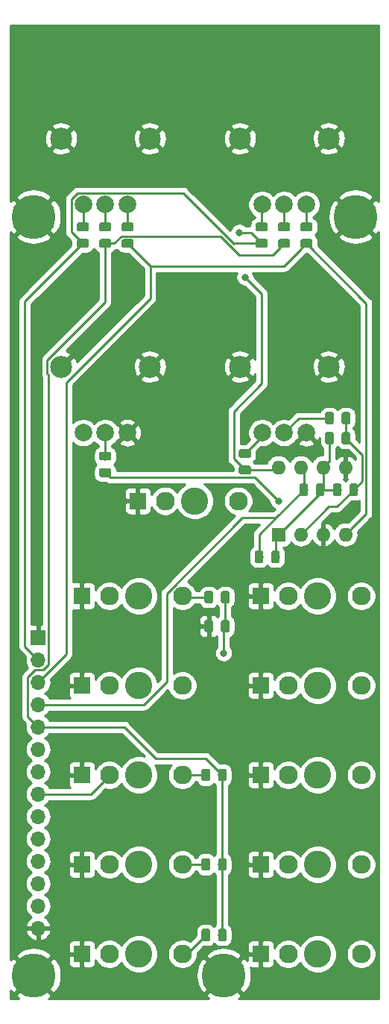
<source format=gbr>
G04 #@! TF.GenerationSoftware,KiCad,Pcbnew,(5.1.4-0-10_14)*
G04 #@! TF.CreationDate,2019-10-08T20:59:58-07:00*
G04 #@! TF.ProjectId,VCO_IO,56434f5f-494f-42e6-9b69-6361645f7063,rev?*
G04 #@! TF.SameCoordinates,Original*
G04 #@! TF.FileFunction,Copper,L2,Bot*
G04 #@! TF.FilePolarity,Positive*
%FSLAX46Y46*%
G04 Gerber Fmt 4.6, Leading zero omitted, Abs format (unit mm)*
G04 Created by KiCad (PCBNEW (5.1.4-0-10_14)) date 2019-10-08 20:59:58*
%MOMM*%
%LPD*%
G04 APERTURE LIST*
%ADD10C,0.100000*%
%ADD11C,0.975000*%
%ADD12O,1.600000X1.600000*%
%ADD13R,1.600000X1.600000*%
%ADD14C,3.100000*%
%ADD15C,2.130000*%
%ADD16R,1.830000X1.930000*%
%ADD17C,2.000000*%
%ADD18C,2.500000*%
%ADD19O,1.700000X1.700000*%
%ADD20R,1.700000X1.700000*%
%ADD21C,5.000000*%
%ADD22C,0.800000*%
%ADD23C,0.250000*%
%ADD24C,0.254000*%
G04 APERTURE END LIST*
D10*
G36*
X76680142Y-71268674D02*
G01*
X76703803Y-71272184D01*
X76727007Y-71277996D01*
X76749529Y-71286054D01*
X76771153Y-71296282D01*
X76791670Y-71308579D01*
X76810883Y-71322829D01*
X76828607Y-71338893D01*
X76844671Y-71356617D01*
X76858921Y-71375830D01*
X76871218Y-71396347D01*
X76881446Y-71417971D01*
X76889504Y-71440493D01*
X76895316Y-71463697D01*
X76898826Y-71487358D01*
X76900000Y-71511250D01*
X76900000Y-71998750D01*
X76898826Y-72022642D01*
X76895316Y-72046303D01*
X76889504Y-72069507D01*
X76881446Y-72092029D01*
X76871218Y-72113653D01*
X76858921Y-72134170D01*
X76844671Y-72153383D01*
X76828607Y-72171107D01*
X76810883Y-72187171D01*
X76791670Y-72201421D01*
X76771153Y-72213718D01*
X76749529Y-72223946D01*
X76727007Y-72232004D01*
X76703803Y-72237816D01*
X76680142Y-72241326D01*
X76656250Y-72242500D01*
X75743750Y-72242500D01*
X75719858Y-72241326D01*
X75696197Y-72237816D01*
X75672993Y-72232004D01*
X75650471Y-72223946D01*
X75628847Y-72213718D01*
X75608330Y-72201421D01*
X75589117Y-72187171D01*
X75571393Y-72171107D01*
X75555329Y-72153383D01*
X75541079Y-72134170D01*
X75528782Y-72113653D01*
X75518554Y-72092029D01*
X75510496Y-72069507D01*
X75504684Y-72046303D01*
X75501174Y-72022642D01*
X75500000Y-71998750D01*
X75500000Y-71511250D01*
X75501174Y-71487358D01*
X75504684Y-71463697D01*
X75510496Y-71440493D01*
X75518554Y-71417971D01*
X75528782Y-71396347D01*
X75541079Y-71375830D01*
X75555329Y-71356617D01*
X75571393Y-71338893D01*
X75589117Y-71322829D01*
X75608330Y-71308579D01*
X75628847Y-71296282D01*
X75650471Y-71286054D01*
X75672993Y-71277996D01*
X75696197Y-71272184D01*
X75719858Y-71268674D01*
X75743750Y-71267500D01*
X76656250Y-71267500D01*
X76680142Y-71268674D01*
X76680142Y-71268674D01*
G37*
D11*
X76200000Y-71755000D03*
D10*
G36*
X76680142Y-73143674D02*
G01*
X76703803Y-73147184D01*
X76727007Y-73152996D01*
X76749529Y-73161054D01*
X76771153Y-73171282D01*
X76791670Y-73183579D01*
X76810883Y-73197829D01*
X76828607Y-73213893D01*
X76844671Y-73231617D01*
X76858921Y-73250830D01*
X76871218Y-73271347D01*
X76881446Y-73292971D01*
X76889504Y-73315493D01*
X76895316Y-73338697D01*
X76898826Y-73362358D01*
X76900000Y-73386250D01*
X76900000Y-73873750D01*
X76898826Y-73897642D01*
X76895316Y-73921303D01*
X76889504Y-73944507D01*
X76881446Y-73967029D01*
X76871218Y-73988653D01*
X76858921Y-74009170D01*
X76844671Y-74028383D01*
X76828607Y-74046107D01*
X76810883Y-74062171D01*
X76791670Y-74076421D01*
X76771153Y-74088718D01*
X76749529Y-74098946D01*
X76727007Y-74107004D01*
X76703803Y-74112816D01*
X76680142Y-74116326D01*
X76656250Y-74117500D01*
X75743750Y-74117500D01*
X75719858Y-74116326D01*
X75696197Y-74112816D01*
X75672993Y-74107004D01*
X75650471Y-74098946D01*
X75628847Y-74088718D01*
X75608330Y-74076421D01*
X75589117Y-74062171D01*
X75571393Y-74046107D01*
X75555329Y-74028383D01*
X75541079Y-74009170D01*
X75528782Y-73988653D01*
X75518554Y-73967029D01*
X75510496Y-73944507D01*
X75504684Y-73921303D01*
X75501174Y-73897642D01*
X75500000Y-73873750D01*
X75500000Y-73386250D01*
X75501174Y-73362358D01*
X75504684Y-73338697D01*
X75510496Y-73315493D01*
X75518554Y-73292971D01*
X75528782Y-73271347D01*
X75541079Y-73250830D01*
X75555329Y-73231617D01*
X75571393Y-73213893D01*
X75589117Y-73197829D01*
X75608330Y-73183579D01*
X75628847Y-73171282D01*
X75650471Y-73161054D01*
X75672993Y-73152996D01*
X75696197Y-73147184D01*
X75719858Y-73143674D01*
X75743750Y-73142500D01*
X76656250Y-73142500D01*
X76680142Y-73143674D01*
X76680142Y-73143674D01*
G37*
D11*
X76200000Y-73630000D03*
D10*
G36*
X81760142Y-73143674D02*
G01*
X81783803Y-73147184D01*
X81807007Y-73152996D01*
X81829529Y-73161054D01*
X81851153Y-73171282D01*
X81871670Y-73183579D01*
X81890883Y-73197829D01*
X81908607Y-73213893D01*
X81924671Y-73231617D01*
X81938921Y-73250830D01*
X81951218Y-73271347D01*
X81961446Y-73292971D01*
X81969504Y-73315493D01*
X81975316Y-73338697D01*
X81978826Y-73362358D01*
X81980000Y-73386250D01*
X81980000Y-73873750D01*
X81978826Y-73897642D01*
X81975316Y-73921303D01*
X81969504Y-73944507D01*
X81961446Y-73967029D01*
X81951218Y-73988653D01*
X81938921Y-74009170D01*
X81924671Y-74028383D01*
X81908607Y-74046107D01*
X81890883Y-74062171D01*
X81871670Y-74076421D01*
X81851153Y-74088718D01*
X81829529Y-74098946D01*
X81807007Y-74107004D01*
X81783803Y-74112816D01*
X81760142Y-74116326D01*
X81736250Y-74117500D01*
X80823750Y-74117500D01*
X80799858Y-74116326D01*
X80776197Y-74112816D01*
X80752993Y-74107004D01*
X80730471Y-74098946D01*
X80708847Y-74088718D01*
X80688330Y-74076421D01*
X80669117Y-74062171D01*
X80651393Y-74046107D01*
X80635329Y-74028383D01*
X80621079Y-74009170D01*
X80608782Y-73988653D01*
X80598554Y-73967029D01*
X80590496Y-73944507D01*
X80584684Y-73921303D01*
X80581174Y-73897642D01*
X80580000Y-73873750D01*
X80580000Y-73386250D01*
X80581174Y-73362358D01*
X80584684Y-73338697D01*
X80590496Y-73315493D01*
X80598554Y-73292971D01*
X80608782Y-73271347D01*
X80621079Y-73250830D01*
X80635329Y-73231617D01*
X80651393Y-73213893D01*
X80669117Y-73197829D01*
X80688330Y-73183579D01*
X80708847Y-73171282D01*
X80730471Y-73161054D01*
X80752993Y-73152996D01*
X80776197Y-73147184D01*
X80799858Y-73143674D01*
X80823750Y-73142500D01*
X81736250Y-73142500D01*
X81760142Y-73143674D01*
X81760142Y-73143674D01*
G37*
D11*
X81280000Y-73630000D03*
D10*
G36*
X81760142Y-71268674D02*
G01*
X81783803Y-71272184D01*
X81807007Y-71277996D01*
X81829529Y-71286054D01*
X81851153Y-71296282D01*
X81871670Y-71308579D01*
X81890883Y-71322829D01*
X81908607Y-71338893D01*
X81924671Y-71356617D01*
X81938921Y-71375830D01*
X81951218Y-71396347D01*
X81961446Y-71417971D01*
X81969504Y-71440493D01*
X81975316Y-71463697D01*
X81978826Y-71487358D01*
X81980000Y-71511250D01*
X81980000Y-71998750D01*
X81978826Y-72022642D01*
X81975316Y-72046303D01*
X81969504Y-72069507D01*
X81961446Y-72092029D01*
X81951218Y-72113653D01*
X81938921Y-72134170D01*
X81924671Y-72153383D01*
X81908607Y-72171107D01*
X81890883Y-72187171D01*
X81871670Y-72201421D01*
X81851153Y-72213718D01*
X81829529Y-72223946D01*
X81807007Y-72232004D01*
X81783803Y-72237816D01*
X81760142Y-72241326D01*
X81736250Y-72242500D01*
X80823750Y-72242500D01*
X80799858Y-72241326D01*
X80776197Y-72237816D01*
X80752993Y-72232004D01*
X80730471Y-72223946D01*
X80708847Y-72213718D01*
X80688330Y-72201421D01*
X80669117Y-72187171D01*
X80651393Y-72171107D01*
X80635329Y-72153383D01*
X80621079Y-72134170D01*
X80608782Y-72113653D01*
X80598554Y-72092029D01*
X80590496Y-72069507D01*
X80584684Y-72046303D01*
X80581174Y-72022642D01*
X80580000Y-71998750D01*
X80580000Y-71511250D01*
X80581174Y-71487358D01*
X80584684Y-71463697D01*
X80590496Y-71440493D01*
X80598554Y-71417971D01*
X80608782Y-71396347D01*
X80621079Y-71375830D01*
X80635329Y-71356617D01*
X80651393Y-71338893D01*
X80669117Y-71322829D01*
X80688330Y-71308579D01*
X80708847Y-71296282D01*
X80730471Y-71286054D01*
X80752993Y-71277996D01*
X80776197Y-71272184D01*
X80799858Y-71268674D01*
X80823750Y-71267500D01*
X81736250Y-71267500D01*
X81760142Y-71268674D01*
X81760142Y-71268674D01*
G37*
D11*
X81280000Y-71755000D03*
D10*
G36*
X97000142Y-71268674D02*
G01*
X97023803Y-71272184D01*
X97047007Y-71277996D01*
X97069529Y-71286054D01*
X97091153Y-71296282D01*
X97111670Y-71308579D01*
X97130883Y-71322829D01*
X97148607Y-71338893D01*
X97164671Y-71356617D01*
X97178921Y-71375830D01*
X97191218Y-71396347D01*
X97201446Y-71417971D01*
X97209504Y-71440493D01*
X97215316Y-71463697D01*
X97218826Y-71487358D01*
X97220000Y-71511250D01*
X97220000Y-71998750D01*
X97218826Y-72022642D01*
X97215316Y-72046303D01*
X97209504Y-72069507D01*
X97201446Y-72092029D01*
X97191218Y-72113653D01*
X97178921Y-72134170D01*
X97164671Y-72153383D01*
X97148607Y-72171107D01*
X97130883Y-72187171D01*
X97111670Y-72201421D01*
X97091153Y-72213718D01*
X97069529Y-72223946D01*
X97047007Y-72232004D01*
X97023803Y-72237816D01*
X97000142Y-72241326D01*
X96976250Y-72242500D01*
X96063750Y-72242500D01*
X96039858Y-72241326D01*
X96016197Y-72237816D01*
X95992993Y-72232004D01*
X95970471Y-72223946D01*
X95948847Y-72213718D01*
X95928330Y-72201421D01*
X95909117Y-72187171D01*
X95891393Y-72171107D01*
X95875329Y-72153383D01*
X95861079Y-72134170D01*
X95848782Y-72113653D01*
X95838554Y-72092029D01*
X95830496Y-72069507D01*
X95824684Y-72046303D01*
X95821174Y-72022642D01*
X95820000Y-71998750D01*
X95820000Y-71511250D01*
X95821174Y-71487358D01*
X95824684Y-71463697D01*
X95830496Y-71440493D01*
X95838554Y-71417971D01*
X95848782Y-71396347D01*
X95861079Y-71375830D01*
X95875329Y-71356617D01*
X95891393Y-71338893D01*
X95909117Y-71322829D01*
X95928330Y-71308579D01*
X95948847Y-71296282D01*
X95970471Y-71286054D01*
X95992993Y-71277996D01*
X96016197Y-71272184D01*
X96039858Y-71268674D01*
X96063750Y-71267500D01*
X96976250Y-71267500D01*
X97000142Y-71268674D01*
X97000142Y-71268674D01*
G37*
D11*
X96520000Y-71755000D03*
D10*
G36*
X97000142Y-73143674D02*
G01*
X97023803Y-73147184D01*
X97047007Y-73152996D01*
X97069529Y-73161054D01*
X97091153Y-73171282D01*
X97111670Y-73183579D01*
X97130883Y-73197829D01*
X97148607Y-73213893D01*
X97164671Y-73231617D01*
X97178921Y-73250830D01*
X97191218Y-73271347D01*
X97201446Y-73292971D01*
X97209504Y-73315493D01*
X97215316Y-73338697D01*
X97218826Y-73362358D01*
X97220000Y-73386250D01*
X97220000Y-73873750D01*
X97218826Y-73897642D01*
X97215316Y-73921303D01*
X97209504Y-73944507D01*
X97201446Y-73967029D01*
X97191218Y-73988653D01*
X97178921Y-74009170D01*
X97164671Y-74028383D01*
X97148607Y-74046107D01*
X97130883Y-74062171D01*
X97111670Y-74076421D01*
X97091153Y-74088718D01*
X97069529Y-74098946D01*
X97047007Y-74107004D01*
X97023803Y-74112816D01*
X97000142Y-74116326D01*
X96976250Y-74117500D01*
X96063750Y-74117500D01*
X96039858Y-74116326D01*
X96016197Y-74112816D01*
X95992993Y-74107004D01*
X95970471Y-74098946D01*
X95948847Y-74088718D01*
X95928330Y-74076421D01*
X95909117Y-74062171D01*
X95891393Y-74046107D01*
X95875329Y-74028383D01*
X95861079Y-74009170D01*
X95848782Y-73988653D01*
X95838554Y-73967029D01*
X95830496Y-73944507D01*
X95824684Y-73921303D01*
X95821174Y-73897642D01*
X95820000Y-73873750D01*
X95820000Y-73386250D01*
X95821174Y-73362358D01*
X95824684Y-73338697D01*
X95830496Y-73315493D01*
X95838554Y-73292971D01*
X95848782Y-73271347D01*
X95861079Y-73250830D01*
X95875329Y-73231617D01*
X95891393Y-73213893D01*
X95909117Y-73197829D01*
X95928330Y-73183579D01*
X95948847Y-73171282D01*
X95970471Y-73161054D01*
X95992993Y-73152996D01*
X96016197Y-73147184D01*
X96039858Y-73143674D01*
X96063750Y-73142500D01*
X96976250Y-73142500D01*
X97000142Y-73143674D01*
X97000142Y-73143674D01*
G37*
D11*
X96520000Y-73630000D03*
D10*
G36*
X102080142Y-73143674D02*
G01*
X102103803Y-73147184D01*
X102127007Y-73152996D01*
X102149529Y-73161054D01*
X102171153Y-73171282D01*
X102191670Y-73183579D01*
X102210883Y-73197829D01*
X102228607Y-73213893D01*
X102244671Y-73231617D01*
X102258921Y-73250830D01*
X102271218Y-73271347D01*
X102281446Y-73292971D01*
X102289504Y-73315493D01*
X102295316Y-73338697D01*
X102298826Y-73362358D01*
X102300000Y-73386250D01*
X102300000Y-73873750D01*
X102298826Y-73897642D01*
X102295316Y-73921303D01*
X102289504Y-73944507D01*
X102281446Y-73967029D01*
X102271218Y-73988653D01*
X102258921Y-74009170D01*
X102244671Y-74028383D01*
X102228607Y-74046107D01*
X102210883Y-74062171D01*
X102191670Y-74076421D01*
X102171153Y-74088718D01*
X102149529Y-74098946D01*
X102127007Y-74107004D01*
X102103803Y-74112816D01*
X102080142Y-74116326D01*
X102056250Y-74117500D01*
X101143750Y-74117500D01*
X101119858Y-74116326D01*
X101096197Y-74112816D01*
X101072993Y-74107004D01*
X101050471Y-74098946D01*
X101028847Y-74088718D01*
X101008330Y-74076421D01*
X100989117Y-74062171D01*
X100971393Y-74046107D01*
X100955329Y-74028383D01*
X100941079Y-74009170D01*
X100928782Y-73988653D01*
X100918554Y-73967029D01*
X100910496Y-73944507D01*
X100904684Y-73921303D01*
X100901174Y-73897642D01*
X100900000Y-73873750D01*
X100900000Y-73386250D01*
X100901174Y-73362358D01*
X100904684Y-73338697D01*
X100910496Y-73315493D01*
X100918554Y-73292971D01*
X100928782Y-73271347D01*
X100941079Y-73250830D01*
X100955329Y-73231617D01*
X100971393Y-73213893D01*
X100989117Y-73197829D01*
X101008330Y-73183579D01*
X101028847Y-73171282D01*
X101050471Y-73161054D01*
X101072993Y-73152996D01*
X101096197Y-73147184D01*
X101119858Y-73143674D01*
X101143750Y-73142500D01*
X102056250Y-73142500D01*
X102080142Y-73143674D01*
X102080142Y-73143674D01*
G37*
D11*
X101600000Y-73630000D03*
D10*
G36*
X102080142Y-71268674D02*
G01*
X102103803Y-71272184D01*
X102127007Y-71277996D01*
X102149529Y-71286054D01*
X102171153Y-71296282D01*
X102191670Y-71308579D01*
X102210883Y-71322829D01*
X102228607Y-71338893D01*
X102244671Y-71356617D01*
X102258921Y-71375830D01*
X102271218Y-71396347D01*
X102281446Y-71417971D01*
X102289504Y-71440493D01*
X102295316Y-71463697D01*
X102298826Y-71487358D01*
X102300000Y-71511250D01*
X102300000Y-71998750D01*
X102298826Y-72022642D01*
X102295316Y-72046303D01*
X102289504Y-72069507D01*
X102281446Y-72092029D01*
X102271218Y-72113653D01*
X102258921Y-72134170D01*
X102244671Y-72153383D01*
X102228607Y-72171107D01*
X102210883Y-72187171D01*
X102191670Y-72201421D01*
X102171153Y-72213718D01*
X102149529Y-72223946D01*
X102127007Y-72232004D01*
X102103803Y-72237816D01*
X102080142Y-72241326D01*
X102056250Y-72242500D01*
X101143750Y-72242500D01*
X101119858Y-72241326D01*
X101096197Y-72237816D01*
X101072993Y-72232004D01*
X101050471Y-72223946D01*
X101028847Y-72213718D01*
X101008330Y-72201421D01*
X100989117Y-72187171D01*
X100971393Y-72171107D01*
X100955329Y-72153383D01*
X100941079Y-72134170D01*
X100928782Y-72113653D01*
X100918554Y-72092029D01*
X100910496Y-72069507D01*
X100904684Y-72046303D01*
X100901174Y-72022642D01*
X100900000Y-71998750D01*
X100900000Y-71511250D01*
X100901174Y-71487358D01*
X100904684Y-71463697D01*
X100910496Y-71440493D01*
X100918554Y-71417971D01*
X100928782Y-71396347D01*
X100941079Y-71375830D01*
X100955329Y-71356617D01*
X100971393Y-71338893D01*
X100989117Y-71322829D01*
X101008330Y-71308579D01*
X101028847Y-71296282D01*
X101050471Y-71286054D01*
X101072993Y-71277996D01*
X101096197Y-71272184D01*
X101119858Y-71268674D01*
X101143750Y-71267500D01*
X102056250Y-71267500D01*
X102080142Y-71268674D01*
X102080142Y-71268674D01*
G37*
D11*
X101600000Y-71755000D03*
D10*
G36*
X90437642Y-133286174D02*
G01*
X90461303Y-133289684D01*
X90484507Y-133295496D01*
X90507029Y-133303554D01*
X90528653Y-133313782D01*
X90549170Y-133326079D01*
X90568383Y-133340329D01*
X90586107Y-133356393D01*
X90602171Y-133374117D01*
X90616421Y-133393330D01*
X90628718Y-133413847D01*
X90638946Y-133435471D01*
X90647004Y-133457993D01*
X90652816Y-133481197D01*
X90656326Y-133504858D01*
X90657500Y-133528750D01*
X90657500Y-134441250D01*
X90656326Y-134465142D01*
X90652816Y-134488803D01*
X90647004Y-134512007D01*
X90638946Y-134534529D01*
X90628718Y-134556153D01*
X90616421Y-134576670D01*
X90602171Y-134595883D01*
X90586107Y-134613607D01*
X90568383Y-134629671D01*
X90549170Y-134643921D01*
X90528653Y-134656218D01*
X90507029Y-134666446D01*
X90484507Y-134674504D01*
X90461303Y-134680316D01*
X90437642Y-134683826D01*
X90413750Y-134685000D01*
X89926250Y-134685000D01*
X89902358Y-134683826D01*
X89878697Y-134680316D01*
X89855493Y-134674504D01*
X89832971Y-134666446D01*
X89811347Y-134656218D01*
X89790830Y-134643921D01*
X89771617Y-134629671D01*
X89753893Y-134613607D01*
X89737829Y-134595883D01*
X89723579Y-134576670D01*
X89711282Y-134556153D01*
X89701054Y-134534529D01*
X89692996Y-134512007D01*
X89687184Y-134488803D01*
X89683674Y-134465142D01*
X89682500Y-134441250D01*
X89682500Y-133528750D01*
X89683674Y-133504858D01*
X89687184Y-133481197D01*
X89692996Y-133457993D01*
X89701054Y-133435471D01*
X89711282Y-133413847D01*
X89723579Y-133393330D01*
X89737829Y-133374117D01*
X89753893Y-133356393D01*
X89771617Y-133340329D01*
X89790830Y-133326079D01*
X89811347Y-133313782D01*
X89832971Y-133303554D01*
X89855493Y-133295496D01*
X89878697Y-133289684D01*
X89902358Y-133286174D01*
X89926250Y-133285000D01*
X90413750Y-133285000D01*
X90437642Y-133286174D01*
X90437642Y-133286174D01*
G37*
D11*
X90170000Y-133985000D03*
D10*
G36*
X92312642Y-133286174D02*
G01*
X92336303Y-133289684D01*
X92359507Y-133295496D01*
X92382029Y-133303554D01*
X92403653Y-133313782D01*
X92424170Y-133326079D01*
X92443383Y-133340329D01*
X92461107Y-133356393D01*
X92477171Y-133374117D01*
X92491421Y-133393330D01*
X92503718Y-133413847D01*
X92513946Y-133435471D01*
X92522004Y-133457993D01*
X92527816Y-133481197D01*
X92531326Y-133504858D01*
X92532500Y-133528750D01*
X92532500Y-134441250D01*
X92531326Y-134465142D01*
X92527816Y-134488803D01*
X92522004Y-134512007D01*
X92513946Y-134534529D01*
X92503718Y-134556153D01*
X92491421Y-134576670D01*
X92477171Y-134595883D01*
X92461107Y-134613607D01*
X92443383Y-134629671D01*
X92424170Y-134643921D01*
X92403653Y-134656218D01*
X92382029Y-134666446D01*
X92359507Y-134674504D01*
X92336303Y-134680316D01*
X92312642Y-134683826D01*
X92288750Y-134685000D01*
X91801250Y-134685000D01*
X91777358Y-134683826D01*
X91753697Y-134680316D01*
X91730493Y-134674504D01*
X91707971Y-134666446D01*
X91686347Y-134656218D01*
X91665830Y-134643921D01*
X91646617Y-134629671D01*
X91628893Y-134613607D01*
X91612829Y-134595883D01*
X91598579Y-134576670D01*
X91586282Y-134556153D01*
X91576054Y-134534529D01*
X91567996Y-134512007D01*
X91562184Y-134488803D01*
X91558674Y-134465142D01*
X91557500Y-134441250D01*
X91557500Y-133528750D01*
X91558674Y-133504858D01*
X91562184Y-133481197D01*
X91567996Y-133457993D01*
X91576054Y-133435471D01*
X91586282Y-133413847D01*
X91598579Y-133393330D01*
X91612829Y-133374117D01*
X91628893Y-133356393D01*
X91646617Y-133340329D01*
X91665830Y-133326079D01*
X91686347Y-133313782D01*
X91707971Y-133303554D01*
X91730493Y-133295496D01*
X91753697Y-133289684D01*
X91777358Y-133286174D01*
X91801250Y-133285000D01*
X92288750Y-133285000D01*
X92312642Y-133286174D01*
X92312642Y-133286174D01*
G37*
D11*
X92045000Y-133985000D03*
D10*
G36*
X90437642Y-143446174D02*
G01*
X90461303Y-143449684D01*
X90484507Y-143455496D01*
X90507029Y-143463554D01*
X90528653Y-143473782D01*
X90549170Y-143486079D01*
X90568383Y-143500329D01*
X90586107Y-143516393D01*
X90602171Y-143534117D01*
X90616421Y-143553330D01*
X90628718Y-143573847D01*
X90638946Y-143595471D01*
X90647004Y-143617993D01*
X90652816Y-143641197D01*
X90656326Y-143664858D01*
X90657500Y-143688750D01*
X90657500Y-144601250D01*
X90656326Y-144625142D01*
X90652816Y-144648803D01*
X90647004Y-144672007D01*
X90638946Y-144694529D01*
X90628718Y-144716153D01*
X90616421Y-144736670D01*
X90602171Y-144755883D01*
X90586107Y-144773607D01*
X90568383Y-144789671D01*
X90549170Y-144803921D01*
X90528653Y-144816218D01*
X90507029Y-144826446D01*
X90484507Y-144834504D01*
X90461303Y-144840316D01*
X90437642Y-144843826D01*
X90413750Y-144845000D01*
X89926250Y-144845000D01*
X89902358Y-144843826D01*
X89878697Y-144840316D01*
X89855493Y-144834504D01*
X89832971Y-144826446D01*
X89811347Y-144816218D01*
X89790830Y-144803921D01*
X89771617Y-144789671D01*
X89753893Y-144773607D01*
X89737829Y-144755883D01*
X89723579Y-144736670D01*
X89711282Y-144716153D01*
X89701054Y-144694529D01*
X89692996Y-144672007D01*
X89687184Y-144648803D01*
X89683674Y-144625142D01*
X89682500Y-144601250D01*
X89682500Y-143688750D01*
X89683674Y-143664858D01*
X89687184Y-143641197D01*
X89692996Y-143617993D01*
X89701054Y-143595471D01*
X89711282Y-143573847D01*
X89723579Y-143553330D01*
X89737829Y-143534117D01*
X89753893Y-143516393D01*
X89771617Y-143500329D01*
X89790830Y-143486079D01*
X89811347Y-143473782D01*
X89832971Y-143463554D01*
X89855493Y-143455496D01*
X89878697Y-143449684D01*
X89902358Y-143446174D01*
X89926250Y-143445000D01*
X90413750Y-143445000D01*
X90437642Y-143446174D01*
X90437642Y-143446174D01*
G37*
D11*
X90170000Y-144145000D03*
D10*
G36*
X92312642Y-143446174D02*
G01*
X92336303Y-143449684D01*
X92359507Y-143455496D01*
X92382029Y-143463554D01*
X92403653Y-143473782D01*
X92424170Y-143486079D01*
X92443383Y-143500329D01*
X92461107Y-143516393D01*
X92477171Y-143534117D01*
X92491421Y-143553330D01*
X92503718Y-143573847D01*
X92513946Y-143595471D01*
X92522004Y-143617993D01*
X92527816Y-143641197D01*
X92531326Y-143664858D01*
X92532500Y-143688750D01*
X92532500Y-144601250D01*
X92531326Y-144625142D01*
X92527816Y-144648803D01*
X92522004Y-144672007D01*
X92513946Y-144694529D01*
X92503718Y-144716153D01*
X92491421Y-144736670D01*
X92477171Y-144755883D01*
X92461107Y-144773607D01*
X92443383Y-144789671D01*
X92424170Y-144803921D01*
X92403653Y-144816218D01*
X92382029Y-144826446D01*
X92359507Y-144834504D01*
X92336303Y-144840316D01*
X92312642Y-144843826D01*
X92288750Y-144845000D01*
X91801250Y-144845000D01*
X91777358Y-144843826D01*
X91753697Y-144840316D01*
X91730493Y-144834504D01*
X91707971Y-144826446D01*
X91686347Y-144816218D01*
X91665830Y-144803921D01*
X91646617Y-144789671D01*
X91628893Y-144773607D01*
X91612829Y-144755883D01*
X91598579Y-144736670D01*
X91586282Y-144716153D01*
X91576054Y-144694529D01*
X91567996Y-144672007D01*
X91562184Y-144648803D01*
X91558674Y-144625142D01*
X91557500Y-144601250D01*
X91557500Y-143688750D01*
X91558674Y-143664858D01*
X91562184Y-143641197D01*
X91567996Y-143617993D01*
X91576054Y-143595471D01*
X91586282Y-143573847D01*
X91598579Y-143553330D01*
X91612829Y-143534117D01*
X91628893Y-143516393D01*
X91646617Y-143500329D01*
X91665830Y-143486079D01*
X91686347Y-143473782D01*
X91707971Y-143463554D01*
X91730493Y-143455496D01*
X91753697Y-143449684D01*
X91777358Y-143446174D01*
X91801250Y-143445000D01*
X92288750Y-143445000D01*
X92312642Y-143446174D01*
X92312642Y-143446174D01*
G37*
D11*
X92045000Y-144145000D03*
D10*
G36*
X90437642Y-151447174D02*
G01*
X90461303Y-151450684D01*
X90484507Y-151456496D01*
X90507029Y-151464554D01*
X90528653Y-151474782D01*
X90549170Y-151487079D01*
X90568383Y-151501329D01*
X90586107Y-151517393D01*
X90602171Y-151535117D01*
X90616421Y-151554330D01*
X90628718Y-151574847D01*
X90638946Y-151596471D01*
X90647004Y-151618993D01*
X90652816Y-151642197D01*
X90656326Y-151665858D01*
X90657500Y-151689750D01*
X90657500Y-152602250D01*
X90656326Y-152626142D01*
X90652816Y-152649803D01*
X90647004Y-152673007D01*
X90638946Y-152695529D01*
X90628718Y-152717153D01*
X90616421Y-152737670D01*
X90602171Y-152756883D01*
X90586107Y-152774607D01*
X90568383Y-152790671D01*
X90549170Y-152804921D01*
X90528653Y-152817218D01*
X90507029Y-152827446D01*
X90484507Y-152835504D01*
X90461303Y-152841316D01*
X90437642Y-152844826D01*
X90413750Y-152846000D01*
X89926250Y-152846000D01*
X89902358Y-152844826D01*
X89878697Y-152841316D01*
X89855493Y-152835504D01*
X89832971Y-152827446D01*
X89811347Y-152817218D01*
X89790830Y-152804921D01*
X89771617Y-152790671D01*
X89753893Y-152774607D01*
X89737829Y-152756883D01*
X89723579Y-152737670D01*
X89711282Y-152717153D01*
X89701054Y-152695529D01*
X89692996Y-152673007D01*
X89687184Y-152649803D01*
X89683674Y-152626142D01*
X89682500Y-152602250D01*
X89682500Y-151689750D01*
X89683674Y-151665858D01*
X89687184Y-151642197D01*
X89692996Y-151618993D01*
X89701054Y-151596471D01*
X89711282Y-151574847D01*
X89723579Y-151554330D01*
X89737829Y-151535117D01*
X89753893Y-151517393D01*
X89771617Y-151501329D01*
X89790830Y-151487079D01*
X89811347Y-151474782D01*
X89832971Y-151464554D01*
X89855493Y-151456496D01*
X89878697Y-151450684D01*
X89902358Y-151447174D01*
X89926250Y-151446000D01*
X90413750Y-151446000D01*
X90437642Y-151447174D01*
X90437642Y-151447174D01*
G37*
D11*
X90170000Y-152146000D03*
D10*
G36*
X92312642Y-151447174D02*
G01*
X92336303Y-151450684D01*
X92359507Y-151456496D01*
X92382029Y-151464554D01*
X92403653Y-151474782D01*
X92424170Y-151487079D01*
X92443383Y-151501329D01*
X92461107Y-151517393D01*
X92477171Y-151535117D01*
X92491421Y-151554330D01*
X92503718Y-151574847D01*
X92513946Y-151596471D01*
X92522004Y-151618993D01*
X92527816Y-151642197D01*
X92531326Y-151665858D01*
X92532500Y-151689750D01*
X92532500Y-152602250D01*
X92531326Y-152626142D01*
X92527816Y-152649803D01*
X92522004Y-152673007D01*
X92513946Y-152695529D01*
X92503718Y-152717153D01*
X92491421Y-152737670D01*
X92477171Y-152756883D01*
X92461107Y-152774607D01*
X92443383Y-152790671D01*
X92424170Y-152804921D01*
X92403653Y-152817218D01*
X92382029Y-152827446D01*
X92359507Y-152835504D01*
X92336303Y-152841316D01*
X92312642Y-152844826D01*
X92288750Y-152846000D01*
X91801250Y-152846000D01*
X91777358Y-152844826D01*
X91753697Y-152841316D01*
X91730493Y-152835504D01*
X91707971Y-152827446D01*
X91686347Y-152817218D01*
X91665830Y-152804921D01*
X91646617Y-152790671D01*
X91628893Y-152774607D01*
X91612829Y-152756883D01*
X91598579Y-152737670D01*
X91586282Y-152717153D01*
X91576054Y-152695529D01*
X91567996Y-152673007D01*
X91562184Y-152649803D01*
X91558674Y-152626142D01*
X91557500Y-152602250D01*
X91557500Y-151689750D01*
X91558674Y-151665858D01*
X91562184Y-151642197D01*
X91567996Y-151618993D01*
X91576054Y-151596471D01*
X91586282Y-151574847D01*
X91598579Y-151554330D01*
X91612829Y-151535117D01*
X91628893Y-151517393D01*
X91646617Y-151501329D01*
X91665830Y-151487079D01*
X91686347Y-151474782D01*
X91707971Y-151464554D01*
X91730493Y-151456496D01*
X91753697Y-151450684D01*
X91777358Y-151447174D01*
X91801250Y-151446000D01*
X92288750Y-151446000D01*
X92312642Y-151447174D01*
X92312642Y-151447174D01*
G37*
D11*
X92045000Y-152146000D03*
D10*
G36*
X79220142Y-71268674D02*
G01*
X79243803Y-71272184D01*
X79267007Y-71277996D01*
X79289529Y-71286054D01*
X79311153Y-71296282D01*
X79331670Y-71308579D01*
X79350883Y-71322829D01*
X79368607Y-71338893D01*
X79384671Y-71356617D01*
X79398921Y-71375830D01*
X79411218Y-71396347D01*
X79421446Y-71417971D01*
X79429504Y-71440493D01*
X79435316Y-71463697D01*
X79438826Y-71487358D01*
X79440000Y-71511250D01*
X79440000Y-71998750D01*
X79438826Y-72022642D01*
X79435316Y-72046303D01*
X79429504Y-72069507D01*
X79421446Y-72092029D01*
X79411218Y-72113653D01*
X79398921Y-72134170D01*
X79384671Y-72153383D01*
X79368607Y-72171107D01*
X79350883Y-72187171D01*
X79331670Y-72201421D01*
X79311153Y-72213718D01*
X79289529Y-72223946D01*
X79267007Y-72232004D01*
X79243803Y-72237816D01*
X79220142Y-72241326D01*
X79196250Y-72242500D01*
X78283750Y-72242500D01*
X78259858Y-72241326D01*
X78236197Y-72237816D01*
X78212993Y-72232004D01*
X78190471Y-72223946D01*
X78168847Y-72213718D01*
X78148330Y-72201421D01*
X78129117Y-72187171D01*
X78111393Y-72171107D01*
X78095329Y-72153383D01*
X78081079Y-72134170D01*
X78068782Y-72113653D01*
X78058554Y-72092029D01*
X78050496Y-72069507D01*
X78044684Y-72046303D01*
X78041174Y-72022642D01*
X78040000Y-71998750D01*
X78040000Y-71511250D01*
X78041174Y-71487358D01*
X78044684Y-71463697D01*
X78050496Y-71440493D01*
X78058554Y-71417971D01*
X78068782Y-71396347D01*
X78081079Y-71375830D01*
X78095329Y-71356617D01*
X78111393Y-71338893D01*
X78129117Y-71322829D01*
X78148330Y-71308579D01*
X78168847Y-71296282D01*
X78190471Y-71286054D01*
X78212993Y-71277996D01*
X78236197Y-71272184D01*
X78259858Y-71268674D01*
X78283750Y-71267500D01*
X79196250Y-71267500D01*
X79220142Y-71268674D01*
X79220142Y-71268674D01*
G37*
D11*
X78740000Y-71755000D03*
D10*
G36*
X79220142Y-73143674D02*
G01*
X79243803Y-73147184D01*
X79267007Y-73152996D01*
X79289529Y-73161054D01*
X79311153Y-73171282D01*
X79331670Y-73183579D01*
X79350883Y-73197829D01*
X79368607Y-73213893D01*
X79384671Y-73231617D01*
X79398921Y-73250830D01*
X79411218Y-73271347D01*
X79421446Y-73292971D01*
X79429504Y-73315493D01*
X79435316Y-73338697D01*
X79438826Y-73362358D01*
X79440000Y-73386250D01*
X79440000Y-73873750D01*
X79438826Y-73897642D01*
X79435316Y-73921303D01*
X79429504Y-73944507D01*
X79421446Y-73967029D01*
X79411218Y-73988653D01*
X79398921Y-74009170D01*
X79384671Y-74028383D01*
X79368607Y-74046107D01*
X79350883Y-74062171D01*
X79331670Y-74076421D01*
X79311153Y-74088718D01*
X79289529Y-74098946D01*
X79267007Y-74107004D01*
X79243803Y-74112816D01*
X79220142Y-74116326D01*
X79196250Y-74117500D01*
X78283750Y-74117500D01*
X78259858Y-74116326D01*
X78236197Y-74112816D01*
X78212993Y-74107004D01*
X78190471Y-74098946D01*
X78168847Y-74088718D01*
X78148330Y-74076421D01*
X78129117Y-74062171D01*
X78111393Y-74046107D01*
X78095329Y-74028383D01*
X78081079Y-74009170D01*
X78068782Y-73988653D01*
X78058554Y-73967029D01*
X78050496Y-73944507D01*
X78044684Y-73921303D01*
X78041174Y-73897642D01*
X78040000Y-73873750D01*
X78040000Y-73386250D01*
X78041174Y-73362358D01*
X78044684Y-73338697D01*
X78050496Y-73315493D01*
X78058554Y-73292971D01*
X78068782Y-73271347D01*
X78081079Y-73250830D01*
X78095329Y-73231617D01*
X78111393Y-73213893D01*
X78129117Y-73197829D01*
X78148330Y-73183579D01*
X78168847Y-73171282D01*
X78190471Y-73161054D01*
X78212993Y-73152996D01*
X78236197Y-73147184D01*
X78259858Y-73143674D01*
X78283750Y-73142500D01*
X79196250Y-73142500D01*
X79220142Y-73143674D01*
X79220142Y-73143674D01*
G37*
D11*
X78740000Y-73630000D03*
D10*
G36*
X99540142Y-71268674D02*
G01*
X99563803Y-71272184D01*
X99587007Y-71277996D01*
X99609529Y-71286054D01*
X99631153Y-71296282D01*
X99651670Y-71308579D01*
X99670883Y-71322829D01*
X99688607Y-71338893D01*
X99704671Y-71356617D01*
X99718921Y-71375830D01*
X99731218Y-71396347D01*
X99741446Y-71417971D01*
X99749504Y-71440493D01*
X99755316Y-71463697D01*
X99758826Y-71487358D01*
X99760000Y-71511250D01*
X99760000Y-71998750D01*
X99758826Y-72022642D01*
X99755316Y-72046303D01*
X99749504Y-72069507D01*
X99741446Y-72092029D01*
X99731218Y-72113653D01*
X99718921Y-72134170D01*
X99704671Y-72153383D01*
X99688607Y-72171107D01*
X99670883Y-72187171D01*
X99651670Y-72201421D01*
X99631153Y-72213718D01*
X99609529Y-72223946D01*
X99587007Y-72232004D01*
X99563803Y-72237816D01*
X99540142Y-72241326D01*
X99516250Y-72242500D01*
X98603750Y-72242500D01*
X98579858Y-72241326D01*
X98556197Y-72237816D01*
X98532993Y-72232004D01*
X98510471Y-72223946D01*
X98488847Y-72213718D01*
X98468330Y-72201421D01*
X98449117Y-72187171D01*
X98431393Y-72171107D01*
X98415329Y-72153383D01*
X98401079Y-72134170D01*
X98388782Y-72113653D01*
X98378554Y-72092029D01*
X98370496Y-72069507D01*
X98364684Y-72046303D01*
X98361174Y-72022642D01*
X98360000Y-71998750D01*
X98360000Y-71511250D01*
X98361174Y-71487358D01*
X98364684Y-71463697D01*
X98370496Y-71440493D01*
X98378554Y-71417971D01*
X98388782Y-71396347D01*
X98401079Y-71375830D01*
X98415329Y-71356617D01*
X98431393Y-71338893D01*
X98449117Y-71322829D01*
X98468330Y-71308579D01*
X98488847Y-71296282D01*
X98510471Y-71286054D01*
X98532993Y-71277996D01*
X98556197Y-71272184D01*
X98579858Y-71268674D01*
X98603750Y-71267500D01*
X99516250Y-71267500D01*
X99540142Y-71268674D01*
X99540142Y-71268674D01*
G37*
D11*
X99060000Y-71755000D03*
D10*
G36*
X99540142Y-73143674D02*
G01*
X99563803Y-73147184D01*
X99587007Y-73152996D01*
X99609529Y-73161054D01*
X99631153Y-73171282D01*
X99651670Y-73183579D01*
X99670883Y-73197829D01*
X99688607Y-73213893D01*
X99704671Y-73231617D01*
X99718921Y-73250830D01*
X99731218Y-73271347D01*
X99741446Y-73292971D01*
X99749504Y-73315493D01*
X99755316Y-73338697D01*
X99758826Y-73362358D01*
X99760000Y-73386250D01*
X99760000Y-73873750D01*
X99758826Y-73897642D01*
X99755316Y-73921303D01*
X99749504Y-73944507D01*
X99741446Y-73967029D01*
X99731218Y-73988653D01*
X99718921Y-74009170D01*
X99704671Y-74028383D01*
X99688607Y-74046107D01*
X99670883Y-74062171D01*
X99651670Y-74076421D01*
X99631153Y-74088718D01*
X99609529Y-74098946D01*
X99587007Y-74107004D01*
X99563803Y-74112816D01*
X99540142Y-74116326D01*
X99516250Y-74117500D01*
X98603750Y-74117500D01*
X98579858Y-74116326D01*
X98556197Y-74112816D01*
X98532993Y-74107004D01*
X98510471Y-74098946D01*
X98488847Y-74088718D01*
X98468330Y-74076421D01*
X98449117Y-74062171D01*
X98431393Y-74046107D01*
X98415329Y-74028383D01*
X98401079Y-74009170D01*
X98388782Y-73988653D01*
X98378554Y-73967029D01*
X98370496Y-73944507D01*
X98364684Y-73921303D01*
X98361174Y-73897642D01*
X98360000Y-73873750D01*
X98360000Y-73386250D01*
X98361174Y-73362358D01*
X98364684Y-73338697D01*
X98370496Y-73315493D01*
X98378554Y-73292971D01*
X98388782Y-73271347D01*
X98401079Y-73250830D01*
X98415329Y-73231617D01*
X98431393Y-73213893D01*
X98449117Y-73197829D01*
X98468330Y-73183579D01*
X98488847Y-73171282D01*
X98510471Y-73161054D01*
X98532993Y-73152996D01*
X98556197Y-73147184D01*
X98579858Y-73143674D01*
X98603750Y-73142500D01*
X99516250Y-73142500D01*
X99540142Y-73143674D01*
X99540142Y-73143674D01*
G37*
D11*
X99060000Y-73630000D03*
D10*
G36*
X95095142Y-97001174D02*
G01*
X95118803Y-97004684D01*
X95142007Y-97010496D01*
X95164529Y-97018554D01*
X95186153Y-97028782D01*
X95206670Y-97041079D01*
X95225883Y-97055329D01*
X95243607Y-97071393D01*
X95259671Y-97089117D01*
X95273921Y-97108330D01*
X95286218Y-97128847D01*
X95296446Y-97150471D01*
X95304504Y-97172993D01*
X95310316Y-97196197D01*
X95313826Y-97219858D01*
X95315000Y-97243750D01*
X95315000Y-97731250D01*
X95313826Y-97755142D01*
X95310316Y-97778803D01*
X95304504Y-97802007D01*
X95296446Y-97824529D01*
X95286218Y-97846153D01*
X95273921Y-97866670D01*
X95259671Y-97885883D01*
X95243607Y-97903607D01*
X95225883Y-97919671D01*
X95206670Y-97933921D01*
X95186153Y-97946218D01*
X95164529Y-97956446D01*
X95142007Y-97964504D01*
X95118803Y-97970316D01*
X95095142Y-97973826D01*
X95071250Y-97975000D01*
X94158750Y-97975000D01*
X94134858Y-97973826D01*
X94111197Y-97970316D01*
X94087993Y-97964504D01*
X94065471Y-97956446D01*
X94043847Y-97946218D01*
X94023330Y-97933921D01*
X94004117Y-97919671D01*
X93986393Y-97903607D01*
X93970329Y-97885883D01*
X93956079Y-97866670D01*
X93943782Y-97846153D01*
X93933554Y-97824529D01*
X93925496Y-97802007D01*
X93919684Y-97778803D01*
X93916174Y-97755142D01*
X93915000Y-97731250D01*
X93915000Y-97243750D01*
X93916174Y-97219858D01*
X93919684Y-97196197D01*
X93925496Y-97172993D01*
X93933554Y-97150471D01*
X93943782Y-97128847D01*
X93956079Y-97108330D01*
X93970329Y-97089117D01*
X93986393Y-97071393D01*
X94004117Y-97055329D01*
X94023330Y-97041079D01*
X94043847Y-97028782D01*
X94065471Y-97018554D01*
X94087993Y-97010496D01*
X94111197Y-97004684D01*
X94134858Y-97001174D01*
X94158750Y-97000000D01*
X95071250Y-97000000D01*
X95095142Y-97001174D01*
X95095142Y-97001174D01*
G37*
D11*
X94615000Y-97487500D03*
D10*
G36*
X95095142Y-98876174D02*
G01*
X95118803Y-98879684D01*
X95142007Y-98885496D01*
X95164529Y-98893554D01*
X95186153Y-98903782D01*
X95206670Y-98916079D01*
X95225883Y-98930329D01*
X95243607Y-98946393D01*
X95259671Y-98964117D01*
X95273921Y-98983330D01*
X95286218Y-99003847D01*
X95296446Y-99025471D01*
X95304504Y-99047993D01*
X95310316Y-99071197D01*
X95313826Y-99094858D01*
X95315000Y-99118750D01*
X95315000Y-99606250D01*
X95313826Y-99630142D01*
X95310316Y-99653803D01*
X95304504Y-99677007D01*
X95296446Y-99699529D01*
X95286218Y-99721153D01*
X95273921Y-99741670D01*
X95259671Y-99760883D01*
X95243607Y-99778607D01*
X95225883Y-99794671D01*
X95206670Y-99808921D01*
X95186153Y-99821218D01*
X95164529Y-99831446D01*
X95142007Y-99839504D01*
X95118803Y-99845316D01*
X95095142Y-99848826D01*
X95071250Y-99850000D01*
X94158750Y-99850000D01*
X94134858Y-99848826D01*
X94111197Y-99845316D01*
X94087993Y-99839504D01*
X94065471Y-99831446D01*
X94043847Y-99821218D01*
X94023330Y-99808921D01*
X94004117Y-99794671D01*
X93986393Y-99778607D01*
X93970329Y-99760883D01*
X93956079Y-99741670D01*
X93943782Y-99721153D01*
X93933554Y-99699529D01*
X93925496Y-99677007D01*
X93919684Y-99653803D01*
X93916174Y-99630142D01*
X93915000Y-99606250D01*
X93915000Y-99118750D01*
X93916174Y-99094858D01*
X93919684Y-99071197D01*
X93925496Y-99047993D01*
X93933554Y-99025471D01*
X93943782Y-99003847D01*
X93956079Y-98983330D01*
X93970329Y-98964117D01*
X93986393Y-98946393D01*
X94004117Y-98930329D01*
X94023330Y-98916079D01*
X94043847Y-98903782D01*
X94065471Y-98893554D01*
X94087993Y-98885496D01*
X94111197Y-98879684D01*
X94134858Y-98876174D01*
X94158750Y-98875000D01*
X95071250Y-98875000D01*
X95095142Y-98876174D01*
X95095142Y-98876174D01*
G37*
D11*
X94615000Y-99362500D03*
D10*
G36*
X104486142Y-92773174D02*
G01*
X104509803Y-92776684D01*
X104533007Y-92782496D01*
X104555529Y-92790554D01*
X104577153Y-92800782D01*
X104597670Y-92813079D01*
X104616883Y-92827329D01*
X104634607Y-92843393D01*
X104650671Y-92861117D01*
X104664921Y-92880330D01*
X104677218Y-92900847D01*
X104687446Y-92922471D01*
X104695504Y-92944993D01*
X104701316Y-92968197D01*
X104704826Y-92991858D01*
X104706000Y-93015750D01*
X104706000Y-93928250D01*
X104704826Y-93952142D01*
X104701316Y-93975803D01*
X104695504Y-93999007D01*
X104687446Y-94021529D01*
X104677218Y-94043153D01*
X104664921Y-94063670D01*
X104650671Y-94082883D01*
X104634607Y-94100607D01*
X104616883Y-94116671D01*
X104597670Y-94130921D01*
X104577153Y-94143218D01*
X104555529Y-94153446D01*
X104533007Y-94161504D01*
X104509803Y-94167316D01*
X104486142Y-94170826D01*
X104462250Y-94172000D01*
X103974750Y-94172000D01*
X103950858Y-94170826D01*
X103927197Y-94167316D01*
X103903993Y-94161504D01*
X103881471Y-94153446D01*
X103859847Y-94143218D01*
X103839330Y-94130921D01*
X103820117Y-94116671D01*
X103802393Y-94100607D01*
X103786329Y-94082883D01*
X103772079Y-94063670D01*
X103759782Y-94043153D01*
X103749554Y-94021529D01*
X103741496Y-93999007D01*
X103735684Y-93975803D01*
X103732174Y-93952142D01*
X103731000Y-93928250D01*
X103731000Y-93015750D01*
X103732174Y-92991858D01*
X103735684Y-92968197D01*
X103741496Y-92944993D01*
X103749554Y-92922471D01*
X103759782Y-92900847D01*
X103772079Y-92880330D01*
X103786329Y-92861117D01*
X103802393Y-92843393D01*
X103820117Y-92827329D01*
X103839330Y-92813079D01*
X103859847Y-92800782D01*
X103881471Y-92790554D01*
X103903993Y-92782496D01*
X103927197Y-92776684D01*
X103950858Y-92773174D01*
X103974750Y-92772000D01*
X104462250Y-92772000D01*
X104486142Y-92773174D01*
X104486142Y-92773174D01*
G37*
D11*
X104218500Y-93472000D03*
D10*
G36*
X106361142Y-92773174D02*
G01*
X106384803Y-92776684D01*
X106408007Y-92782496D01*
X106430529Y-92790554D01*
X106452153Y-92800782D01*
X106472670Y-92813079D01*
X106491883Y-92827329D01*
X106509607Y-92843393D01*
X106525671Y-92861117D01*
X106539921Y-92880330D01*
X106552218Y-92900847D01*
X106562446Y-92922471D01*
X106570504Y-92944993D01*
X106576316Y-92968197D01*
X106579826Y-92991858D01*
X106581000Y-93015750D01*
X106581000Y-93928250D01*
X106579826Y-93952142D01*
X106576316Y-93975803D01*
X106570504Y-93999007D01*
X106562446Y-94021529D01*
X106552218Y-94043153D01*
X106539921Y-94063670D01*
X106525671Y-94082883D01*
X106509607Y-94100607D01*
X106491883Y-94116671D01*
X106472670Y-94130921D01*
X106452153Y-94143218D01*
X106430529Y-94153446D01*
X106408007Y-94161504D01*
X106384803Y-94167316D01*
X106361142Y-94170826D01*
X106337250Y-94172000D01*
X105849750Y-94172000D01*
X105825858Y-94170826D01*
X105802197Y-94167316D01*
X105778993Y-94161504D01*
X105756471Y-94153446D01*
X105734847Y-94143218D01*
X105714330Y-94130921D01*
X105695117Y-94116671D01*
X105677393Y-94100607D01*
X105661329Y-94082883D01*
X105647079Y-94063670D01*
X105634782Y-94043153D01*
X105624554Y-94021529D01*
X105616496Y-93999007D01*
X105610684Y-93975803D01*
X105607174Y-93952142D01*
X105606000Y-93928250D01*
X105606000Y-93015750D01*
X105607174Y-92991858D01*
X105610684Y-92968197D01*
X105616496Y-92944993D01*
X105624554Y-92922471D01*
X105634782Y-92900847D01*
X105647079Y-92880330D01*
X105661329Y-92861117D01*
X105677393Y-92843393D01*
X105695117Y-92827329D01*
X105714330Y-92813079D01*
X105734847Y-92800782D01*
X105756471Y-92790554D01*
X105778993Y-92782496D01*
X105802197Y-92776684D01*
X105825858Y-92773174D01*
X105849750Y-92772000D01*
X106337250Y-92772000D01*
X106361142Y-92773174D01*
X106361142Y-92773174D01*
G37*
D11*
X106093500Y-93472000D03*
D10*
G36*
X79220142Y-97303674D02*
G01*
X79243803Y-97307184D01*
X79267007Y-97312996D01*
X79289529Y-97321054D01*
X79311153Y-97331282D01*
X79331670Y-97343579D01*
X79350883Y-97357829D01*
X79368607Y-97373893D01*
X79384671Y-97391617D01*
X79398921Y-97410830D01*
X79411218Y-97431347D01*
X79421446Y-97452971D01*
X79429504Y-97475493D01*
X79435316Y-97498697D01*
X79438826Y-97522358D01*
X79440000Y-97546250D01*
X79440000Y-98033750D01*
X79438826Y-98057642D01*
X79435316Y-98081303D01*
X79429504Y-98104507D01*
X79421446Y-98127029D01*
X79411218Y-98148653D01*
X79398921Y-98169170D01*
X79384671Y-98188383D01*
X79368607Y-98206107D01*
X79350883Y-98222171D01*
X79331670Y-98236421D01*
X79311153Y-98248718D01*
X79289529Y-98258946D01*
X79267007Y-98267004D01*
X79243803Y-98272816D01*
X79220142Y-98276326D01*
X79196250Y-98277500D01*
X78283750Y-98277500D01*
X78259858Y-98276326D01*
X78236197Y-98272816D01*
X78212993Y-98267004D01*
X78190471Y-98258946D01*
X78168847Y-98248718D01*
X78148330Y-98236421D01*
X78129117Y-98222171D01*
X78111393Y-98206107D01*
X78095329Y-98188383D01*
X78081079Y-98169170D01*
X78068782Y-98148653D01*
X78058554Y-98127029D01*
X78050496Y-98104507D01*
X78044684Y-98081303D01*
X78041174Y-98057642D01*
X78040000Y-98033750D01*
X78040000Y-97546250D01*
X78041174Y-97522358D01*
X78044684Y-97498697D01*
X78050496Y-97475493D01*
X78058554Y-97452971D01*
X78068782Y-97431347D01*
X78081079Y-97410830D01*
X78095329Y-97391617D01*
X78111393Y-97373893D01*
X78129117Y-97357829D01*
X78148330Y-97343579D01*
X78168847Y-97331282D01*
X78190471Y-97321054D01*
X78212993Y-97312996D01*
X78236197Y-97307184D01*
X78259858Y-97303674D01*
X78283750Y-97302500D01*
X79196250Y-97302500D01*
X79220142Y-97303674D01*
X79220142Y-97303674D01*
G37*
D11*
X78740000Y-97790000D03*
D10*
G36*
X79220142Y-99178674D02*
G01*
X79243803Y-99182184D01*
X79267007Y-99187996D01*
X79289529Y-99196054D01*
X79311153Y-99206282D01*
X79331670Y-99218579D01*
X79350883Y-99232829D01*
X79368607Y-99248893D01*
X79384671Y-99266617D01*
X79398921Y-99285830D01*
X79411218Y-99306347D01*
X79421446Y-99327971D01*
X79429504Y-99350493D01*
X79435316Y-99373697D01*
X79438826Y-99397358D01*
X79440000Y-99421250D01*
X79440000Y-99908750D01*
X79438826Y-99932642D01*
X79435316Y-99956303D01*
X79429504Y-99979507D01*
X79421446Y-100002029D01*
X79411218Y-100023653D01*
X79398921Y-100044170D01*
X79384671Y-100063383D01*
X79368607Y-100081107D01*
X79350883Y-100097171D01*
X79331670Y-100111421D01*
X79311153Y-100123718D01*
X79289529Y-100133946D01*
X79267007Y-100142004D01*
X79243803Y-100147816D01*
X79220142Y-100151326D01*
X79196250Y-100152500D01*
X78283750Y-100152500D01*
X78259858Y-100151326D01*
X78236197Y-100147816D01*
X78212993Y-100142004D01*
X78190471Y-100133946D01*
X78168847Y-100123718D01*
X78148330Y-100111421D01*
X78129117Y-100097171D01*
X78111393Y-100081107D01*
X78095329Y-100063383D01*
X78081079Y-100044170D01*
X78068782Y-100023653D01*
X78058554Y-100002029D01*
X78050496Y-99979507D01*
X78044684Y-99956303D01*
X78041174Y-99932642D01*
X78040000Y-99908750D01*
X78040000Y-99421250D01*
X78041174Y-99397358D01*
X78044684Y-99373697D01*
X78050496Y-99350493D01*
X78058554Y-99327971D01*
X78068782Y-99306347D01*
X78081079Y-99285830D01*
X78095329Y-99266617D01*
X78111393Y-99248893D01*
X78129117Y-99232829D01*
X78148330Y-99218579D01*
X78168847Y-99206282D01*
X78190471Y-99196054D01*
X78212993Y-99187996D01*
X78236197Y-99182184D01*
X78259858Y-99178674D01*
X78283750Y-99177500D01*
X79196250Y-99177500D01*
X79220142Y-99178674D01*
X79220142Y-99178674D01*
G37*
D11*
X78740000Y-99665000D03*
D10*
G36*
X107250142Y-100901174D02*
G01*
X107273803Y-100904684D01*
X107297007Y-100910496D01*
X107319529Y-100918554D01*
X107341153Y-100928782D01*
X107361670Y-100941079D01*
X107380883Y-100955329D01*
X107398607Y-100971393D01*
X107414671Y-100989117D01*
X107428921Y-101008330D01*
X107441218Y-101028847D01*
X107451446Y-101050471D01*
X107459504Y-101072993D01*
X107465316Y-101096197D01*
X107468826Y-101119858D01*
X107470000Y-101143750D01*
X107470000Y-102056250D01*
X107468826Y-102080142D01*
X107465316Y-102103803D01*
X107459504Y-102127007D01*
X107451446Y-102149529D01*
X107441218Y-102171153D01*
X107428921Y-102191670D01*
X107414671Y-102210883D01*
X107398607Y-102228607D01*
X107380883Y-102244671D01*
X107361670Y-102258921D01*
X107341153Y-102271218D01*
X107319529Y-102281446D01*
X107297007Y-102289504D01*
X107273803Y-102295316D01*
X107250142Y-102298826D01*
X107226250Y-102300000D01*
X106738750Y-102300000D01*
X106714858Y-102298826D01*
X106691197Y-102295316D01*
X106667993Y-102289504D01*
X106645471Y-102281446D01*
X106623847Y-102271218D01*
X106603330Y-102258921D01*
X106584117Y-102244671D01*
X106566393Y-102228607D01*
X106550329Y-102210883D01*
X106536079Y-102191670D01*
X106523782Y-102171153D01*
X106513554Y-102149529D01*
X106505496Y-102127007D01*
X106499684Y-102103803D01*
X106496174Y-102080142D01*
X106495000Y-102056250D01*
X106495000Y-101143750D01*
X106496174Y-101119858D01*
X106499684Y-101096197D01*
X106505496Y-101072993D01*
X106513554Y-101050471D01*
X106523782Y-101028847D01*
X106536079Y-101008330D01*
X106550329Y-100989117D01*
X106566393Y-100971393D01*
X106584117Y-100955329D01*
X106603330Y-100941079D01*
X106623847Y-100928782D01*
X106645471Y-100918554D01*
X106667993Y-100910496D01*
X106691197Y-100904684D01*
X106714858Y-100901174D01*
X106738750Y-100900000D01*
X107226250Y-100900000D01*
X107250142Y-100901174D01*
X107250142Y-100901174D01*
G37*
D11*
X106982500Y-101600000D03*
D10*
G36*
X105375142Y-100901174D02*
G01*
X105398803Y-100904684D01*
X105422007Y-100910496D01*
X105444529Y-100918554D01*
X105466153Y-100928782D01*
X105486670Y-100941079D01*
X105505883Y-100955329D01*
X105523607Y-100971393D01*
X105539671Y-100989117D01*
X105553921Y-101008330D01*
X105566218Y-101028847D01*
X105576446Y-101050471D01*
X105584504Y-101072993D01*
X105590316Y-101096197D01*
X105593826Y-101119858D01*
X105595000Y-101143750D01*
X105595000Y-102056250D01*
X105593826Y-102080142D01*
X105590316Y-102103803D01*
X105584504Y-102127007D01*
X105576446Y-102149529D01*
X105566218Y-102171153D01*
X105553921Y-102191670D01*
X105539671Y-102210883D01*
X105523607Y-102228607D01*
X105505883Y-102244671D01*
X105486670Y-102258921D01*
X105466153Y-102271218D01*
X105444529Y-102281446D01*
X105422007Y-102289504D01*
X105398803Y-102295316D01*
X105375142Y-102298826D01*
X105351250Y-102300000D01*
X104863750Y-102300000D01*
X104839858Y-102298826D01*
X104816197Y-102295316D01*
X104792993Y-102289504D01*
X104770471Y-102281446D01*
X104748847Y-102271218D01*
X104728330Y-102258921D01*
X104709117Y-102244671D01*
X104691393Y-102228607D01*
X104675329Y-102210883D01*
X104661079Y-102191670D01*
X104648782Y-102171153D01*
X104638554Y-102149529D01*
X104630496Y-102127007D01*
X104624684Y-102103803D01*
X104621174Y-102080142D01*
X104620000Y-102056250D01*
X104620000Y-101143750D01*
X104621174Y-101119858D01*
X104624684Y-101096197D01*
X104630496Y-101072993D01*
X104638554Y-101050471D01*
X104648782Y-101028847D01*
X104661079Y-101008330D01*
X104675329Y-100989117D01*
X104691393Y-100971393D01*
X104709117Y-100955329D01*
X104728330Y-100941079D01*
X104748847Y-100928782D01*
X104770471Y-100918554D01*
X104792993Y-100910496D01*
X104816197Y-100904684D01*
X104839858Y-100901174D01*
X104863750Y-100900000D01*
X105351250Y-100900000D01*
X105375142Y-100901174D01*
X105375142Y-100901174D01*
G37*
D11*
X105107500Y-101600000D03*
D10*
G36*
X103440142Y-100901174D02*
G01*
X103463803Y-100904684D01*
X103487007Y-100910496D01*
X103509529Y-100918554D01*
X103531153Y-100928782D01*
X103551670Y-100941079D01*
X103570883Y-100955329D01*
X103588607Y-100971393D01*
X103604671Y-100989117D01*
X103618921Y-101008330D01*
X103631218Y-101028847D01*
X103641446Y-101050471D01*
X103649504Y-101072993D01*
X103655316Y-101096197D01*
X103658826Y-101119858D01*
X103660000Y-101143750D01*
X103660000Y-102056250D01*
X103658826Y-102080142D01*
X103655316Y-102103803D01*
X103649504Y-102127007D01*
X103641446Y-102149529D01*
X103631218Y-102171153D01*
X103618921Y-102191670D01*
X103604671Y-102210883D01*
X103588607Y-102228607D01*
X103570883Y-102244671D01*
X103551670Y-102258921D01*
X103531153Y-102271218D01*
X103509529Y-102281446D01*
X103487007Y-102289504D01*
X103463803Y-102295316D01*
X103440142Y-102298826D01*
X103416250Y-102300000D01*
X102928750Y-102300000D01*
X102904858Y-102298826D01*
X102881197Y-102295316D01*
X102857993Y-102289504D01*
X102835471Y-102281446D01*
X102813847Y-102271218D01*
X102793330Y-102258921D01*
X102774117Y-102244671D01*
X102756393Y-102228607D01*
X102740329Y-102210883D01*
X102726079Y-102191670D01*
X102713782Y-102171153D01*
X102703554Y-102149529D01*
X102695496Y-102127007D01*
X102689684Y-102103803D01*
X102686174Y-102080142D01*
X102685000Y-102056250D01*
X102685000Y-101143750D01*
X102686174Y-101119858D01*
X102689684Y-101096197D01*
X102695496Y-101072993D01*
X102703554Y-101050471D01*
X102713782Y-101028847D01*
X102726079Y-101008330D01*
X102740329Y-100989117D01*
X102756393Y-100971393D01*
X102774117Y-100955329D01*
X102793330Y-100941079D01*
X102813847Y-100928782D01*
X102835471Y-100918554D01*
X102857993Y-100910496D01*
X102881197Y-100904684D01*
X102904858Y-100901174D01*
X102928750Y-100900000D01*
X103416250Y-100900000D01*
X103440142Y-100901174D01*
X103440142Y-100901174D01*
G37*
D11*
X103172500Y-101600000D03*
D10*
G36*
X101565142Y-100901174D02*
G01*
X101588803Y-100904684D01*
X101612007Y-100910496D01*
X101634529Y-100918554D01*
X101656153Y-100928782D01*
X101676670Y-100941079D01*
X101695883Y-100955329D01*
X101713607Y-100971393D01*
X101729671Y-100989117D01*
X101743921Y-101008330D01*
X101756218Y-101028847D01*
X101766446Y-101050471D01*
X101774504Y-101072993D01*
X101780316Y-101096197D01*
X101783826Y-101119858D01*
X101785000Y-101143750D01*
X101785000Y-102056250D01*
X101783826Y-102080142D01*
X101780316Y-102103803D01*
X101774504Y-102127007D01*
X101766446Y-102149529D01*
X101756218Y-102171153D01*
X101743921Y-102191670D01*
X101729671Y-102210883D01*
X101713607Y-102228607D01*
X101695883Y-102244671D01*
X101676670Y-102258921D01*
X101656153Y-102271218D01*
X101634529Y-102281446D01*
X101612007Y-102289504D01*
X101588803Y-102295316D01*
X101565142Y-102298826D01*
X101541250Y-102300000D01*
X101053750Y-102300000D01*
X101029858Y-102298826D01*
X101006197Y-102295316D01*
X100982993Y-102289504D01*
X100960471Y-102281446D01*
X100938847Y-102271218D01*
X100918330Y-102258921D01*
X100899117Y-102244671D01*
X100881393Y-102228607D01*
X100865329Y-102210883D01*
X100851079Y-102191670D01*
X100838782Y-102171153D01*
X100828554Y-102149529D01*
X100820496Y-102127007D01*
X100814684Y-102103803D01*
X100811174Y-102080142D01*
X100810000Y-102056250D01*
X100810000Y-101143750D01*
X100811174Y-101119858D01*
X100814684Y-101096197D01*
X100820496Y-101072993D01*
X100828554Y-101050471D01*
X100838782Y-101028847D01*
X100851079Y-101008330D01*
X100865329Y-100989117D01*
X100881393Y-100971393D01*
X100899117Y-100955329D01*
X100918330Y-100941079D01*
X100938847Y-100928782D01*
X100960471Y-100918554D01*
X100982993Y-100910496D01*
X101006197Y-100904684D01*
X101029858Y-100901174D01*
X101053750Y-100900000D01*
X101541250Y-100900000D01*
X101565142Y-100901174D01*
X101565142Y-100901174D01*
G37*
D11*
X101297500Y-101600000D03*
D12*
X98425000Y-99060000D03*
X106045000Y-106680000D03*
X100965000Y-99060000D03*
X103505000Y-106680000D03*
X103505000Y-99060000D03*
X100965000Y-106680000D03*
X106045000Y-99060000D03*
D13*
X98425000Y-106680000D03*
D14*
X82550000Y-133985000D03*
D15*
X87500000Y-133985000D03*
D16*
X76100000Y-133985000D03*
D15*
X79200000Y-133985000D03*
D14*
X82550000Y-144145000D03*
D15*
X87500000Y-144145000D03*
D16*
X76100000Y-144145000D03*
D15*
X79200000Y-144145000D03*
D14*
X82550000Y-154305000D03*
D15*
X87500000Y-154305000D03*
D16*
X76100000Y-154305000D03*
D15*
X79200000Y-154305000D03*
D14*
X102870000Y-113665000D03*
D15*
X107820000Y-113665000D03*
D16*
X96420000Y-113665000D03*
D15*
X99520000Y-113665000D03*
D14*
X102870000Y-123825000D03*
D15*
X107820000Y-123825000D03*
D16*
X96420000Y-123825000D03*
D15*
X99520000Y-123825000D03*
D14*
X102870000Y-144145000D03*
D15*
X107820000Y-144145000D03*
D16*
X96420000Y-144145000D03*
D15*
X99520000Y-144145000D03*
D14*
X102870000Y-154305000D03*
D15*
X107820000Y-154305000D03*
D16*
X96420000Y-154305000D03*
D15*
X99520000Y-154305000D03*
D14*
X88900000Y-102870000D03*
D15*
X93850000Y-102870000D03*
D16*
X82450000Y-102870000D03*
D15*
X85550000Y-102870000D03*
D14*
X82550000Y-113665000D03*
D15*
X87500000Y-113665000D03*
D16*
X76100000Y-113665000D03*
D15*
X79200000Y-113665000D03*
D14*
X82550000Y-123825000D03*
D15*
X87500000Y-123825000D03*
D16*
X76100000Y-123825000D03*
D15*
X79200000Y-123825000D03*
D17*
X81240000Y-69222000D03*
X76240000Y-69222000D03*
X78740000Y-69222000D03*
D18*
X73740000Y-61722000D03*
X83840000Y-61722000D03*
D17*
X101560000Y-69222000D03*
X96560000Y-69222000D03*
X99060000Y-69222000D03*
D18*
X94060000Y-61722000D03*
X104160000Y-61722000D03*
D17*
X101560000Y-95130000D03*
X96560000Y-95130000D03*
X99060000Y-95130000D03*
D18*
X94060000Y-87630000D03*
X104160000Y-87630000D03*
D17*
X81240000Y-95130000D03*
X76240000Y-95130000D03*
X78740000Y-95130000D03*
D18*
X73740000Y-87630000D03*
X83840000Y-87630000D03*
D14*
X102870000Y-133985000D03*
D15*
X107820000Y-133985000D03*
D16*
X96420000Y-133985000D03*
D15*
X99520000Y-133985000D03*
D19*
X71120000Y-151384000D03*
X71120000Y-148844000D03*
X71120000Y-146304000D03*
X71120000Y-143764000D03*
X71120000Y-141224000D03*
X71120000Y-138684000D03*
X71120000Y-136144000D03*
X71120000Y-133604000D03*
X71120000Y-131064000D03*
X71120000Y-128524000D03*
X71120000Y-125984000D03*
X71120000Y-123444000D03*
X71120000Y-120904000D03*
D20*
X71120000Y-118364000D03*
D21*
X70612000Y-70612000D03*
X70612000Y-156718000D03*
X107188000Y-70612000D03*
X92202000Y-156718000D03*
D10*
G36*
X104486142Y-95059174D02*
G01*
X104509803Y-95062684D01*
X104533007Y-95068496D01*
X104555529Y-95076554D01*
X104577153Y-95086782D01*
X104597670Y-95099079D01*
X104616883Y-95113329D01*
X104634607Y-95129393D01*
X104650671Y-95147117D01*
X104664921Y-95166330D01*
X104677218Y-95186847D01*
X104687446Y-95208471D01*
X104695504Y-95230993D01*
X104701316Y-95254197D01*
X104704826Y-95277858D01*
X104706000Y-95301750D01*
X104706000Y-96214250D01*
X104704826Y-96238142D01*
X104701316Y-96261803D01*
X104695504Y-96285007D01*
X104687446Y-96307529D01*
X104677218Y-96329153D01*
X104664921Y-96349670D01*
X104650671Y-96368883D01*
X104634607Y-96386607D01*
X104616883Y-96402671D01*
X104597670Y-96416921D01*
X104577153Y-96429218D01*
X104555529Y-96439446D01*
X104533007Y-96447504D01*
X104509803Y-96453316D01*
X104486142Y-96456826D01*
X104462250Y-96458000D01*
X103974750Y-96458000D01*
X103950858Y-96456826D01*
X103927197Y-96453316D01*
X103903993Y-96447504D01*
X103881471Y-96439446D01*
X103859847Y-96429218D01*
X103839330Y-96416921D01*
X103820117Y-96402671D01*
X103802393Y-96386607D01*
X103786329Y-96368883D01*
X103772079Y-96349670D01*
X103759782Y-96329153D01*
X103749554Y-96307529D01*
X103741496Y-96285007D01*
X103735684Y-96261803D01*
X103732174Y-96238142D01*
X103731000Y-96214250D01*
X103731000Y-95301750D01*
X103732174Y-95277858D01*
X103735684Y-95254197D01*
X103741496Y-95230993D01*
X103749554Y-95208471D01*
X103759782Y-95186847D01*
X103772079Y-95166330D01*
X103786329Y-95147117D01*
X103802393Y-95129393D01*
X103820117Y-95113329D01*
X103839330Y-95099079D01*
X103859847Y-95086782D01*
X103881471Y-95076554D01*
X103903993Y-95068496D01*
X103927197Y-95062684D01*
X103950858Y-95059174D01*
X103974750Y-95058000D01*
X104462250Y-95058000D01*
X104486142Y-95059174D01*
X104486142Y-95059174D01*
G37*
D11*
X104218500Y-95758000D03*
D10*
G36*
X106361142Y-95059174D02*
G01*
X106384803Y-95062684D01*
X106408007Y-95068496D01*
X106430529Y-95076554D01*
X106452153Y-95086782D01*
X106472670Y-95099079D01*
X106491883Y-95113329D01*
X106509607Y-95129393D01*
X106525671Y-95147117D01*
X106539921Y-95166330D01*
X106552218Y-95186847D01*
X106562446Y-95208471D01*
X106570504Y-95230993D01*
X106576316Y-95254197D01*
X106579826Y-95277858D01*
X106581000Y-95301750D01*
X106581000Y-96214250D01*
X106579826Y-96238142D01*
X106576316Y-96261803D01*
X106570504Y-96285007D01*
X106562446Y-96307529D01*
X106552218Y-96329153D01*
X106539921Y-96349670D01*
X106525671Y-96368883D01*
X106509607Y-96386607D01*
X106491883Y-96402671D01*
X106472670Y-96416921D01*
X106452153Y-96429218D01*
X106430529Y-96439446D01*
X106408007Y-96447504D01*
X106384803Y-96453316D01*
X106361142Y-96456826D01*
X106337250Y-96458000D01*
X105849750Y-96458000D01*
X105825858Y-96456826D01*
X105802197Y-96453316D01*
X105778993Y-96447504D01*
X105756471Y-96439446D01*
X105734847Y-96429218D01*
X105714330Y-96416921D01*
X105695117Y-96402671D01*
X105677393Y-96386607D01*
X105661329Y-96368883D01*
X105647079Y-96349670D01*
X105634782Y-96329153D01*
X105624554Y-96307529D01*
X105616496Y-96285007D01*
X105610684Y-96261803D01*
X105607174Y-96238142D01*
X105606000Y-96214250D01*
X105606000Y-95301750D01*
X105607174Y-95277858D01*
X105610684Y-95254197D01*
X105616496Y-95230993D01*
X105624554Y-95208471D01*
X105634782Y-95186847D01*
X105647079Y-95166330D01*
X105661329Y-95147117D01*
X105677393Y-95129393D01*
X105695117Y-95113329D01*
X105714330Y-95099079D01*
X105734847Y-95086782D01*
X105756471Y-95076554D01*
X105778993Y-95068496D01*
X105802197Y-95062684D01*
X105825858Y-95059174D01*
X105849750Y-95058000D01*
X106337250Y-95058000D01*
X106361142Y-95059174D01*
X106361142Y-95059174D01*
G37*
D11*
X106093500Y-95758000D03*
D10*
G36*
X98360142Y-108521174D02*
G01*
X98383803Y-108524684D01*
X98407007Y-108530496D01*
X98429529Y-108538554D01*
X98451153Y-108548782D01*
X98471670Y-108561079D01*
X98490883Y-108575329D01*
X98508607Y-108591393D01*
X98524671Y-108609117D01*
X98538921Y-108628330D01*
X98551218Y-108648847D01*
X98561446Y-108670471D01*
X98569504Y-108692993D01*
X98575316Y-108716197D01*
X98578826Y-108739858D01*
X98580000Y-108763750D01*
X98580000Y-109676250D01*
X98578826Y-109700142D01*
X98575316Y-109723803D01*
X98569504Y-109747007D01*
X98561446Y-109769529D01*
X98551218Y-109791153D01*
X98538921Y-109811670D01*
X98524671Y-109830883D01*
X98508607Y-109848607D01*
X98490883Y-109864671D01*
X98471670Y-109878921D01*
X98451153Y-109891218D01*
X98429529Y-109901446D01*
X98407007Y-109909504D01*
X98383803Y-109915316D01*
X98360142Y-109918826D01*
X98336250Y-109920000D01*
X97848750Y-109920000D01*
X97824858Y-109918826D01*
X97801197Y-109915316D01*
X97777993Y-109909504D01*
X97755471Y-109901446D01*
X97733847Y-109891218D01*
X97713330Y-109878921D01*
X97694117Y-109864671D01*
X97676393Y-109848607D01*
X97660329Y-109830883D01*
X97646079Y-109811670D01*
X97633782Y-109791153D01*
X97623554Y-109769529D01*
X97615496Y-109747007D01*
X97609684Y-109723803D01*
X97606174Y-109700142D01*
X97605000Y-109676250D01*
X97605000Y-108763750D01*
X97606174Y-108739858D01*
X97609684Y-108716197D01*
X97615496Y-108692993D01*
X97623554Y-108670471D01*
X97633782Y-108648847D01*
X97646079Y-108628330D01*
X97660329Y-108609117D01*
X97676393Y-108591393D01*
X97694117Y-108575329D01*
X97713330Y-108561079D01*
X97733847Y-108548782D01*
X97755471Y-108538554D01*
X97777993Y-108530496D01*
X97801197Y-108524684D01*
X97824858Y-108521174D01*
X97848750Y-108520000D01*
X98336250Y-108520000D01*
X98360142Y-108521174D01*
X98360142Y-108521174D01*
G37*
D11*
X98092500Y-109220000D03*
D10*
G36*
X96485142Y-108521174D02*
G01*
X96508803Y-108524684D01*
X96532007Y-108530496D01*
X96554529Y-108538554D01*
X96576153Y-108548782D01*
X96596670Y-108561079D01*
X96615883Y-108575329D01*
X96633607Y-108591393D01*
X96649671Y-108609117D01*
X96663921Y-108628330D01*
X96676218Y-108648847D01*
X96686446Y-108670471D01*
X96694504Y-108692993D01*
X96700316Y-108716197D01*
X96703826Y-108739858D01*
X96705000Y-108763750D01*
X96705000Y-109676250D01*
X96703826Y-109700142D01*
X96700316Y-109723803D01*
X96694504Y-109747007D01*
X96686446Y-109769529D01*
X96676218Y-109791153D01*
X96663921Y-109811670D01*
X96649671Y-109830883D01*
X96633607Y-109848607D01*
X96615883Y-109864671D01*
X96596670Y-109878921D01*
X96576153Y-109891218D01*
X96554529Y-109901446D01*
X96532007Y-109909504D01*
X96508803Y-109915316D01*
X96485142Y-109918826D01*
X96461250Y-109920000D01*
X95973750Y-109920000D01*
X95949858Y-109918826D01*
X95926197Y-109915316D01*
X95902993Y-109909504D01*
X95880471Y-109901446D01*
X95858847Y-109891218D01*
X95838330Y-109878921D01*
X95819117Y-109864671D01*
X95801393Y-109848607D01*
X95785329Y-109830883D01*
X95771079Y-109811670D01*
X95758782Y-109791153D01*
X95748554Y-109769529D01*
X95740496Y-109747007D01*
X95734684Y-109723803D01*
X95731174Y-109700142D01*
X95730000Y-109676250D01*
X95730000Y-108763750D01*
X95731174Y-108739858D01*
X95734684Y-108716197D01*
X95740496Y-108692993D01*
X95748554Y-108670471D01*
X95758782Y-108648847D01*
X95771079Y-108628330D01*
X95785329Y-108609117D01*
X95801393Y-108591393D01*
X95819117Y-108575329D01*
X95838330Y-108561079D01*
X95858847Y-108548782D01*
X95880471Y-108538554D01*
X95902993Y-108530496D01*
X95926197Y-108524684D01*
X95949858Y-108521174D01*
X95973750Y-108520000D01*
X96461250Y-108520000D01*
X96485142Y-108521174D01*
X96485142Y-108521174D01*
G37*
D11*
X96217500Y-109220000D03*
D10*
G36*
X90770142Y-113093174D02*
G01*
X90793803Y-113096684D01*
X90817007Y-113102496D01*
X90839529Y-113110554D01*
X90861153Y-113120782D01*
X90881670Y-113133079D01*
X90900883Y-113147329D01*
X90918607Y-113163393D01*
X90934671Y-113181117D01*
X90948921Y-113200330D01*
X90961218Y-113220847D01*
X90971446Y-113242471D01*
X90979504Y-113264993D01*
X90985316Y-113288197D01*
X90988826Y-113311858D01*
X90990000Y-113335750D01*
X90990000Y-114248250D01*
X90988826Y-114272142D01*
X90985316Y-114295803D01*
X90979504Y-114319007D01*
X90971446Y-114341529D01*
X90961218Y-114363153D01*
X90948921Y-114383670D01*
X90934671Y-114402883D01*
X90918607Y-114420607D01*
X90900883Y-114436671D01*
X90881670Y-114450921D01*
X90861153Y-114463218D01*
X90839529Y-114473446D01*
X90817007Y-114481504D01*
X90793803Y-114487316D01*
X90770142Y-114490826D01*
X90746250Y-114492000D01*
X90258750Y-114492000D01*
X90234858Y-114490826D01*
X90211197Y-114487316D01*
X90187993Y-114481504D01*
X90165471Y-114473446D01*
X90143847Y-114463218D01*
X90123330Y-114450921D01*
X90104117Y-114436671D01*
X90086393Y-114420607D01*
X90070329Y-114402883D01*
X90056079Y-114383670D01*
X90043782Y-114363153D01*
X90033554Y-114341529D01*
X90025496Y-114319007D01*
X90019684Y-114295803D01*
X90016174Y-114272142D01*
X90015000Y-114248250D01*
X90015000Y-113335750D01*
X90016174Y-113311858D01*
X90019684Y-113288197D01*
X90025496Y-113264993D01*
X90033554Y-113242471D01*
X90043782Y-113220847D01*
X90056079Y-113200330D01*
X90070329Y-113181117D01*
X90086393Y-113163393D01*
X90104117Y-113147329D01*
X90123330Y-113133079D01*
X90143847Y-113120782D01*
X90165471Y-113110554D01*
X90187993Y-113102496D01*
X90211197Y-113096684D01*
X90234858Y-113093174D01*
X90258750Y-113092000D01*
X90746250Y-113092000D01*
X90770142Y-113093174D01*
X90770142Y-113093174D01*
G37*
D11*
X90502500Y-113792000D03*
D10*
G36*
X92645142Y-113093174D02*
G01*
X92668803Y-113096684D01*
X92692007Y-113102496D01*
X92714529Y-113110554D01*
X92736153Y-113120782D01*
X92756670Y-113133079D01*
X92775883Y-113147329D01*
X92793607Y-113163393D01*
X92809671Y-113181117D01*
X92823921Y-113200330D01*
X92836218Y-113220847D01*
X92846446Y-113242471D01*
X92854504Y-113264993D01*
X92860316Y-113288197D01*
X92863826Y-113311858D01*
X92865000Y-113335750D01*
X92865000Y-114248250D01*
X92863826Y-114272142D01*
X92860316Y-114295803D01*
X92854504Y-114319007D01*
X92846446Y-114341529D01*
X92836218Y-114363153D01*
X92823921Y-114383670D01*
X92809671Y-114402883D01*
X92793607Y-114420607D01*
X92775883Y-114436671D01*
X92756670Y-114450921D01*
X92736153Y-114463218D01*
X92714529Y-114473446D01*
X92692007Y-114481504D01*
X92668803Y-114487316D01*
X92645142Y-114490826D01*
X92621250Y-114492000D01*
X92133750Y-114492000D01*
X92109858Y-114490826D01*
X92086197Y-114487316D01*
X92062993Y-114481504D01*
X92040471Y-114473446D01*
X92018847Y-114463218D01*
X91998330Y-114450921D01*
X91979117Y-114436671D01*
X91961393Y-114420607D01*
X91945329Y-114402883D01*
X91931079Y-114383670D01*
X91918782Y-114363153D01*
X91908554Y-114341529D01*
X91900496Y-114319007D01*
X91894684Y-114295803D01*
X91891174Y-114272142D01*
X91890000Y-114248250D01*
X91890000Y-113335750D01*
X91891174Y-113311858D01*
X91894684Y-113288197D01*
X91900496Y-113264993D01*
X91908554Y-113242471D01*
X91918782Y-113220847D01*
X91931079Y-113200330D01*
X91945329Y-113181117D01*
X91961393Y-113163393D01*
X91979117Y-113147329D01*
X91998330Y-113133079D01*
X92018847Y-113120782D01*
X92040471Y-113110554D01*
X92062993Y-113102496D01*
X92086197Y-113096684D01*
X92109858Y-113093174D01*
X92133750Y-113092000D01*
X92621250Y-113092000D01*
X92645142Y-113093174D01*
X92645142Y-113093174D01*
G37*
D11*
X92377500Y-113792000D03*
D10*
G36*
X90770142Y-116395174D02*
G01*
X90793803Y-116398684D01*
X90817007Y-116404496D01*
X90839529Y-116412554D01*
X90861153Y-116422782D01*
X90881670Y-116435079D01*
X90900883Y-116449329D01*
X90918607Y-116465393D01*
X90934671Y-116483117D01*
X90948921Y-116502330D01*
X90961218Y-116522847D01*
X90971446Y-116544471D01*
X90979504Y-116566993D01*
X90985316Y-116590197D01*
X90988826Y-116613858D01*
X90990000Y-116637750D01*
X90990000Y-117550250D01*
X90988826Y-117574142D01*
X90985316Y-117597803D01*
X90979504Y-117621007D01*
X90971446Y-117643529D01*
X90961218Y-117665153D01*
X90948921Y-117685670D01*
X90934671Y-117704883D01*
X90918607Y-117722607D01*
X90900883Y-117738671D01*
X90881670Y-117752921D01*
X90861153Y-117765218D01*
X90839529Y-117775446D01*
X90817007Y-117783504D01*
X90793803Y-117789316D01*
X90770142Y-117792826D01*
X90746250Y-117794000D01*
X90258750Y-117794000D01*
X90234858Y-117792826D01*
X90211197Y-117789316D01*
X90187993Y-117783504D01*
X90165471Y-117775446D01*
X90143847Y-117765218D01*
X90123330Y-117752921D01*
X90104117Y-117738671D01*
X90086393Y-117722607D01*
X90070329Y-117704883D01*
X90056079Y-117685670D01*
X90043782Y-117665153D01*
X90033554Y-117643529D01*
X90025496Y-117621007D01*
X90019684Y-117597803D01*
X90016174Y-117574142D01*
X90015000Y-117550250D01*
X90015000Y-116637750D01*
X90016174Y-116613858D01*
X90019684Y-116590197D01*
X90025496Y-116566993D01*
X90033554Y-116544471D01*
X90043782Y-116522847D01*
X90056079Y-116502330D01*
X90070329Y-116483117D01*
X90086393Y-116465393D01*
X90104117Y-116449329D01*
X90123330Y-116435079D01*
X90143847Y-116422782D01*
X90165471Y-116412554D01*
X90187993Y-116404496D01*
X90211197Y-116398684D01*
X90234858Y-116395174D01*
X90258750Y-116394000D01*
X90746250Y-116394000D01*
X90770142Y-116395174D01*
X90770142Y-116395174D01*
G37*
D11*
X90502500Y-117094000D03*
D10*
G36*
X92645142Y-116395174D02*
G01*
X92668803Y-116398684D01*
X92692007Y-116404496D01*
X92714529Y-116412554D01*
X92736153Y-116422782D01*
X92756670Y-116435079D01*
X92775883Y-116449329D01*
X92793607Y-116465393D01*
X92809671Y-116483117D01*
X92823921Y-116502330D01*
X92836218Y-116522847D01*
X92846446Y-116544471D01*
X92854504Y-116566993D01*
X92860316Y-116590197D01*
X92863826Y-116613858D01*
X92865000Y-116637750D01*
X92865000Y-117550250D01*
X92863826Y-117574142D01*
X92860316Y-117597803D01*
X92854504Y-117621007D01*
X92846446Y-117643529D01*
X92836218Y-117665153D01*
X92823921Y-117685670D01*
X92809671Y-117704883D01*
X92793607Y-117722607D01*
X92775883Y-117738671D01*
X92756670Y-117752921D01*
X92736153Y-117765218D01*
X92714529Y-117775446D01*
X92692007Y-117783504D01*
X92668803Y-117789316D01*
X92645142Y-117792826D01*
X92621250Y-117794000D01*
X92133750Y-117794000D01*
X92109858Y-117792826D01*
X92086197Y-117789316D01*
X92062993Y-117783504D01*
X92040471Y-117775446D01*
X92018847Y-117765218D01*
X91998330Y-117752921D01*
X91979117Y-117738671D01*
X91961393Y-117722607D01*
X91945329Y-117704883D01*
X91931079Y-117685670D01*
X91918782Y-117665153D01*
X91908554Y-117643529D01*
X91900496Y-117621007D01*
X91894684Y-117597803D01*
X91891174Y-117574142D01*
X91890000Y-117550250D01*
X91890000Y-116637750D01*
X91891174Y-116613858D01*
X91894684Y-116590197D01*
X91900496Y-116566993D01*
X91908554Y-116544471D01*
X91918782Y-116522847D01*
X91931079Y-116502330D01*
X91945329Y-116483117D01*
X91961393Y-116465393D01*
X91979117Y-116449329D01*
X91998330Y-116435079D01*
X92018847Y-116422782D01*
X92040471Y-116412554D01*
X92062993Y-116404496D01*
X92086197Y-116398684D01*
X92109858Y-116395174D01*
X92133750Y-116394000D01*
X92621250Y-116394000D01*
X92645142Y-116395174D01*
X92645142Y-116395174D01*
G37*
D11*
X92377500Y-117094000D03*
D22*
X94615000Y-77470000D03*
X93980000Y-72390000D03*
X92202000Y-120142000D03*
X98425000Y-102870000D03*
D23*
X87600000Y-133985000D02*
X90170000Y-133985000D01*
X87600000Y-144145000D02*
X90170000Y-144145000D01*
X88011000Y-154305000D02*
X87600000Y-154305000D01*
X90170000Y-152146000D02*
X88011000Y-154305000D01*
X98122500Y-99362500D02*
X98425000Y-99060000D01*
X94615000Y-99362500D02*
X98122500Y-99362500D01*
X93345000Y-98092500D02*
X93345000Y-92710000D01*
X94615000Y-99362500D02*
X93345000Y-98092500D01*
X93345000Y-92710000D02*
X96520000Y-89535000D01*
X96520000Y-89535000D02*
X96520000Y-87758998D01*
X93345000Y-73660000D02*
X93375000Y-73630000D01*
X76200000Y-73630000D02*
X74914999Y-72344999D01*
X87581999Y-67896999D02*
X93345000Y-73660000D01*
X74914999Y-68585999D02*
X75603999Y-67896999D01*
X93375000Y-73630000D02*
X96520000Y-73630000D01*
X74914999Y-72344999D02*
X74914999Y-68585999D01*
X75603999Y-67896999D02*
X87581999Y-67896999D01*
X96520000Y-79375000D02*
X94615000Y-77470000D01*
X96520000Y-87758998D02*
X96520000Y-79375000D01*
X95280000Y-72390000D02*
X96520000Y-73630000D01*
X93980000Y-72390000D02*
X95280000Y-72390000D01*
X76200000Y-73630000D02*
X69850000Y-79980000D01*
X69596000Y-119380000D02*
X69596000Y-80234000D01*
X69596000Y-80234000D02*
X69850000Y-79980000D01*
X71120000Y-120904000D02*
X69596000Y-119380000D01*
X106844999Y-105880001D02*
X106045000Y-106680000D01*
X108400010Y-80430010D02*
X108400010Y-104324990D01*
X108400010Y-104324990D02*
X106844999Y-105880001D01*
X101600000Y-73630000D02*
X108400010Y-80430010D01*
X82092510Y-74442510D02*
X81280000Y-73630000D01*
X83850000Y-76200000D02*
X82092510Y-74442510D01*
X99060000Y-76200000D02*
X83850000Y-76200000D01*
X100787490Y-74472510D02*
X99060000Y-76200000D01*
X100787490Y-74442510D02*
X100787490Y-74472510D01*
X101600000Y-73630000D02*
X100787490Y-74442510D01*
X83850000Y-79851002D02*
X83850000Y-76200000D01*
X74295000Y-89406002D02*
X83850000Y-79851002D01*
X74295000Y-120269000D02*
X74295000Y-89406002D01*
X71120000Y-123444000D02*
X74295000Y-120269000D01*
X76240000Y-71715000D02*
X76200000Y-71755000D01*
X76240000Y-69222000D02*
X76240000Y-71715000D01*
X81240000Y-71715000D02*
X81280000Y-71755000D01*
X81240000Y-69222000D02*
X81240000Y-71715000D01*
X96520000Y-69262000D02*
X96560000Y-69222000D01*
X96520000Y-71755000D02*
X96520000Y-69262000D01*
X101560000Y-71715000D02*
X101600000Y-71755000D01*
X101560000Y-69222000D02*
X101560000Y-71715000D01*
X78740000Y-69222000D02*
X78740000Y-71755000D01*
X99060000Y-71755000D02*
X99060000Y-69222000D01*
X96560000Y-95542500D02*
X96560000Y-95130000D01*
X94615000Y-97487500D02*
X96560000Y-95542500D01*
X100718000Y-93472000D02*
X99060000Y-95130000D01*
X104218500Y-93472000D02*
X100718000Y-93472000D01*
X78740000Y-97790000D02*
X78740000Y-95130000D01*
X79300000Y-133985000D02*
X78009999Y-135275001D01*
X77141000Y-136144000D02*
X78009999Y-135275001D01*
X71120000Y-136144000D02*
X77141000Y-136144000D01*
X92202000Y-117269500D02*
X92377500Y-117094000D01*
X92202000Y-120142000D02*
X92202000Y-117269500D01*
X92377500Y-117094000D02*
X92377500Y-113792000D01*
X101297500Y-99392500D02*
X100965000Y-99060000D01*
X101297500Y-101600000D02*
X101297500Y-99392500D01*
X94332798Y-104775000D02*
X85725000Y-113382798D01*
X98122500Y-104775000D02*
X94332798Y-104775000D01*
X101297500Y-101600000D02*
X98122500Y-104775000D01*
X96217500Y-106680000D02*
X98122500Y-104775000D01*
X96217500Y-109220000D02*
X96217500Y-106680000D01*
X85725000Y-123425002D02*
X85725000Y-113382798D01*
X83166002Y-125984000D02*
X85725000Y-123425002D01*
X71120000Y-125984000D02*
X83166002Y-125984000D01*
X92045000Y-144145000D02*
X92045000Y-133985000D01*
X98503763Y-74186237D02*
X99060000Y-73630000D01*
X97760000Y-74930000D02*
X98503763Y-74186237D01*
X91866080Y-72817490D02*
X93978590Y-74930000D01*
X93978590Y-74930000D02*
X97760000Y-74930000D01*
X80588160Y-72817490D02*
X91866080Y-72817490D01*
X79775650Y-73630000D02*
X80588160Y-72817490D01*
X78740000Y-73630000D02*
X79775650Y-73630000D01*
X78740000Y-80298998D02*
X72164999Y-86873999D01*
X78740000Y-73630000D02*
X78740000Y-80298998D01*
X92045000Y-152146000D02*
X92045000Y-144145000D01*
X90140000Y-132080000D02*
X92045000Y-133985000D01*
X84455000Y-132080000D02*
X90140000Y-132080000D01*
X80899000Y-128524000D02*
X84455000Y-132080000D01*
X71120000Y-128524000D02*
X80899000Y-128524000D01*
X72295001Y-121468001D02*
X72295001Y-88516003D01*
X72295001Y-88516003D02*
X72164999Y-88386001D01*
X70745997Y-122079001D02*
X71684001Y-122079001D01*
X72164999Y-88386001D02*
X72164999Y-86873999D01*
X71684001Y-122079001D02*
X72295001Y-121468001D01*
X69944999Y-122879999D02*
X70745997Y-122079001D01*
X69944999Y-127348999D02*
X69944999Y-122879999D01*
X71120000Y-128524000D02*
X69944999Y-127348999D01*
X103505000Y-101600000D02*
X98425000Y-106680000D01*
X103505000Y-99060000D02*
X103505000Y-101600000D01*
X105107500Y-101600000D02*
X103172500Y-101600000D01*
X98092500Y-107012500D02*
X98425000Y-106680000D01*
X98092500Y-109220000D02*
X98092500Y-107012500D01*
X104218500Y-98346500D02*
X103505000Y-99060000D01*
X104218500Y-95758000D02*
X104218500Y-98346500D01*
X106982500Y-101600000D02*
X105077500Y-103505000D01*
X104140000Y-103505000D02*
X100965000Y-106680000D01*
X105077500Y-103505000D02*
X104140000Y-103505000D01*
X95776237Y-100221237D02*
X98425000Y-102870000D01*
X79296237Y-100221237D02*
X95776237Y-100221237D01*
X78740000Y-99665000D02*
X79296237Y-100221237D01*
X107950000Y-97614500D02*
X106093500Y-95758000D01*
X107950000Y-100632500D02*
X107950000Y-97614500D01*
X106982500Y-101600000D02*
X107950000Y-100632500D01*
X106093500Y-95758000D02*
X106093500Y-93472000D01*
X87627000Y-113792000D02*
X87500000Y-113665000D01*
X90502500Y-113792000D02*
X87627000Y-113792000D01*
D24*
G36*
X109830000Y-68903695D02*
G01*
X109809118Y-68864627D01*
X109391148Y-68588457D01*
X107367605Y-70612000D01*
X109391148Y-72635543D01*
X109809118Y-72359373D01*
X109830000Y-72320206D01*
X109830001Y-159360000D01*
X93910306Y-159360000D01*
X93949373Y-159339118D01*
X94225543Y-158921148D01*
X92202000Y-156897605D01*
X90178457Y-158921148D01*
X90454627Y-159339118D01*
X90493794Y-159360000D01*
X72320306Y-159360000D01*
X72359373Y-159339118D01*
X72635543Y-158921148D01*
X70612000Y-156897605D01*
X68588457Y-158921148D01*
X68864627Y-159339118D01*
X68903794Y-159360000D01*
X67970000Y-159360000D01*
X67970000Y-158426306D01*
X67990882Y-158465373D01*
X68408852Y-158741543D01*
X70432395Y-156718000D01*
X70791605Y-156718000D01*
X72815148Y-158741543D01*
X73233118Y-158465373D01*
X73523649Y-157920443D01*
X73702287Y-157329304D01*
X73761519Y-156721328D01*
X89051832Y-156721328D01*
X89113010Y-157335831D01*
X89292897Y-157926592D01*
X89580882Y-158465373D01*
X89998852Y-158741543D01*
X92022395Y-156718000D01*
X92381605Y-156718000D01*
X94405148Y-158741543D01*
X94823118Y-158465373D01*
X95113649Y-157920443D01*
X95292287Y-157329304D01*
X95352168Y-156714672D01*
X95290990Y-156100169D01*
X95209325Y-155831977D01*
X95260820Y-155859502D01*
X95380518Y-155895812D01*
X95505000Y-155908072D01*
X96134250Y-155905000D01*
X96293000Y-155746250D01*
X96293000Y-154432000D01*
X95028750Y-154432000D01*
X94870000Y-154590750D01*
X94867903Y-155054414D01*
X94823118Y-154970627D01*
X94405148Y-154694457D01*
X92381605Y-156718000D01*
X92022395Y-156718000D01*
X89998852Y-154694457D01*
X89580882Y-154970627D01*
X89290351Y-155515557D01*
X89111713Y-156106696D01*
X89051832Y-156721328D01*
X73761519Y-156721328D01*
X73762168Y-156714672D01*
X73700990Y-156100169D01*
X73521103Y-155509408D01*
X73393137Y-155270000D01*
X74546928Y-155270000D01*
X74559188Y-155394482D01*
X74595498Y-155514180D01*
X74654463Y-155624494D01*
X74733815Y-155721185D01*
X74830506Y-155800537D01*
X74940820Y-155859502D01*
X75060518Y-155895812D01*
X75185000Y-155908072D01*
X75814250Y-155905000D01*
X75973000Y-155746250D01*
X75973000Y-154432000D01*
X74708750Y-154432000D01*
X74550000Y-154590750D01*
X74546928Y-155270000D01*
X73393137Y-155270000D01*
X73233118Y-154970627D01*
X72815148Y-154694457D01*
X70791605Y-156718000D01*
X70432395Y-156718000D01*
X68408852Y-154694457D01*
X67990882Y-154970627D01*
X67970000Y-155009794D01*
X67970000Y-154514852D01*
X68588457Y-154514852D01*
X70612000Y-156538395D01*
X72635543Y-154514852D01*
X72359373Y-154096882D01*
X71814443Y-153806351D01*
X71223304Y-153627713D01*
X70608672Y-153567832D01*
X69994169Y-153629010D01*
X69403408Y-153808897D01*
X68864627Y-154096882D01*
X68588457Y-154514852D01*
X67970000Y-154514852D01*
X67970000Y-153340000D01*
X74546928Y-153340000D01*
X74550000Y-154019250D01*
X74708750Y-154178000D01*
X75973000Y-154178000D01*
X75973000Y-152863750D01*
X76227000Y-152863750D01*
X76227000Y-154178000D01*
X76247000Y-154178000D01*
X76247000Y-154432000D01*
X76227000Y-154432000D01*
X76227000Y-155746250D01*
X76385750Y-155905000D01*
X77015000Y-155908072D01*
X77139482Y-155895812D01*
X77259180Y-155859502D01*
X77369494Y-155800537D01*
X77466185Y-155721185D01*
X77545537Y-155624494D01*
X77604502Y-155514180D01*
X77640812Y-155394482D01*
X77653072Y-155270000D01*
X77651895Y-155009860D01*
X77693479Y-155110252D01*
X77879523Y-155388687D01*
X78116313Y-155625477D01*
X78394748Y-155811521D01*
X78704128Y-155939670D01*
X79032565Y-156005000D01*
X79367435Y-156005000D01*
X79695872Y-155939670D01*
X80005252Y-155811521D01*
X80283687Y-155625477D01*
X80520477Y-155388687D01*
X80590465Y-155283943D01*
X80613678Y-155339985D01*
X80852800Y-155697856D01*
X81157144Y-156002200D01*
X81515015Y-156241322D01*
X81912659Y-156406031D01*
X82334796Y-156490000D01*
X82765204Y-156490000D01*
X83187341Y-156406031D01*
X83584985Y-156241322D01*
X83942856Y-156002200D01*
X84247200Y-155697856D01*
X84486322Y-155339985D01*
X84651031Y-154942341D01*
X84735000Y-154520204D01*
X84735000Y-154089796D01*
X84651031Y-153667659D01*
X84486322Y-153270015D01*
X84247200Y-152912144D01*
X83942856Y-152607800D01*
X83584985Y-152368678D01*
X83187341Y-152203969D01*
X82765204Y-152120000D01*
X82334796Y-152120000D01*
X81912659Y-152203969D01*
X81515015Y-152368678D01*
X81157144Y-152607800D01*
X80852800Y-152912144D01*
X80613678Y-153270015D01*
X80590465Y-153326057D01*
X80520477Y-153221313D01*
X80283687Y-152984523D01*
X80005252Y-152798479D01*
X79695872Y-152670330D01*
X79367435Y-152605000D01*
X79032565Y-152605000D01*
X78704128Y-152670330D01*
X78394748Y-152798479D01*
X78116313Y-152984523D01*
X77879523Y-153221313D01*
X77693479Y-153499748D01*
X77651895Y-153600140D01*
X77653072Y-153340000D01*
X77640812Y-153215518D01*
X77604502Y-153095820D01*
X77545537Y-152985506D01*
X77466185Y-152888815D01*
X77369494Y-152809463D01*
X77259180Y-152750498D01*
X77139482Y-152714188D01*
X77015000Y-152701928D01*
X76385750Y-152705000D01*
X76227000Y-152863750D01*
X75973000Y-152863750D01*
X75814250Y-152705000D01*
X75185000Y-152701928D01*
X75060518Y-152714188D01*
X74940820Y-152750498D01*
X74830506Y-152809463D01*
X74733815Y-152888815D01*
X74654463Y-152985506D01*
X74595498Y-153095820D01*
X74559188Y-153215518D01*
X74546928Y-153340000D01*
X67970000Y-153340000D01*
X67970000Y-151740890D01*
X69678524Y-151740890D01*
X69723175Y-151888099D01*
X69848359Y-152150920D01*
X70022412Y-152384269D01*
X70238645Y-152579178D01*
X70488748Y-152728157D01*
X70763109Y-152825481D01*
X70993000Y-152704814D01*
X70993000Y-151511000D01*
X71247000Y-151511000D01*
X71247000Y-152704814D01*
X71476891Y-152825481D01*
X71751252Y-152728157D01*
X72001355Y-152579178D01*
X72217588Y-152384269D01*
X72391641Y-152150920D01*
X72516825Y-151888099D01*
X72561476Y-151740890D01*
X72440155Y-151511000D01*
X71247000Y-151511000D01*
X70993000Y-151511000D01*
X69799845Y-151511000D01*
X69678524Y-151740890D01*
X67970000Y-151740890D01*
X67970000Y-80234000D01*
X68832324Y-80234000D01*
X68836001Y-80271333D01*
X68836000Y-119342678D01*
X68832324Y-119380000D01*
X68836000Y-119417322D01*
X68836000Y-119417332D01*
X68846997Y-119528985D01*
X68888312Y-119665185D01*
X68890454Y-119672246D01*
X68961026Y-119804276D01*
X69000252Y-119852072D01*
X69055999Y-119920001D01*
X69085002Y-119943803D01*
X69679203Y-120538005D01*
X69656487Y-120612889D01*
X69627815Y-120904000D01*
X69656487Y-121195111D01*
X69741401Y-121475034D01*
X69879294Y-121733014D01*
X69941448Y-121808749D01*
X69433997Y-122316200D01*
X69404999Y-122339998D01*
X69381201Y-122368996D01*
X69381200Y-122368997D01*
X69310025Y-122455723D01*
X69239453Y-122587753D01*
X69217136Y-122661326D01*
X69195997Y-122731013D01*
X69186444Y-122828003D01*
X69181323Y-122879999D01*
X69185000Y-122917331D01*
X69184999Y-127311676D01*
X69181323Y-127348999D01*
X69184999Y-127386321D01*
X69184999Y-127386331D01*
X69195996Y-127497984D01*
X69239453Y-127641245D01*
X69310025Y-127773275D01*
X69347103Y-127818454D01*
X69404998Y-127889000D01*
X69434002Y-127912803D01*
X69679203Y-128158004D01*
X69656487Y-128232889D01*
X69627815Y-128524000D01*
X69656487Y-128815111D01*
X69741401Y-129095034D01*
X69879294Y-129353014D01*
X70064866Y-129579134D01*
X70290986Y-129764706D01*
X70345791Y-129794000D01*
X70290986Y-129823294D01*
X70064866Y-130008866D01*
X69879294Y-130234986D01*
X69741401Y-130492966D01*
X69656487Y-130772889D01*
X69627815Y-131064000D01*
X69656487Y-131355111D01*
X69741401Y-131635034D01*
X69879294Y-131893014D01*
X70064866Y-132119134D01*
X70290986Y-132304706D01*
X70345791Y-132334000D01*
X70290986Y-132363294D01*
X70064866Y-132548866D01*
X69879294Y-132774986D01*
X69741401Y-133032966D01*
X69656487Y-133312889D01*
X69627815Y-133604000D01*
X69656487Y-133895111D01*
X69741401Y-134175034D01*
X69879294Y-134433014D01*
X70064866Y-134659134D01*
X70290986Y-134844706D01*
X70345791Y-134874000D01*
X70290986Y-134903294D01*
X70064866Y-135088866D01*
X69879294Y-135314986D01*
X69741401Y-135572966D01*
X69656487Y-135852889D01*
X69627815Y-136144000D01*
X69656487Y-136435111D01*
X69741401Y-136715034D01*
X69879294Y-136973014D01*
X70064866Y-137199134D01*
X70290986Y-137384706D01*
X70345791Y-137414000D01*
X70290986Y-137443294D01*
X70064866Y-137628866D01*
X69879294Y-137854986D01*
X69741401Y-138112966D01*
X69656487Y-138392889D01*
X69627815Y-138684000D01*
X69656487Y-138975111D01*
X69741401Y-139255034D01*
X69879294Y-139513014D01*
X70064866Y-139739134D01*
X70290986Y-139924706D01*
X70345791Y-139954000D01*
X70290986Y-139983294D01*
X70064866Y-140168866D01*
X69879294Y-140394986D01*
X69741401Y-140652966D01*
X69656487Y-140932889D01*
X69627815Y-141224000D01*
X69656487Y-141515111D01*
X69741401Y-141795034D01*
X69879294Y-142053014D01*
X70064866Y-142279134D01*
X70290986Y-142464706D01*
X70345791Y-142494000D01*
X70290986Y-142523294D01*
X70064866Y-142708866D01*
X69879294Y-142934986D01*
X69741401Y-143192966D01*
X69656487Y-143472889D01*
X69627815Y-143764000D01*
X69656487Y-144055111D01*
X69741401Y-144335034D01*
X69879294Y-144593014D01*
X70064866Y-144819134D01*
X70290986Y-145004706D01*
X70345791Y-145034000D01*
X70290986Y-145063294D01*
X70064866Y-145248866D01*
X69879294Y-145474986D01*
X69741401Y-145732966D01*
X69656487Y-146012889D01*
X69627815Y-146304000D01*
X69656487Y-146595111D01*
X69741401Y-146875034D01*
X69879294Y-147133014D01*
X70064866Y-147359134D01*
X70290986Y-147544706D01*
X70345791Y-147574000D01*
X70290986Y-147603294D01*
X70064866Y-147788866D01*
X69879294Y-148014986D01*
X69741401Y-148272966D01*
X69656487Y-148552889D01*
X69627815Y-148844000D01*
X69656487Y-149135111D01*
X69741401Y-149415034D01*
X69879294Y-149673014D01*
X70064866Y-149899134D01*
X70290986Y-150084706D01*
X70355523Y-150119201D01*
X70238645Y-150188822D01*
X70022412Y-150383731D01*
X69848359Y-150617080D01*
X69723175Y-150879901D01*
X69678524Y-151027110D01*
X69799845Y-151257000D01*
X70993000Y-151257000D01*
X70993000Y-151237000D01*
X71247000Y-151237000D01*
X71247000Y-151257000D01*
X72440155Y-151257000D01*
X72561476Y-151027110D01*
X72516825Y-150879901D01*
X72391641Y-150617080D01*
X72217588Y-150383731D01*
X72001355Y-150188822D01*
X71884477Y-150119201D01*
X71949014Y-150084706D01*
X72175134Y-149899134D01*
X72360706Y-149673014D01*
X72498599Y-149415034D01*
X72583513Y-149135111D01*
X72612185Y-148844000D01*
X72583513Y-148552889D01*
X72498599Y-148272966D01*
X72360706Y-148014986D01*
X72175134Y-147788866D01*
X71949014Y-147603294D01*
X71894209Y-147574000D01*
X71949014Y-147544706D01*
X72175134Y-147359134D01*
X72360706Y-147133014D01*
X72498599Y-146875034D01*
X72583513Y-146595111D01*
X72612185Y-146304000D01*
X72583513Y-146012889D01*
X72498599Y-145732966D01*
X72360706Y-145474986D01*
X72175134Y-145248866D01*
X72005926Y-145110000D01*
X74546928Y-145110000D01*
X74559188Y-145234482D01*
X74595498Y-145354180D01*
X74654463Y-145464494D01*
X74733815Y-145561185D01*
X74830506Y-145640537D01*
X74940820Y-145699502D01*
X75060518Y-145735812D01*
X75185000Y-145748072D01*
X75814250Y-145745000D01*
X75973000Y-145586250D01*
X75973000Y-144272000D01*
X74708750Y-144272000D01*
X74550000Y-144430750D01*
X74546928Y-145110000D01*
X72005926Y-145110000D01*
X71949014Y-145063294D01*
X71894209Y-145034000D01*
X71949014Y-145004706D01*
X72175134Y-144819134D01*
X72360706Y-144593014D01*
X72498599Y-144335034D01*
X72583513Y-144055111D01*
X72612185Y-143764000D01*
X72583513Y-143472889D01*
X72498599Y-143192966D01*
X72491669Y-143180000D01*
X74546928Y-143180000D01*
X74550000Y-143859250D01*
X74708750Y-144018000D01*
X75973000Y-144018000D01*
X75973000Y-142703750D01*
X76227000Y-142703750D01*
X76227000Y-144018000D01*
X76247000Y-144018000D01*
X76247000Y-144272000D01*
X76227000Y-144272000D01*
X76227000Y-145586250D01*
X76385750Y-145745000D01*
X77015000Y-145748072D01*
X77139482Y-145735812D01*
X77259180Y-145699502D01*
X77369494Y-145640537D01*
X77466185Y-145561185D01*
X77545537Y-145464494D01*
X77604502Y-145354180D01*
X77640812Y-145234482D01*
X77653072Y-145110000D01*
X77651895Y-144849860D01*
X77693479Y-144950252D01*
X77879523Y-145228687D01*
X78116313Y-145465477D01*
X78394748Y-145651521D01*
X78704128Y-145779670D01*
X79032565Y-145845000D01*
X79367435Y-145845000D01*
X79695872Y-145779670D01*
X80005252Y-145651521D01*
X80283687Y-145465477D01*
X80520477Y-145228687D01*
X80590465Y-145123943D01*
X80613678Y-145179985D01*
X80852800Y-145537856D01*
X81157144Y-145842200D01*
X81515015Y-146081322D01*
X81912659Y-146246031D01*
X82334796Y-146330000D01*
X82765204Y-146330000D01*
X83187341Y-146246031D01*
X83584985Y-146081322D01*
X83942856Y-145842200D01*
X84247200Y-145537856D01*
X84486322Y-145179985D01*
X84651031Y-144782341D01*
X84735000Y-144360204D01*
X84735000Y-143929796D01*
X84651031Y-143507659D01*
X84486322Y-143110015D01*
X84247200Y-142752144D01*
X83942856Y-142447800D01*
X83584985Y-142208678D01*
X83187341Y-142043969D01*
X82765204Y-141960000D01*
X82334796Y-141960000D01*
X81912659Y-142043969D01*
X81515015Y-142208678D01*
X81157144Y-142447800D01*
X80852800Y-142752144D01*
X80613678Y-143110015D01*
X80590465Y-143166057D01*
X80520477Y-143061313D01*
X80283687Y-142824523D01*
X80005252Y-142638479D01*
X79695872Y-142510330D01*
X79367435Y-142445000D01*
X79032565Y-142445000D01*
X78704128Y-142510330D01*
X78394748Y-142638479D01*
X78116313Y-142824523D01*
X77879523Y-143061313D01*
X77693479Y-143339748D01*
X77651895Y-143440140D01*
X77653072Y-143180000D01*
X77640812Y-143055518D01*
X77604502Y-142935820D01*
X77545537Y-142825506D01*
X77466185Y-142728815D01*
X77369494Y-142649463D01*
X77259180Y-142590498D01*
X77139482Y-142554188D01*
X77015000Y-142541928D01*
X76385750Y-142545000D01*
X76227000Y-142703750D01*
X75973000Y-142703750D01*
X75814250Y-142545000D01*
X75185000Y-142541928D01*
X75060518Y-142554188D01*
X74940820Y-142590498D01*
X74830506Y-142649463D01*
X74733815Y-142728815D01*
X74654463Y-142825506D01*
X74595498Y-142935820D01*
X74559188Y-143055518D01*
X74546928Y-143180000D01*
X72491669Y-143180000D01*
X72360706Y-142934986D01*
X72175134Y-142708866D01*
X71949014Y-142523294D01*
X71894209Y-142494000D01*
X71949014Y-142464706D01*
X72175134Y-142279134D01*
X72360706Y-142053014D01*
X72498599Y-141795034D01*
X72583513Y-141515111D01*
X72612185Y-141224000D01*
X72583513Y-140932889D01*
X72498599Y-140652966D01*
X72360706Y-140394986D01*
X72175134Y-140168866D01*
X71949014Y-139983294D01*
X71894209Y-139954000D01*
X71949014Y-139924706D01*
X72175134Y-139739134D01*
X72360706Y-139513014D01*
X72498599Y-139255034D01*
X72583513Y-138975111D01*
X72612185Y-138684000D01*
X72583513Y-138392889D01*
X72498599Y-138112966D01*
X72360706Y-137854986D01*
X72175134Y-137628866D01*
X71949014Y-137443294D01*
X71894209Y-137414000D01*
X71949014Y-137384706D01*
X72175134Y-137199134D01*
X72360706Y-136973014D01*
X72397595Y-136904000D01*
X77103678Y-136904000D01*
X77141000Y-136907676D01*
X77178322Y-136904000D01*
X77178333Y-136904000D01*
X77289986Y-136893003D01*
X77433247Y-136849546D01*
X77565276Y-136778974D01*
X77681001Y-136684001D01*
X77704803Y-136654998D01*
X78573798Y-135786004D01*
X78573802Y-135785999D01*
X78734158Y-135625643D01*
X79032565Y-135685000D01*
X79367435Y-135685000D01*
X79695872Y-135619670D01*
X80005252Y-135491521D01*
X80283687Y-135305477D01*
X80520477Y-135068687D01*
X80590465Y-134963943D01*
X80613678Y-135019985D01*
X80852800Y-135377856D01*
X81157144Y-135682200D01*
X81515015Y-135921322D01*
X81912659Y-136086031D01*
X82334796Y-136170000D01*
X82765204Y-136170000D01*
X83187341Y-136086031D01*
X83584985Y-135921322D01*
X83942856Y-135682200D01*
X84247200Y-135377856D01*
X84486322Y-135019985D01*
X84651031Y-134622341D01*
X84735000Y-134200204D01*
X84735000Y-133769796D01*
X84651031Y-133347659D01*
X84486322Y-132950015D01*
X84412470Y-132839488D01*
X84417667Y-132840000D01*
X84417676Y-132840000D01*
X84454999Y-132843676D01*
X84492322Y-132840000D01*
X86240836Y-132840000D01*
X86179523Y-132901313D01*
X85993479Y-133179748D01*
X85865330Y-133489128D01*
X85800000Y-133817565D01*
X85800000Y-134152435D01*
X85865330Y-134480872D01*
X85993479Y-134790252D01*
X86179523Y-135068687D01*
X86416313Y-135305477D01*
X86694748Y-135491521D01*
X87004128Y-135619670D01*
X87332565Y-135685000D01*
X87667435Y-135685000D01*
X87995872Y-135619670D01*
X88305252Y-135491521D01*
X88583687Y-135305477D01*
X88820477Y-135068687D01*
X89006521Y-134790252D01*
X89025265Y-134745000D01*
X89101327Y-134745000D01*
X89111553Y-134778709D01*
X89193042Y-134931164D01*
X89302708Y-135064792D01*
X89436336Y-135174458D01*
X89588791Y-135255947D01*
X89754215Y-135306128D01*
X89926250Y-135323072D01*
X90413750Y-135323072D01*
X90585785Y-135306128D01*
X90751209Y-135255947D01*
X90903664Y-135174458D01*
X91037292Y-135064792D01*
X91107500Y-134979244D01*
X91177708Y-135064792D01*
X91285001Y-135152845D01*
X91285000Y-142977155D01*
X91177708Y-143065208D01*
X91107500Y-143150756D01*
X91037292Y-143065208D01*
X90903664Y-142955542D01*
X90751209Y-142874053D01*
X90585785Y-142823872D01*
X90413750Y-142806928D01*
X89926250Y-142806928D01*
X89754215Y-142823872D01*
X89588791Y-142874053D01*
X89436336Y-142955542D01*
X89302708Y-143065208D01*
X89193042Y-143198836D01*
X89111553Y-143351291D01*
X89101327Y-143385000D01*
X89025265Y-143385000D01*
X89006521Y-143339748D01*
X88820477Y-143061313D01*
X88583687Y-142824523D01*
X88305252Y-142638479D01*
X87995872Y-142510330D01*
X87667435Y-142445000D01*
X87332565Y-142445000D01*
X87004128Y-142510330D01*
X86694748Y-142638479D01*
X86416313Y-142824523D01*
X86179523Y-143061313D01*
X85993479Y-143339748D01*
X85865330Y-143649128D01*
X85800000Y-143977565D01*
X85800000Y-144312435D01*
X85865330Y-144640872D01*
X85993479Y-144950252D01*
X86179523Y-145228687D01*
X86416313Y-145465477D01*
X86694748Y-145651521D01*
X87004128Y-145779670D01*
X87332565Y-145845000D01*
X87667435Y-145845000D01*
X87995872Y-145779670D01*
X88305252Y-145651521D01*
X88583687Y-145465477D01*
X88820477Y-145228687D01*
X89006521Y-144950252D01*
X89025265Y-144905000D01*
X89101327Y-144905000D01*
X89111553Y-144938709D01*
X89193042Y-145091164D01*
X89302708Y-145224792D01*
X89436336Y-145334458D01*
X89588791Y-145415947D01*
X89754215Y-145466128D01*
X89926250Y-145483072D01*
X90413750Y-145483072D01*
X90585785Y-145466128D01*
X90751209Y-145415947D01*
X90903664Y-145334458D01*
X91037292Y-145224792D01*
X91107500Y-145139244D01*
X91177708Y-145224792D01*
X91285001Y-145312845D01*
X91285000Y-150978155D01*
X91177708Y-151066208D01*
X91107500Y-151151756D01*
X91037292Y-151066208D01*
X90903664Y-150956542D01*
X90751209Y-150875053D01*
X90585785Y-150824872D01*
X90413750Y-150807928D01*
X89926250Y-150807928D01*
X89754215Y-150824872D01*
X89588791Y-150875053D01*
X89436336Y-150956542D01*
X89302708Y-151066208D01*
X89193042Y-151199836D01*
X89111553Y-151352291D01*
X89061372Y-151517715D01*
X89044428Y-151689750D01*
X89044428Y-152196770D01*
X88387658Y-152853541D01*
X88305252Y-152798479D01*
X87995872Y-152670330D01*
X87667435Y-152605000D01*
X87332565Y-152605000D01*
X87004128Y-152670330D01*
X86694748Y-152798479D01*
X86416313Y-152984523D01*
X86179523Y-153221313D01*
X85993479Y-153499748D01*
X85865330Y-153809128D01*
X85800000Y-154137565D01*
X85800000Y-154472435D01*
X85865330Y-154800872D01*
X85993479Y-155110252D01*
X86179523Y-155388687D01*
X86416313Y-155625477D01*
X86694748Y-155811521D01*
X87004128Y-155939670D01*
X87332565Y-156005000D01*
X87667435Y-156005000D01*
X87995872Y-155939670D01*
X88305252Y-155811521D01*
X88583687Y-155625477D01*
X88820477Y-155388687D01*
X89006521Y-155110252D01*
X89134670Y-154800872D01*
X89191562Y-154514852D01*
X90178457Y-154514852D01*
X92202000Y-156538395D01*
X94225543Y-154514852D01*
X93949373Y-154096882D01*
X93404443Y-153806351D01*
X92813304Y-153627713D01*
X92198672Y-153567832D01*
X91584169Y-153629010D01*
X90993408Y-153808897D01*
X90454627Y-154096882D01*
X90178457Y-154514852D01*
X89191562Y-154514852D01*
X89200000Y-154472435D01*
X89200000Y-154190801D01*
X89908480Y-153482322D01*
X89926250Y-153484072D01*
X90413750Y-153484072D01*
X90585785Y-153467128D01*
X90751209Y-153416947D01*
X90903664Y-153335458D01*
X91037292Y-153225792D01*
X91107500Y-153140244D01*
X91177708Y-153225792D01*
X91311336Y-153335458D01*
X91463791Y-153416947D01*
X91629215Y-153467128D01*
X91801250Y-153484072D01*
X92288750Y-153484072D01*
X92460785Y-153467128D01*
X92626209Y-153416947D01*
X92770166Y-153340000D01*
X94866928Y-153340000D01*
X94870000Y-154019250D01*
X95028750Y-154178000D01*
X96293000Y-154178000D01*
X96293000Y-152863750D01*
X96547000Y-152863750D01*
X96547000Y-154178000D01*
X96567000Y-154178000D01*
X96567000Y-154432000D01*
X96547000Y-154432000D01*
X96547000Y-155746250D01*
X96705750Y-155905000D01*
X97335000Y-155908072D01*
X97459482Y-155895812D01*
X97579180Y-155859502D01*
X97689494Y-155800537D01*
X97786185Y-155721185D01*
X97865537Y-155624494D01*
X97924502Y-155514180D01*
X97960812Y-155394482D01*
X97973072Y-155270000D01*
X97971895Y-155009860D01*
X98013479Y-155110252D01*
X98199523Y-155388687D01*
X98436313Y-155625477D01*
X98714748Y-155811521D01*
X99024128Y-155939670D01*
X99352565Y-156005000D01*
X99687435Y-156005000D01*
X100015872Y-155939670D01*
X100325252Y-155811521D01*
X100603687Y-155625477D01*
X100840477Y-155388687D01*
X100910465Y-155283943D01*
X100933678Y-155339985D01*
X101172800Y-155697856D01*
X101477144Y-156002200D01*
X101835015Y-156241322D01*
X102232659Y-156406031D01*
X102654796Y-156490000D01*
X103085204Y-156490000D01*
X103507341Y-156406031D01*
X103904985Y-156241322D01*
X104262856Y-156002200D01*
X104567200Y-155697856D01*
X104806322Y-155339985D01*
X104971031Y-154942341D01*
X105055000Y-154520204D01*
X105055000Y-154137565D01*
X106120000Y-154137565D01*
X106120000Y-154472435D01*
X106185330Y-154800872D01*
X106313479Y-155110252D01*
X106499523Y-155388687D01*
X106736313Y-155625477D01*
X107014748Y-155811521D01*
X107324128Y-155939670D01*
X107652565Y-156005000D01*
X107987435Y-156005000D01*
X108315872Y-155939670D01*
X108625252Y-155811521D01*
X108903687Y-155625477D01*
X109140477Y-155388687D01*
X109326521Y-155110252D01*
X109454670Y-154800872D01*
X109520000Y-154472435D01*
X109520000Y-154137565D01*
X109454670Y-153809128D01*
X109326521Y-153499748D01*
X109140477Y-153221313D01*
X108903687Y-152984523D01*
X108625252Y-152798479D01*
X108315872Y-152670330D01*
X107987435Y-152605000D01*
X107652565Y-152605000D01*
X107324128Y-152670330D01*
X107014748Y-152798479D01*
X106736313Y-152984523D01*
X106499523Y-153221313D01*
X106313479Y-153499748D01*
X106185330Y-153809128D01*
X106120000Y-154137565D01*
X105055000Y-154137565D01*
X105055000Y-154089796D01*
X104971031Y-153667659D01*
X104806322Y-153270015D01*
X104567200Y-152912144D01*
X104262856Y-152607800D01*
X103904985Y-152368678D01*
X103507341Y-152203969D01*
X103085204Y-152120000D01*
X102654796Y-152120000D01*
X102232659Y-152203969D01*
X101835015Y-152368678D01*
X101477144Y-152607800D01*
X101172800Y-152912144D01*
X100933678Y-153270015D01*
X100910465Y-153326057D01*
X100840477Y-153221313D01*
X100603687Y-152984523D01*
X100325252Y-152798479D01*
X100015872Y-152670330D01*
X99687435Y-152605000D01*
X99352565Y-152605000D01*
X99024128Y-152670330D01*
X98714748Y-152798479D01*
X98436313Y-152984523D01*
X98199523Y-153221313D01*
X98013479Y-153499748D01*
X97971895Y-153600140D01*
X97973072Y-153340000D01*
X97960812Y-153215518D01*
X97924502Y-153095820D01*
X97865537Y-152985506D01*
X97786185Y-152888815D01*
X97689494Y-152809463D01*
X97579180Y-152750498D01*
X97459482Y-152714188D01*
X97335000Y-152701928D01*
X96705750Y-152705000D01*
X96547000Y-152863750D01*
X96293000Y-152863750D01*
X96134250Y-152705000D01*
X95505000Y-152701928D01*
X95380518Y-152714188D01*
X95260820Y-152750498D01*
X95150506Y-152809463D01*
X95053815Y-152888815D01*
X94974463Y-152985506D01*
X94915498Y-153095820D01*
X94879188Y-153215518D01*
X94866928Y-153340000D01*
X92770166Y-153340000D01*
X92778664Y-153335458D01*
X92912292Y-153225792D01*
X93021958Y-153092164D01*
X93103447Y-152939709D01*
X93153628Y-152774285D01*
X93170572Y-152602250D01*
X93170572Y-151689750D01*
X93153628Y-151517715D01*
X93103447Y-151352291D01*
X93021958Y-151199836D01*
X92912292Y-151066208D01*
X92805000Y-150978155D01*
X92805000Y-145312845D01*
X92912292Y-145224792D01*
X93006499Y-145110000D01*
X94866928Y-145110000D01*
X94879188Y-145234482D01*
X94915498Y-145354180D01*
X94974463Y-145464494D01*
X95053815Y-145561185D01*
X95150506Y-145640537D01*
X95260820Y-145699502D01*
X95380518Y-145735812D01*
X95505000Y-145748072D01*
X96134250Y-145745000D01*
X96293000Y-145586250D01*
X96293000Y-144272000D01*
X95028750Y-144272000D01*
X94870000Y-144430750D01*
X94866928Y-145110000D01*
X93006499Y-145110000D01*
X93021958Y-145091164D01*
X93103447Y-144938709D01*
X93153628Y-144773285D01*
X93170572Y-144601250D01*
X93170572Y-143688750D01*
X93153628Y-143516715D01*
X93103447Y-143351291D01*
X93021958Y-143198836D01*
X93006500Y-143180000D01*
X94866928Y-143180000D01*
X94870000Y-143859250D01*
X95028750Y-144018000D01*
X96293000Y-144018000D01*
X96293000Y-142703750D01*
X96547000Y-142703750D01*
X96547000Y-144018000D01*
X96567000Y-144018000D01*
X96567000Y-144272000D01*
X96547000Y-144272000D01*
X96547000Y-145586250D01*
X96705750Y-145745000D01*
X97335000Y-145748072D01*
X97459482Y-145735812D01*
X97579180Y-145699502D01*
X97689494Y-145640537D01*
X97786185Y-145561185D01*
X97865537Y-145464494D01*
X97924502Y-145354180D01*
X97960812Y-145234482D01*
X97973072Y-145110000D01*
X97971895Y-144849860D01*
X98013479Y-144950252D01*
X98199523Y-145228687D01*
X98436313Y-145465477D01*
X98714748Y-145651521D01*
X99024128Y-145779670D01*
X99352565Y-145845000D01*
X99687435Y-145845000D01*
X100015872Y-145779670D01*
X100325252Y-145651521D01*
X100603687Y-145465477D01*
X100840477Y-145228687D01*
X100910465Y-145123943D01*
X100933678Y-145179985D01*
X101172800Y-145537856D01*
X101477144Y-145842200D01*
X101835015Y-146081322D01*
X102232659Y-146246031D01*
X102654796Y-146330000D01*
X103085204Y-146330000D01*
X103507341Y-146246031D01*
X103904985Y-146081322D01*
X104262856Y-145842200D01*
X104567200Y-145537856D01*
X104806322Y-145179985D01*
X104971031Y-144782341D01*
X105055000Y-144360204D01*
X105055000Y-143977565D01*
X106120000Y-143977565D01*
X106120000Y-144312435D01*
X106185330Y-144640872D01*
X106313479Y-144950252D01*
X106499523Y-145228687D01*
X106736313Y-145465477D01*
X107014748Y-145651521D01*
X107324128Y-145779670D01*
X107652565Y-145845000D01*
X107987435Y-145845000D01*
X108315872Y-145779670D01*
X108625252Y-145651521D01*
X108903687Y-145465477D01*
X109140477Y-145228687D01*
X109326521Y-144950252D01*
X109454670Y-144640872D01*
X109520000Y-144312435D01*
X109520000Y-143977565D01*
X109454670Y-143649128D01*
X109326521Y-143339748D01*
X109140477Y-143061313D01*
X108903687Y-142824523D01*
X108625252Y-142638479D01*
X108315872Y-142510330D01*
X107987435Y-142445000D01*
X107652565Y-142445000D01*
X107324128Y-142510330D01*
X107014748Y-142638479D01*
X106736313Y-142824523D01*
X106499523Y-143061313D01*
X106313479Y-143339748D01*
X106185330Y-143649128D01*
X106120000Y-143977565D01*
X105055000Y-143977565D01*
X105055000Y-143929796D01*
X104971031Y-143507659D01*
X104806322Y-143110015D01*
X104567200Y-142752144D01*
X104262856Y-142447800D01*
X103904985Y-142208678D01*
X103507341Y-142043969D01*
X103085204Y-141960000D01*
X102654796Y-141960000D01*
X102232659Y-142043969D01*
X101835015Y-142208678D01*
X101477144Y-142447800D01*
X101172800Y-142752144D01*
X100933678Y-143110015D01*
X100910465Y-143166057D01*
X100840477Y-143061313D01*
X100603687Y-142824523D01*
X100325252Y-142638479D01*
X100015872Y-142510330D01*
X99687435Y-142445000D01*
X99352565Y-142445000D01*
X99024128Y-142510330D01*
X98714748Y-142638479D01*
X98436313Y-142824523D01*
X98199523Y-143061313D01*
X98013479Y-143339748D01*
X97971895Y-143440140D01*
X97973072Y-143180000D01*
X97960812Y-143055518D01*
X97924502Y-142935820D01*
X97865537Y-142825506D01*
X97786185Y-142728815D01*
X97689494Y-142649463D01*
X97579180Y-142590498D01*
X97459482Y-142554188D01*
X97335000Y-142541928D01*
X96705750Y-142545000D01*
X96547000Y-142703750D01*
X96293000Y-142703750D01*
X96134250Y-142545000D01*
X95505000Y-142541928D01*
X95380518Y-142554188D01*
X95260820Y-142590498D01*
X95150506Y-142649463D01*
X95053815Y-142728815D01*
X94974463Y-142825506D01*
X94915498Y-142935820D01*
X94879188Y-143055518D01*
X94866928Y-143180000D01*
X93006500Y-143180000D01*
X92912292Y-143065208D01*
X92805000Y-142977155D01*
X92805000Y-135152845D01*
X92912292Y-135064792D01*
X93006499Y-134950000D01*
X94866928Y-134950000D01*
X94879188Y-135074482D01*
X94915498Y-135194180D01*
X94974463Y-135304494D01*
X95053815Y-135401185D01*
X95150506Y-135480537D01*
X95260820Y-135539502D01*
X95380518Y-135575812D01*
X95505000Y-135588072D01*
X96134250Y-135585000D01*
X96293000Y-135426250D01*
X96293000Y-134112000D01*
X95028750Y-134112000D01*
X94870000Y-134270750D01*
X94866928Y-134950000D01*
X93006499Y-134950000D01*
X93021958Y-134931164D01*
X93103447Y-134778709D01*
X93153628Y-134613285D01*
X93170572Y-134441250D01*
X93170572Y-133528750D01*
X93153628Y-133356715D01*
X93103447Y-133191291D01*
X93021958Y-133038836D01*
X93006500Y-133020000D01*
X94866928Y-133020000D01*
X94870000Y-133699250D01*
X95028750Y-133858000D01*
X96293000Y-133858000D01*
X96293000Y-132543750D01*
X96547000Y-132543750D01*
X96547000Y-133858000D01*
X96567000Y-133858000D01*
X96567000Y-134112000D01*
X96547000Y-134112000D01*
X96547000Y-135426250D01*
X96705750Y-135585000D01*
X97335000Y-135588072D01*
X97459482Y-135575812D01*
X97579180Y-135539502D01*
X97689494Y-135480537D01*
X97786185Y-135401185D01*
X97865537Y-135304494D01*
X97924502Y-135194180D01*
X97960812Y-135074482D01*
X97973072Y-134950000D01*
X97971895Y-134689860D01*
X98013479Y-134790252D01*
X98199523Y-135068687D01*
X98436313Y-135305477D01*
X98714748Y-135491521D01*
X99024128Y-135619670D01*
X99352565Y-135685000D01*
X99687435Y-135685000D01*
X100015872Y-135619670D01*
X100325252Y-135491521D01*
X100603687Y-135305477D01*
X100840477Y-135068687D01*
X100910465Y-134963943D01*
X100933678Y-135019985D01*
X101172800Y-135377856D01*
X101477144Y-135682200D01*
X101835015Y-135921322D01*
X102232659Y-136086031D01*
X102654796Y-136170000D01*
X103085204Y-136170000D01*
X103507341Y-136086031D01*
X103904985Y-135921322D01*
X104262856Y-135682200D01*
X104567200Y-135377856D01*
X104806322Y-135019985D01*
X104971031Y-134622341D01*
X105055000Y-134200204D01*
X105055000Y-133817565D01*
X106120000Y-133817565D01*
X106120000Y-134152435D01*
X106185330Y-134480872D01*
X106313479Y-134790252D01*
X106499523Y-135068687D01*
X106736313Y-135305477D01*
X107014748Y-135491521D01*
X107324128Y-135619670D01*
X107652565Y-135685000D01*
X107987435Y-135685000D01*
X108315872Y-135619670D01*
X108625252Y-135491521D01*
X108903687Y-135305477D01*
X109140477Y-135068687D01*
X109326521Y-134790252D01*
X109454670Y-134480872D01*
X109520000Y-134152435D01*
X109520000Y-133817565D01*
X109454670Y-133489128D01*
X109326521Y-133179748D01*
X109140477Y-132901313D01*
X108903687Y-132664523D01*
X108625252Y-132478479D01*
X108315872Y-132350330D01*
X107987435Y-132285000D01*
X107652565Y-132285000D01*
X107324128Y-132350330D01*
X107014748Y-132478479D01*
X106736313Y-132664523D01*
X106499523Y-132901313D01*
X106313479Y-133179748D01*
X106185330Y-133489128D01*
X106120000Y-133817565D01*
X105055000Y-133817565D01*
X105055000Y-133769796D01*
X104971031Y-133347659D01*
X104806322Y-132950015D01*
X104567200Y-132592144D01*
X104262856Y-132287800D01*
X103904985Y-132048678D01*
X103507341Y-131883969D01*
X103085204Y-131800000D01*
X102654796Y-131800000D01*
X102232659Y-131883969D01*
X101835015Y-132048678D01*
X101477144Y-132287800D01*
X101172800Y-132592144D01*
X100933678Y-132950015D01*
X100910465Y-133006057D01*
X100840477Y-132901313D01*
X100603687Y-132664523D01*
X100325252Y-132478479D01*
X100015872Y-132350330D01*
X99687435Y-132285000D01*
X99352565Y-132285000D01*
X99024128Y-132350330D01*
X98714748Y-132478479D01*
X98436313Y-132664523D01*
X98199523Y-132901313D01*
X98013479Y-133179748D01*
X97971895Y-133280140D01*
X97973072Y-133020000D01*
X97960812Y-132895518D01*
X97924502Y-132775820D01*
X97865537Y-132665506D01*
X97786185Y-132568815D01*
X97689494Y-132489463D01*
X97579180Y-132430498D01*
X97459482Y-132394188D01*
X97335000Y-132381928D01*
X96705750Y-132385000D01*
X96547000Y-132543750D01*
X96293000Y-132543750D01*
X96134250Y-132385000D01*
X95505000Y-132381928D01*
X95380518Y-132394188D01*
X95260820Y-132430498D01*
X95150506Y-132489463D01*
X95053815Y-132568815D01*
X94974463Y-132665506D01*
X94915498Y-132775820D01*
X94879188Y-132895518D01*
X94866928Y-133020000D01*
X93006500Y-133020000D01*
X92912292Y-132905208D01*
X92778664Y-132795542D01*
X92626209Y-132714053D01*
X92460785Y-132663872D01*
X92288750Y-132646928D01*
X91801250Y-132646928D01*
X91783480Y-132648678D01*
X90703804Y-131569003D01*
X90680001Y-131539999D01*
X90564276Y-131445026D01*
X90432247Y-131374454D01*
X90288986Y-131330997D01*
X90177333Y-131320000D01*
X90177322Y-131320000D01*
X90140000Y-131316324D01*
X90102678Y-131320000D01*
X84769803Y-131320000D01*
X81462804Y-128013003D01*
X81439001Y-127983999D01*
X81323276Y-127889026D01*
X81191247Y-127818454D01*
X81047986Y-127774997D01*
X80936333Y-127764000D01*
X80936322Y-127764000D01*
X80899000Y-127760324D01*
X80861678Y-127764000D01*
X72397595Y-127764000D01*
X72360706Y-127694986D01*
X72175134Y-127468866D01*
X71949014Y-127283294D01*
X71894209Y-127254000D01*
X71949014Y-127224706D01*
X72175134Y-127039134D01*
X72360706Y-126813014D01*
X72397595Y-126744000D01*
X83128680Y-126744000D01*
X83166002Y-126747676D01*
X83203324Y-126744000D01*
X83203335Y-126744000D01*
X83314988Y-126733003D01*
X83458249Y-126689546D01*
X83590278Y-126618974D01*
X83706003Y-126524001D01*
X83729806Y-126494997D01*
X85876636Y-124348168D01*
X85993479Y-124630252D01*
X86179523Y-124908687D01*
X86416313Y-125145477D01*
X86694748Y-125331521D01*
X87004128Y-125459670D01*
X87332565Y-125525000D01*
X87667435Y-125525000D01*
X87995872Y-125459670D01*
X88305252Y-125331521D01*
X88583687Y-125145477D01*
X88820477Y-124908687D01*
X88899780Y-124790000D01*
X94866928Y-124790000D01*
X94879188Y-124914482D01*
X94915498Y-125034180D01*
X94974463Y-125144494D01*
X95053815Y-125241185D01*
X95150506Y-125320537D01*
X95260820Y-125379502D01*
X95380518Y-125415812D01*
X95505000Y-125428072D01*
X96134250Y-125425000D01*
X96293000Y-125266250D01*
X96293000Y-123952000D01*
X95028750Y-123952000D01*
X94870000Y-124110750D01*
X94866928Y-124790000D01*
X88899780Y-124790000D01*
X89006521Y-124630252D01*
X89134670Y-124320872D01*
X89200000Y-123992435D01*
X89200000Y-123657565D01*
X89134670Y-123329128D01*
X89006521Y-123019748D01*
X88899781Y-122860000D01*
X94866928Y-122860000D01*
X94870000Y-123539250D01*
X95028750Y-123698000D01*
X96293000Y-123698000D01*
X96293000Y-122383750D01*
X96547000Y-122383750D01*
X96547000Y-123698000D01*
X96567000Y-123698000D01*
X96567000Y-123952000D01*
X96547000Y-123952000D01*
X96547000Y-125266250D01*
X96705750Y-125425000D01*
X97335000Y-125428072D01*
X97459482Y-125415812D01*
X97579180Y-125379502D01*
X97689494Y-125320537D01*
X97786185Y-125241185D01*
X97865537Y-125144494D01*
X97924502Y-125034180D01*
X97960812Y-124914482D01*
X97973072Y-124790000D01*
X97971895Y-124529860D01*
X98013479Y-124630252D01*
X98199523Y-124908687D01*
X98436313Y-125145477D01*
X98714748Y-125331521D01*
X99024128Y-125459670D01*
X99352565Y-125525000D01*
X99687435Y-125525000D01*
X100015872Y-125459670D01*
X100325252Y-125331521D01*
X100603687Y-125145477D01*
X100840477Y-124908687D01*
X100910465Y-124803943D01*
X100933678Y-124859985D01*
X101172800Y-125217856D01*
X101477144Y-125522200D01*
X101835015Y-125761322D01*
X102232659Y-125926031D01*
X102654796Y-126010000D01*
X103085204Y-126010000D01*
X103507341Y-125926031D01*
X103904985Y-125761322D01*
X104262856Y-125522200D01*
X104567200Y-125217856D01*
X104806322Y-124859985D01*
X104971031Y-124462341D01*
X105055000Y-124040204D01*
X105055000Y-123657565D01*
X106120000Y-123657565D01*
X106120000Y-123992435D01*
X106185330Y-124320872D01*
X106313479Y-124630252D01*
X106499523Y-124908687D01*
X106736313Y-125145477D01*
X107014748Y-125331521D01*
X107324128Y-125459670D01*
X107652565Y-125525000D01*
X107987435Y-125525000D01*
X108315872Y-125459670D01*
X108625252Y-125331521D01*
X108903687Y-125145477D01*
X109140477Y-124908687D01*
X109326521Y-124630252D01*
X109454670Y-124320872D01*
X109520000Y-123992435D01*
X109520000Y-123657565D01*
X109454670Y-123329128D01*
X109326521Y-123019748D01*
X109140477Y-122741313D01*
X108903687Y-122504523D01*
X108625252Y-122318479D01*
X108315872Y-122190330D01*
X107987435Y-122125000D01*
X107652565Y-122125000D01*
X107324128Y-122190330D01*
X107014748Y-122318479D01*
X106736313Y-122504523D01*
X106499523Y-122741313D01*
X106313479Y-123019748D01*
X106185330Y-123329128D01*
X106120000Y-123657565D01*
X105055000Y-123657565D01*
X105055000Y-123609796D01*
X104971031Y-123187659D01*
X104806322Y-122790015D01*
X104567200Y-122432144D01*
X104262856Y-122127800D01*
X103904985Y-121888678D01*
X103507341Y-121723969D01*
X103085204Y-121640000D01*
X102654796Y-121640000D01*
X102232659Y-121723969D01*
X101835015Y-121888678D01*
X101477144Y-122127800D01*
X101172800Y-122432144D01*
X100933678Y-122790015D01*
X100910465Y-122846057D01*
X100840477Y-122741313D01*
X100603687Y-122504523D01*
X100325252Y-122318479D01*
X100015872Y-122190330D01*
X99687435Y-122125000D01*
X99352565Y-122125000D01*
X99024128Y-122190330D01*
X98714748Y-122318479D01*
X98436313Y-122504523D01*
X98199523Y-122741313D01*
X98013479Y-123019748D01*
X97971895Y-123120140D01*
X97973072Y-122860000D01*
X97960812Y-122735518D01*
X97924502Y-122615820D01*
X97865537Y-122505506D01*
X97786185Y-122408815D01*
X97689494Y-122329463D01*
X97579180Y-122270498D01*
X97459482Y-122234188D01*
X97335000Y-122221928D01*
X96705750Y-122225000D01*
X96547000Y-122383750D01*
X96293000Y-122383750D01*
X96134250Y-122225000D01*
X95505000Y-122221928D01*
X95380518Y-122234188D01*
X95260820Y-122270498D01*
X95150506Y-122329463D01*
X95053815Y-122408815D01*
X94974463Y-122505506D01*
X94915498Y-122615820D01*
X94879188Y-122735518D01*
X94866928Y-122860000D01*
X88899781Y-122860000D01*
X88820477Y-122741313D01*
X88583687Y-122504523D01*
X88305252Y-122318479D01*
X87995872Y-122190330D01*
X87667435Y-122125000D01*
X87332565Y-122125000D01*
X87004128Y-122190330D01*
X86694748Y-122318479D01*
X86485000Y-122458628D01*
X86485000Y-117794000D01*
X89376928Y-117794000D01*
X89389188Y-117918482D01*
X89425498Y-118038180D01*
X89484463Y-118148494D01*
X89563815Y-118245185D01*
X89660506Y-118324537D01*
X89770820Y-118383502D01*
X89890518Y-118419812D01*
X90015000Y-118432072D01*
X90216750Y-118429000D01*
X90375500Y-118270250D01*
X90375500Y-117221000D01*
X89538750Y-117221000D01*
X89380000Y-117379750D01*
X89376928Y-117794000D01*
X86485000Y-117794000D01*
X86485000Y-116394000D01*
X89376928Y-116394000D01*
X89380000Y-116808250D01*
X89538750Y-116967000D01*
X90375500Y-116967000D01*
X90375500Y-115917750D01*
X90216750Y-115759000D01*
X90015000Y-115755928D01*
X89890518Y-115768188D01*
X89770820Y-115804498D01*
X89660506Y-115863463D01*
X89563815Y-115942815D01*
X89484463Y-116039506D01*
X89425498Y-116149820D01*
X89389188Y-116269518D01*
X89376928Y-116394000D01*
X86485000Y-116394000D01*
X86485000Y-115031372D01*
X86694748Y-115171521D01*
X87004128Y-115299670D01*
X87332565Y-115365000D01*
X87667435Y-115365000D01*
X87995872Y-115299670D01*
X88305252Y-115171521D01*
X88583687Y-114985477D01*
X88820477Y-114748687D01*
X88951899Y-114552000D01*
X89433827Y-114552000D01*
X89444053Y-114585709D01*
X89525542Y-114738164D01*
X89635208Y-114871792D01*
X89768836Y-114981458D01*
X89921291Y-115062947D01*
X90086715Y-115113128D01*
X90258750Y-115130072D01*
X90746250Y-115130072D01*
X90918285Y-115113128D01*
X91083709Y-115062947D01*
X91236164Y-114981458D01*
X91369792Y-114871792D01*
X91440000Y-114786244D01*
X91510208Y-114871792D01*
X91617501Y-114959845D01*
X91617500Y-115926155D01*
X91510208Y-116014208D01*
X91504992Y-116020564D01*
X91441185Y-115942815D01*
X91344494Y-115863463D01*
X91234180Y-115804498D01*
X91114482Y-115768188D01*
X90990000Y-115755928D01*
X90788250Y-115759000D01*
X90629500Y-115917750D01*
X90629500Y-116967000D01*
X90649500Y-116967000D01*
X90649500Y-117221000D01*
X90629500Y-117221000D01*
X90629500Y-118270250D01*
X90788250Y-118429000D01*
X90990000Y-118432072D01*
X91114482Y-118419812D01*
X91234180Y-118383502D01*
X91344494Y-118324537D01*
X91441185Y-118245185D01*
X91442001Y-118244191D01*
X91442000Y-119438289D01*
X91398063Y-119482226D01*
X91284795Y-119651744D01*
X91206774Y-119840102D01*
X91167000Y-120040061D01*
X91167000Y-120243939D01*
X91206774Y-120443898D01*
X91284795Y-120632256D01*
X91398063Y-120801774D01*
X91542226Y-120945937D01*
X91711744Y-121059205D01*
X91900102Y-121137226D01*
X92100061Y-121177000D01*
X92303939Y-121177000D01*
X92503898Y-121137226D01*
X92692256Y-121059205D01*
X92861774Y-120945937D01*
X93005937Y-120801774D01*
X93119205Y-120632256D01*
X93197226Y-120443898D01*
X93237000Y-120243939D01*
X93237000Y-120040061D01*
X93197226Y-119840102D01*
X93119205Y-119651744D01*
X93005937Y-119482226D01*
X92962000Y-119438289D01*
X92962000Y-118363188D01*
X93111164Y-118283458D01*
X93244792Y-118173792D01*
X93354458Y-118040164D01*
X93435947Y-117887709D01*
X93486128Y-117722285D01*
X93503072Y-117550250D01*
X93503072Y-116637750D01*
X93486128Y-116465715D01*
X93435947Y-116300291D01*
X93354458Y-116147836D01*
X93244792Y-116014208D01*
X93137500Y-115926155D01*
X93137500Y-114959845D01*
X93244792Y-114871792D01*
X93354458Y-114738164D01*
X93412272Y-114630000D01*
X94866928Y-114630000D01*
X94879188Y-114754482D01*
X94915498Y-114874180D01*
X94974463Y-114984494D01*
X95053815Y-115081185D01*
X95150506Y-115160537D01*
X95260820Y-115219502D01*
X95380518Y-115255812D01*
X95505000Y-115268072D01*
X96134250Y-115265000D01*
X96293000Y-115106250D01*
X96293000Y-113792000D01*
X95028750Y-113792000D01*
X94870000Y-113950750D01*
X94866928Y-114630000D01*
X93412272Y-114630000D01*
X93435947Y-114585709D01*
X93486128Y-114420285D01*
X93503072Y-114248250D01*
X93503072Y-113335750D01*
X93486128Y-113163715D01*
X93435947Y-112998291D01*
X93354458Y-112845836D01*
X93244792Y-112712208D01*
X93229917Y-112700000D01*
X94866928Y-112700000D01*
X94870000Y-113379250D01*
X95028750Y-113538000D01*
X96293000Y-113538000D01*
X96293000Y-112223750D01*
X96547000Y-112223750D01*
X96547000Y-113538000D01*
X96567000Y-113538000D01*
X96567000Y-113792000D01*
X96547000Y-113792000D01*
X96547000Y-115106250D01*
X96705750Y-115265000D01*
X97335000Y-115268072D01*
X97459482Y-115255812D01*
X97579180Y-115219502D01*
X97689494Y-115160537D01*
X97786185Y-115081185D01*
X97865537Y-114984494D01*
X97924502Y-114874180D01*
X97960812Y-114754482D01*
X97973072Y-114630000D01*
X97971895Y-114369860D01*
X98013479Y-114470252D01*
X98199523Y-114748687D01*
X98436313Y-114985477D01*
X98714748Y-115171521D01*
X99024128Y-115299670D01*
X99352565Y-115365000D01*
X99687435Y-115365000D01*
X100015872Y-115299670D01*
X100325252Y-115171521D01*
X100603687Y-114985477D01*
X100840477Y-114748687D01*
X100910465Y-114643943D01*
X100933678Y-114699985D01*
X101172800Y-115057856D01*
X101477144Y-115362200D01*
X101835015Y-115601322D01*
X102232659Y-115766031D01*
X102654796Y-115850000D01*
X103085204Y-115850000D01*
X103507341Y-115766031D01*
X103904985Y-115601322D01*
X104262856Y-115362200D01*
X104567200Y-115057856D01*
X104806322Y-114699985D01*
X104971031Y-114302341D01*
X105055000Y-113880204D01*
X105055000Y-113497565D01*
X106120000Y-113497565D01*
X106120000Y-113832435D01*
X106185330Y-114160872D01*
X106313479Y-114470252D01*
X106499523Y-114748687D01*
X106736313Y-114985477D01*
X107014748Y-115171521D01*
X107324128Y-115299670D01*
X107652565Y-115365000D01*
X107987435Y-115365000D01*
X108315872Y-115299670D01*
X108625252Y-115171521D01*
X108903687Y-114985477D01*
X109140477Y-114748687D01*
X109326521Y-114470252D01*
X109454670Y-114160872D01*
X109520000Y-113832435D01*
X109520000Y-113497565D01*
X109454670Y-113169128D01*
X109326521Y-112859748D01*
X109140477Y-112581313D01*
X108903687Y-112344523D01*
X108625252Y-112158479D01*
X108315872Y-112030330D01*
X107987435Y-111965000D01*
X107652565Y-111965000D01*
X107324128Y-112030330D01*
X107014748Y-112158479D01*
X106736313Y-112344523D01*
X106499523Y-112581313D01*
X106313479Y-112859748D01*
X106185330Y-113169128D01*
X106120000Y-113497565D01*
X105055000Y-113497565D01*
X105055000Y-113449796D01*
X104971031Y-113027659D01*
X104806322Y-112630015D01*
X104567200Y-112272144D01*
X104262856Y-111967800D01*
X103904985Y-111728678D01*
X103507341Y-111563969D01*
X103085204Y-111480000D01*
X102654796Y-111480000D01*
X102232659Y-111563969D01*
X101835015Y-111728678D01*
X101477144Y-111967800D01*
X101172800Y-112272144D01*
X100933678Y-112630015D01*
X100910465Y-112686057D01*
X100840477Y-112581313D01*
X100603687Y-112344523D01*
X100325252Y-112158479D01*
X100015872Y-112030330D01*
X99687435Y-111965000D01*
X99352565Y-111965000D01*
X99024128Y-112030330D01*
X98714748Y-112158479D01*
X98436313Y-112344523D01*
X98199523Y-112581313D01*
X98013479Y-112859748D01*
X97971895Y-112960140D01*
X97973072Y-112700000D01*
X97960812Y-112575518D01*
X97924502Y-112455820D01*
X97865537Y-112345506D01*
X97786185Y-112248815D01*
X97689494Y-112169463D01*
X97579180Y-112110498D01*
X97459482Y-112074188D01*
X97335000Y-112061928D01*
X96705750Y-112065000D01*
X96547000Y-112223750D01*
X96293000Y-112223750D01*
X96134250Y-112065000D01*
X95505000Y-112061928D01*
X95380518Y-112074188D01*
X95260820Y-112110498D01*
X95150506Y-112169463D01*
X95053815Y-112248815D01*
X94974463Y-112345506D01*
X94915498Y-112455820D01*
X94879188Y-112575518D01*
X94866928Y-112700000D01*
X93229917Y-112700000D01*
X93111164Y-112602542D01*
X92958709Y-112521053D01*
X92793285Y-112470872D01*
X92621250Y-112453928D01*
X92133750Y-112453928D01*
X91961715Y-112470872D01*
X91796291Y-112521053D01*
X91643836Y-112602542D01*
X91510208Y-112712208D01*
X91440000Y-112797756D01*
X91369792Y-112712208D01*
X91236164Y-112602542D01*
X91083709Y-112521053D01*
X90918285Y-112470872D01*
X90746250Y-112453928D01*
X90258750Y-112453928D01*
X90086715Y-112470872D01*
X89921291Y-112521053D01*
X89768836Y-112602542D01*
X89635208Y-112712208D01*
X89525542Y-112845836D01*
X89444053Y-112998291D01*
X89433827Y-113032000D01*
X89077870Y-113032000D01*
X89006521Y-112859748D01*
X88820477Y-112581313D01*
X88583687Y-112344523D01*
X88305252Y-112158479D01*
X88106462Y-112076138D01*
X94647600Y-105535000D01*
X96287699Y-105535000D01*
X95706498Y-106116201D01*
X95677500Y-106139999D01*
X95653702Y-106168997D01*
X95653701Y-106168998D01*
X95582526Y-106255724D01*
X95511954Y-106387754D01*
X95486248Y-106472499D01*
X95477452Y-106501498D01*
X95468498Y-106531015D01*
X95453824Y-106680000D01*
X95457501Y-106717332D01*
X95457500Y-108052155D01*
X95350208Y-108140208D01*
X95240542Y-108273836D01*
X95159053Y-108426291D01*
X95108872Y-108591715D01*
X95091928Y-108763750D01*
X95091928Y-109676250D01*
X95108872Y-109848285D01*
X95159053Y-110013709D01*
X95240542Y-110166164D01*
X95350208Y-110299792D01*
X95483836Y-110409458D01*
X95636291Y-110490947D01*
X95801715Y-110541128D01*
X95973750Y-110558072D01*
X96461250Y-110558072D01*
X96633285Y-110541128D01*
X96798709Y-110490947D01*
X96951164Y-110409458D01*
X97084792Y-110299792D01*
X97155000Y-110214244D01*
X97225208Y-110299792D01*
X97358836Y-110409458D01*
X97511291Y-110490947D01*
X97676715Y-110541128D01*
X97848750Y-110558072D01*
X98336250Y-110558072D01*
X98508285Y-110541128D01*
X98673709Y-110490947D01*
X98826164Y-110409458D01*
X98959792Y-110299792D01*
X99069458Y-110166164D01*
X99150947Y-110013709D01*
X99201128Y-109848285D01*
X99218072Y-109676250D01*
X99218072Y-108763750D01*
X99201128Y-108591715D01*
X99150947Y-108426291D01*
X99069458Y-108273836D01*
X98959792Y-108140208D01*
X98932819Y-108118072D01*
X99225000Y-108118072D01*
X99349482Y-108105812D01*
X99469180Y-108069502D01*
X99579494Y-108010537D01*
X99676185Y-107931185D01*
X99755537Y-107834494D01*
X99814502Y-107724180D01*
X99850812Y-107604482D01*
X99852581Y-107586518D01*
X99945392Y-107699608D01*
X100163899Y-107878932D01*
X100413192Y-108012182D01*
X100683691Y-108094236D01*
X100894508Y-108115000D01*
X101035492Y-108115000D01*
X101246309Y-108094236D01*
X101516808Y-108012182D01*
X101766101Y-107878932D01*
X101984608Y-107699608D01*
X102163932Y-107481101D01*
X102237579Y-107343318D01*
X102352615Y-107535131D01*
X102541586Y-107743519D01*
X102767580Y-107911037D01*
X103021913Y-108031246D01*
X103155961Y-108071904D01*
X103378000Y-107949915D01*
X103378000Y-106807000D01*
X103358000Y-106807000D01*
X103358000Y-106553000D01*
X103378000Y-106553000D01*
X103378000Y-105410085D01*
X103333929Y-105385872D01*
X104454802Y-104265000D01*
X105040178Y-104265000D01*
X105077500Y-104268676D01*
X105114822Y-104265000D01*
X105114833Y-104265000D01*
X105226486Y-104254003D01*
X105369747Y-104210546D01*
X105501776Y-104139974D01*
X105617501Y-104045001D01*
X105641304Y-104015997D01*
X106720980Y-102936322D01*
X106738750Y-102938072D01*
X107226250Y-102938072D01*
X107398285Y-102921128D01*
X107563709Y-102870947D01*
X107640011Y-102830163D01*
X107640011Y-104010187D01*
X106370907Y-105279292D01*
X106326309Y-105265764D01*
X106115492Y-105245000D01*
X105974508Y-105245000D01*
X105763691Y-105265764D01*
X105493192Y-105347818D01*
X105243899Y-105481068D01*
X105025392Y-105660392D01*
X104846068Y-105878899D01*
X104772421Y-106016682D01*
X104657385Y-105824869D01*
X104468414Y-105616481D01*
X104242420Y-105448963D01*
X103988087Y-105328754D01*
X103854039Y-105288096D01*
X103632000Y-105410085D01*
X103632000Y-106553000D01*
X103652000Y-106553000D01*
X103652000Y-106807000D01*
X103632000Y-106807000D01*
X103632000Y-107949915D01*
X103854039Y-108071904D01*
X103988087Y-108031246D01*
X104242420Y-107911037D01*
X104468414Y-107743519D01*
X104657385Y-107535131D01*
X104772421Y-107343318D01*
X104846068Y-107481101D01*
X105025392Y-107699608D01*
X105243899Y-107878932D01*
X105493192Y-108012182D01*
X105763691Y-108094236D01*
X105974508Y-108115000D01*
X106115492Y-108115000D01*
X106326309Y-108094236D01*
X106596808Y-108012182D01*
X106846101Y-107878932D01*
X107064608Y-107699608D01*
X107243932Y-107481101D01*
X107377182Y-107231808D01*
X107459236Y-106961309D01*
X107486943Y-106680000D01*
X107459236Y-106398691D01*
X107445708Y-106354093D01*
X108911013Y-104888789D01*
X108940011Y-104864991D01*
X109034984Y-104749266D01*
X109105556Y-104617237D01*
X109149013Y-104473976D01*
X109160010Y-104362323D01*
X109160010Y-104362315D01*
X109163686Y-104324990D01*
X109160010Y-104287665D01*
X109160010Y-80467332D01*
X109163686Y-80430009D01*
X109160010Y-80392686D01*
X109160010Y-80392677D01*
X109149013Y-80281024D01*
X109105556Y-80137763D01*
X109034984Y-80005734D01*
X108940011Y-79890009D01*
X108911014Y-79866212D01*
X102936322Y-73891521D01*
X102938072Y-73873750D01*
X102938072Y-73386250D01*
X102921128Y-73214215D01*
X102870947Y-73048791D01*
X102789458Y-72896336D01*
X102722829Y-72815148D01*
X105164457Y-72815148D01*
X105440627Y-73233118D01*
X105985557Y-73523649D01*
X106576696Y-73702287D01*
X107191328Y-73762168D01*
X107805831Y-73700990D01*
X108396592Y-73521103D01*
X108935373Y-73233118D01*
X109211543Y-72815148D01*
X107188000Y-70791605D01*
X105164457Y-72815148D01*
X102722829Y-72815148D01*
X102679792Y-72762708D01*
X102594244Y-72692500D01*
X102679792Y-72622292D01*
X102789458Y-72488664D01*
X102870947Y-72336209D01*
X102921128Y-72170785D01*
X102938072Y-71998750D01*
X102938072Y-71511250D01*
X102921128Y-71339215D01*
X102870947Y-71173791D01*
X102789458Y-71021336D01*
X102679792Y-70887708D01*
X102546164Y-70778042D01*
X102393709Y-70696553D01*
X102323784Y-70675341D01*
X102334463Y-70670918D01*
X102417659Y-70615328D01*
X104037832Y-70615328D01*
X104099010Y-71229831D01*
X104278897Y-71820592D01*
X104566882Y-72359373D01*
X104984852Y-72635543D01*
X107008395Y-70612000D01*
X104984852Y-68588457D01*
X104566882Y-68864627D01*
X104276351Y-69409557D01*
X104097713Y-70000696D01*
X104037832Y-70615328D01*
X102417659Y-70615328D01*
X102602252Y-70491987D01*
X102829987Y-70264252D01*
X103008918Y-69996463D01*
X103132168Y-69698912D01*
X103195000Y-69383033D01*
X103195000Y-69060967D01*
X103132168Y-68745088D01*
X103008918Y-68447537D01*
X102983070Y-68408852D01*
X105164457Y-68408852D01*
X107188000Y-70432395D01*
X109211543Y-68408852D01*
X108935373Y-67990882D01*
X108390443Y-67700351D01*
X107799304Y-67521713D01*
X107184672Y-67461832D01*
X106570169Y-67523010D01*
X105979408Y-67702897D01*
X105440627Y-67990882D01*
X105164457Y-68408852D01*
X102983070Y-68408852D01*
X102829987Y-68179748D01*
X102602252Y-67952013D01*
X102334463Y-67773082D01*
X102036912Y-67649832D01*
X101721033Y-67587000D01*
X101398967Y-67587000D01*
X101083088Y-67649832D01*
X100785537Y-67773082D01*
X100517748Y-67952013D01*
X100310000Y-68159761D01*
X100102252Y-67952013D01*
X99834463Y-67773082D01*
X99536912Y-67649832D01*
X99221033Y-67587000D01*
X98898967Y-67587000D01*
X98583088Y-67649832D01*
X98285537Y-67773082D01*
X98017748Y-67952013D01*
X97810000Y-68159761D01*
X97602252Y-67952013D01*
X97334463Y-67773082D01*
X97036912Y-67649832D01*
X96721033Y-67587000D01*
X96398967Y-67587000D01*
X96083088Y-67649832D01*
X95785537Y-67773082D01*
X95517748Y-67952013D01*
X95290013Y-68179748D01*
X95111082Y-68447537D01*
X94987832Y-68745088D01*
X94925000Y-69060967D01*
X94925000Y-69383033D01*
X94987832Y-69698912D01*
X95111082Y-69996463D01*
X95290013Y-70264252D01*
X95517748Y-70491987D01*
X95760000Y-70653855D01*
X95760000Y-70686327D01*
X95726291Y-70696553D01*
X95573836Y-70778042D01*
X95440208Y-70887708D01*
X95330542Y-71021336D01*
X95249053Y-71173791D01*
X95198872Y-71339215D01*
X95181928Y-71511250D01*
X95181928Y-71630000D01*
X94683711Y-71630000D01*
X94639774Y-71586063D01*
X94470256Y-71472795D01*
X94281898Y-71394774D01*
X94081939Y-71355000D01*
X93878061Y-71355000D01*
X93678102Y-71394774D01*
X93489744Y-71472795D01*
X93320226Y-71586063D01*
X93176063Y-71730226D01*
X93062795Y-71899744D01*
X92984774Y-72088102D01*
X92962066Y-72202264D01*
X88145803Y-67386002D01*
X88122000Y-67356998D01*
X88006275Y-67262025D01*
X87874246Y-67191453D01*
X87730985Y-67147996D01*
X87619332Y-67136999D01*
X87619321Y-67136999D01*
X87581999Y-67133323D01*
X87544677Y-67136999D01*
X75641321Y-67136999D01*
X75603998Y-67133323D01*
X75566675Y-67136999D01*
X75566666Y-67136999D01*
X75455013Y-67147996D01*
X75311752Y-67191453D01*
X75179722Y-67262025D01*
X75096082Y-67330667D01*
X75063998Y-67356998D01*
X75040200Y-67385997D01*
X74403997Y-68022200D01*
X74374999Y-68045998D01*
X74351201Y-68074996D01*
X74351200Y-68074997D01*
X74280025Y-68161723D01*
X74209453Y-68293753D01*
X74179179Y-68393557D01*
X74165997Y-68437013D01*
X74163898Y-68458323D01*
X74151323Y-68585999D01*
X74155000Y-68623331D01*
X74154999Y-72307676D01*
X74151323Y-72344999D01*
X74154999Y-72382321D01*
X74154999Y-72382331D01*
X74165996Y-72493984D01*
X74189526Y-72571553D01*
X74209453Y-72637245D01*
X74280025Y-72769275D01*
X74316957Y-72814276D01*
X74374998Y-72885000D01*
X74404002Y-72908803D01*
X74863678Y-73368480D01*
X74861928Y-73386250D01*
X74861928Y-73873750D01*
X74863678Y-73891520D01*
X69338998Y-79416201D01*
X69084998Y-79670201D01*
X69056000Y-79693999D01*
X69032202Y-79722997D01*
X69032201Y-79722998D01*
X68961026Y-79809724D01*
X68890454Y-79941754D01*
X68870738Y-80006752D01*
X68848354Y-80080546D01*
X68846998Y-80085015D01*
X68832324Y-80234000D01*
X67970000Y-80234000D01*
X67970000Y-72815148D01*
X68588457Y-72815148D01*
X68864627Y-73233118D01*
X69409557Y-73523649D01*
X70000696Y-73702287D01*
X70615328Y-73762168D01*
X71229831Y-73700990D01*
X71820592Y-73521103D01*
X72359373Y-73233118D01*
X72635543Y-72815148D01*
X70612000Y-70791605D01*
X68588457Y-72815148D01*
X67970000Y-72815148D01*
X67970000Y-72320306D01*
X67990882Y-72359373D01*
X68408852Y-72635543D01*
X70432395Y-70612000D01*
X70791605Y-70612000D01*
X72815148Y-72635543D01*
X73233118Y-72359373D01*
X73523649Y-71814443D01*
X73702287Y-71223304D01*
X73762168Y-70608672D01*
X73700990Y-69994169D01*
X73521103Y-69403408D01*
X73233118Y-68864627D01*
X72815148Y-68588457D01*
X70791605Y-70612000D01*
X70432395Y-70612000D01*
X68408852Y-68588457D01*
X67990882Y-68864627D01*
X67970000Y-68903794D01*
X67970000Y-68408852D01*
X68588457Y-68408852D01*
X70612000Y-70432395D01*
X72635543Y-68408852D01*
X72359373Y-67990882D01*
X71814443Y-67700351D01*
X71223304Y-67521713D01*
X70608672Y-67461832D01*
X69994169Y-67523010D01*
X69403408Y-67702897D01*
X68864627Y-67990882D01*
X68588457Y-68408852D01*
X67970000Y-68408852D01*
X67970000Y-63035605D01*
X72606000Y-63035605D01*
X72731914Y-63325577D01*
X73064126Y-63491433D01*
X73422312Y-63589290D01*
X73792706Y-63615389D01*
X74161075Y-63568725D01*
X74513262Y-63451094D01*
X74748086Y-63325577D01*
X74874000Y-63035605D01*
X82706000Y-63035605D01*
X82831914Y-63325577D01*
X83164126Y-63491433D01*
X83522312Y-63589290D01*
X83892706Y-63615389D01*
X84261075Y-63568725D01*
X84613262Y-63451094D01*
X84848086Y-63325577D01*
X84974000Y-63035605D01*
X92926000Y-63035605D01*
X93051914Y-63325577D01*
X93384126Y-63491433D01*
X93742312Y-63589290D01*
X94112706Y-63615389D01*
X94481075Y-63568725D01*
X94833262Y-63451094D01*
X95068086Y-63325577D01*
X95194000Y-63035605D01*
X103026000Y-63035605D01*
X103151914Y-63325577D01*
X103484126Y-63491433D01*
X103842312Y-63589290D01*
X104212706Y-63615389D01*
X104581075Y-63568725D01*
X104933262Y-63451094D01*
X105168086Y-63325577D01*
X105294000Y-63035605D01*
X104160000Y-61901605D01*
X103026000Y-63035605D01*
X95194000Y-63035605D01*
X94060000Y-61901605D01*
X92926000Y-63035605D01*
X84974000Y-63035605D01*
X83840000Y-61901605D01*
X82706000Y-63035605D01*
X74874000Y-63035605D01*
X73740000Y-61901605D01*
X72606000Y-63035605D01*
X67970000Y-63035605D01*
X67970000Y-61774706D01*
X71846611Y-61774706D01*
X71893275Y-62143075D01*
X72010906Y-62495262D01*
X72136423Y-62730086D01*
X72426395Y-62856000D01*
X73560395Y-61722000D01*
X73919605Y-61722000D01*
X75053605Y-62856000D01*
X75343577Y-62730086D01*
X75509433Y-62397874D01*
X75607290Y-62039688D01*
X75625961Y-61774706D01*
X81946611Y-61774706D01*
X81993275Y-62143075D01*
X82110906Y-62495262D01*
X82236423Y-62730086D01*
X82526395Y-62856000D01*
X83660395Y-61722000D01*
X84019605Y-61722000D01*
X85153605Y-62856000D01*
X85443577Y-62730086D01*
X85609433Y-62397874D01*
X85707290Y-62039688D01*
X85725961Y-61774706D01*
X92166611Y-61774706D01*
X92213275Y-62143075D01*
X92330906Y-62495262D01*
X92456423Y-62730086D01*
X92746395Y-62856000D01*
X93880395Y-61722000D01*
X94239605Y-61722000D01*
X95373605Y-62856000D01*
X95663577Y-62730086D01*
X95829433Y-62397874D01*
X95927290Y-62039688D01*
X95945961Y-61774706D01*
X102266611Y-61774706D01*
X102313275Y-62143075D01*
X102430906Y-62495262D01*
X102556423Y-62730086D01*
X102846395Y-62856000D01*
X103980395Y-61722000D01*
X104339605Y-61722000D01*
X105473605Y-62856000D01*
X105763577Y-62730086D01*
X105929433Y-62397874D01*
X106027290Y-62039688D01*
X106053389Y-61669294D01*
X106006725Y-61300925D01*
X105889094Y-60948738D01*
X105763577Y-60713914D01*
X105473605Y-60588000D01*
X104339605Y-61722000D01*
X103980395Y-61722000D01*
X102846395Y-60588000D01*
X102556423Y-60713914D01*
X102390567Y-61046126D01*
X102292710Y-61404312D01*
X102266611Y-61774706D01*
X95945961Y-61774706D01*
X95953389Y-61669294D01*
X95906725Y-61300925D01*
X95789094Y-60948738D01*
X95663577Y-60713914D01*
X95373605Y-60588000D01*
X94239605Y-61722000D01*
X93880395Y-61722000D01*
X92746395Y-60588000D01*
X92456423Y-60713914D01*
X92290567Y-61046126D01*
X92192710Y-61404312D01*
X92166611Y-61774706D01*
X85725961Y-61774706D01*
X85733389Y-61669294D01*
X85686725Y-61300925D01*
X85569094Y-60948738D01*
X85443577Y-60713914D01*
X85153605Y-60588000D01*
X84019605Y-61722000D01*
X83660395Y-61722000D01*
X82526395Y-60588000D01*
X82236423Y-60713914D01*
X82070567Y-61046126D01*
X81972710Y-61404312D01*
X81946611Y-61774706D01*
X75625961Y-61774706D01*
X75633389Y-61669294D01*
X75586725Y-61300925D01*
X75469094Y-60948738D01*
X75343577Y-60713914D01*
X75053605Y-60588000D01*
X73919605Y-61722000D01*
X73560395Y-61722000D01*
X72426395Y-60588000D01*
X72136423Y-60713914D01*
X71970567Y-61046126D01*
X71872710Y-61404312D01*
X71846611Y-61774706D01*
X67970000Y-61774706D01*
X67970000Y-60408395D01*
X72606000Y-60408395D01*
X73740000Y-61542395D01*
X74874000Y-60408395D01*
X82706000Y-60408395D01*
X83840000Y-61542395D01*
X84974000Y-60408395D01*
X92926000Y-60408395D01*
X94060000Y-61542395D01*
X95194000Y-60408395D01*
X103026000Y-60408395D01*
X104160000Y-61542395D01*
X105294000Y-60408395D01*
X105168086Y-60118423D01*
X104835874Y-59952567D01*
X104477688Y-59854710D01*
X104107294Y-59828611D01*
X103738925Y-59875275D01*
X103386738Y-59992906D01*
X103151914Y-60118423D01*
X103026000Y-60408395D01*
X95194000Y-60408395D01*
X95068086Y-60118423D01*
X94735874Y-59952567D01*
X94377688Y-59854710D01*
X94007294Y-59828611D01*
X93638925Y-59875275D01*
X93286738Y-59992906D01*
X93051914Y-60118423D01*
X92926000Y-60408395D01*
X84974000Y-60408395D01*
X84848086Y-60118423D01*
X84515874Y-59952567D01*
X84157688Y-59854710D01*
X83787294Y-59828611D01*
X83418925Y-59875275D01*
X83066738Y-59992906D01*
X82831914Y-60118423D01*
X82706000Y-60408395D01*
X74874000Y-60408395D01*
X74748086Y-60118423D01*
X74415874Y-59952567D01*
X74057688Y-59854710D01*
X73687294Y-59828611D01*
X73318925Y-59875275D01*
X72966738Y-59992906D01*
X72731914Y-60118423D01*
X72606000Y-60408395D01*
X67970000Y-60408395D01*
X67970000Y-48920000D01*
X109830000Y-48920000D01*
X109830000Y-68903695D01*
X109830000Y-68903695D01*
G37*
X109830000Y-68903695D02*
X109809118Y-68864627D01*
X109391148Y-68588457D01*
X107367605Y-70612000D01*
X109391148Y-72635543D01*
X109809118Y-72359373D01*
X109830000Y-72320206D01*
X109830001Y-159360000D01*
X93910306Y-159360000D01*
X93949373Y-159339118D01*
X94225543Y-158921148D01*
X92202000Y-156897605D01*
X90178457Y-158921148D01*
X90454627Y-159339118D01*
X90493794Y-159360000D01*
X72320306Y-159360000D01*
X72359373Y-159339118D01*
X72635543Y-158921148D01*
X70612000Y-156897605D01*
X68588457Y-158921148D01*
X68864627Y-159339118D01*
X68903794Y-159360000D01*
X67970000Y-159360000D01*
X67970000Y-158426306D01*
X67990882Y-158465373D01*
X68408852Y-158741543D01*
X70432395Y-156718000D01*
X70791605Y-156718000D01*
X72815148Y-158741543D01*
X73233118Y-158465373D01*
X73523649Y-157920443D01*
X73702287Y-157329304D01*
X73761519Y-156721328D01*
X89051832Y-156721328D01*
X89113010Y-157335831D01*
X89292897Y-157926592D01*
X89580882Y-158465373D01*
X89998852Y-158741543D01*
X92022395Y-156718000D01*
X92381605Y-156718000D01*
X94405148Y-158741543D01*
X94823118Y-158465373D01*
X95113649Y-157920443D01*
X95292287Y-157329304D01*
X95352168Y-156714672D01*
X95290990Y-156100169D01*
X95209325Y-155831977D01*
X95260820Y-155859502D01*
X95380518Y-155895812D01*
X95505000Y-155908072D01*
X96134250Y-155905000D01*
X96293000Y-155746250D01*
X96293000Y-154432000D01*
X95028750Y-154432000D01*
X94870000Y-154590750D01*
X94867903Y-155054414D01*
X94823118Y-154970627D01*
X94405148Y-154694457D01*
X92381605Y-156718000D01*
X92022395Y-156718000D01*
X89998852Y-154694457D01*
X89580882Y-154970627D01*
X89290351Y-155515557D01*
X89111713Y-156106696D01*
X89051832Y-156721328D01*
X73761519Y-156721328D01*
X73762168Y-156714672D01*
X73700990Y-156100169D01*
X73521103Y-155509408D01*
X73393137Y-155270000D01*
X74546928Y-155270000D01*
X74559188Y-155394482D01*
X74595498Y-155514180D01*
X74654463Y-155624494D01*
X74733815Y-155721185D01*
X74830506Y-155800537D01*
X74940820Y-155859502D01*
X75060518Y-155895812D01*
X75185000Y-155908072D01*
X75814250Y-155905000D01*
X75973000Y-155746250D01*
X75973000Y-154432000D01*
X74708750Y-154432000D01*
X74550000Y-154590750D01*
X74546928Y-155270000D01*
X73393137Y-155270000D01*
X73233118Y-154970627D01*
X72815148Y-154694457D01*
X70791605Y-156718000D01*
X70432395Y-156718000D01*
X68408852Y-154694457D01*
X67990882Y-154970627D01*
X67970000Y-155009794D01*
X67970000Y-154514852D01*
X68588457Y-154514852D01*
X70612000Y-156538395D01*
X72635543Y-154514852D01*
X72359373Y-154096882D01*
X71814443Y-153806351D01*
X71223304Y-153627713D01*
X70608672Y-153567832D01*
X69994169Y-153629010D01*
X69403408Y-153808897D01*
X68864627Y-154096882D01*
X68588457Y-154514852D01*
X67970000Y-154514852D01*
X67970000Y-153340000D01*
X74546928Y-153340000D01*
X74550000Y-154019250D01*
X74708750Y-154178000D01*
X75973000Y-154178000D01*
X75973000Y-152863750D01*
X76227000Y-152863750D01*
X76227000Y-154178000D01*
X76247000Y-154178000D01*
X76247000Y-154432000D01*
X76227000Y-154432000D01*
X76227000Y-155746250D01*
X76385750Y-155905000D01*
X77015000Y-155908072D01*
X77139482Y-155895812D01*
X77259180Y-155859502D01*
X77369494Y-155800537D01*
X77466185Y-155721185D01*
X77545537Y-155624494D01*
X77604502Y-155514180D01*
X77640812Y-155394482D01*
X77653072Y-155270000D01*
X77651895Y-155009860D01*
X77693479Y-155110252D01*
X77879523Y-155388687D01*
X78116313Y-155625477D01*
X78394748Y-155811521D01*
X78704128Y-155939670D01*
X79032565Y-156005000D01*
X79367435Y-156005000D01*
X79695872Y-155939670D01*
X80005252Y-155811521D01*
X80283687Y-155625477D01*
X80520477Y-155388687D01*
X80590465Y-155283943D01*
X80613678Y-155339985D01*
X80852800Y-155697856D01*
X81157144Y-156002200D01*
X81515015Y-156241322D01*
X81912659Y-156406031D01*
X82334796Y-156490000D01*
X82765204Y-156490000D01*
X83187341Y-156406031D01*
X83584985Y-156241322D01*
X83942856Y-156002200D01*
X84247200Y-155697856D01*
X84486322Y-155339985D01*
X84651031Y-154942341D01*
X84735000Y-154520204D01*
X84735000Y-154089796D01*
X84651031Y-153667659D01*
X84486322Y-153270015D01*
X84247200Y-152912144D01*
X83942856Y-152607800D01*
X83584985Y-152368678D01*
X83187341Y-152203969D01*
X82765204Y-152120000D01*
X82334796Y-152120000D01*
X81912659Y-152203969D01*
X81515015Y-152368678D01*
X81157144Y-152607800D01*
X80852800Y-152912144D01*
X80613678Y-153270015D01*
X80590465Y-153326057D01*
X80520477Y-153221313D01*
X80283687Y-152984523D01*
X80005252Y-152798479D01*
X79695872Y-152670330D01*
X79367435Y-152605000D01*
X79032565Y-152605000D01*
X78704128Y-152670330D01*
X78394748Y-152798479D01*
X78116313Y-152984523D01*
X77879523Y-153221313D01*
X77693479Y-153499748D01*
X77651895Y-153600140D01*
X77653072Y-153340000D01*
X77640812Y-153215518D01*
X77604502Y-153095820D01*
X77545537Y-152985506D01*
X77466185Y-152888815D01*
X77369494Y-152809463D01*
X77259180Y-152750498D01*
X77139482Y-152714188D01*
X77015000Y-152701928D01*
X76385750Y-152705000D01*
X76227000Y-152863750D01*
X75973000Y-152863750D01*
X75814250Y-152705000D01*
X75185000Y-152701928D01*
X75060518Y-152714188D01*
X74940820Y-152750498D01*
X74830506Y-152809463D01*
X74733815Y-152888815D01*
X74654463Y-152985506D01*
X74595498Y-153095820D01*
X74559188Y-153215518D01*
X74546928Y-153340000D01*
X67970000Y-153340000D01*
X67970000Y-151740890D01*
X69678524Y-151740890D01*
X69723175Y-151888099D01*
X69848359Y-152150920D01*
X70022412Y-152384269D01*
X70238645Y-152579178D01*
X70488748Y-152728157D01*
X70763109Y-152825481D01*
X70993000Y-152704814D01*
X70993000Y-151511000D01*
X71247000Y-151511000D01*
X71247000Y-152704814D01*
X71476891Y-152825481D01*
X71751252Y-152728157D01*
X72001355Y-152579178D01*
X72217588Y-152384269D01*
X72391641Y-152150920D01*
X72516825Y-151888099D01*
X72561476Y-151740890D01*
X72440155Y-151511000D01*
X71247000Y-151511000D01*
X70993000Y-151511000D01*
X69799845Y-151511000D01*
X69678524Y-151740890D01*
X67970000Y-151740890D01*
X67970000Y-80234000D01*
X68832324Y-80234000D01*
X68836001Y-80271333D01*
X68836000Y-119342678D01*
X68832324Y-119380000D01*
X68836000Y-119417322D01*
X68836000Y-119417332D01*
X68846997Y-119528985D01*
X68888312Y-119665185D01*
X68890454Y-119672246D01*
X68961026Y-119804276D01*
X69000252Y-119852072D01*
X69055999Y-119920001D01*
X69085002Y-119943803D01*
X69679203Y-120538005D01*
X69656487Y-120612889D01*
X69627815Y-120904000D01*
X69656487Y-121195111D01*
X69741401Y-121475034D01*
X69879294Y-121733014D01*
X69941448Y-121808749D01*
X69433997Y-122316200D01*
X69404999Y-122339998D01*
X69381201Y-122368996D01*
X69381200Y-122368997D01*
X69310025Y-122455723D01*
X69239453Y-122587753D01*
X69217136Y-122661326D01*
X69195997Y-122731013D01*
X69186444Y-122828003D01*
X69181323Y-122879999D01*
X69185000Y-122917331D01*
X69184999Y-127311676D01*
X69181323Y-127348999D01*
X69184999Y-127386321D01*
X69184999Y-127386331D01*
X69195996Y-127497984D01*
X69239453Y-127641245D01*
X69310025Y-127773275D01*
X69347103Y-127818454D01*
X69404998Y-127889000D01*
X69434002Y-127912803D01*
X69679203Y-128158004D01*
X69656487Y-128232889D01*
X69627815Y-128524000D01*
X69656487Y-128815111D01*
X69741401Y-129095034D01*
X69879294Y-129353014D01*
X70064866Y-129579134D01*
X70290986Y-129764706D01*
X70345791Y-129794000D01*
X70290986Y-129823294D01*
X70064866Y-130008866D01*
X69879294Y-130234986D01*
X69741401Y-130492966D01*
X69656487Y-130772889D01*
X69627815Y-131064000D01*
X69656487Y-131355111D01*
X69741401Y-131635034D01*
X69879294Y-131893014D01*
X70064866Y-132119134D01*
X70290986Y-132304706D01*
X70345791Y-132334000D01*
X70290986Y-132363294D01*
X70064866Y-132548866D01*
X69879294Y-132774986D01*
X69741401Y-133032966D01*
X69656487Y-133312889D01*
X69627815Y-133604000D01*
X69656487Y-133895111D01*
X69741401Y-134175034D01*
X69879294Y-134433014D01*
X70064866Y-134659134D01*
X70290986Y-134844706D01*
X70345791Y-134874000D01*
X70290986Y-134903294D01*
X70064866Y-135088866D01*
X69879294Y-135314986D01*
X69741401Y-135572966D01*
X69656487Y-135852889D01*
X69627815Y-136144000D01*
X69656487Y-136435111D01*
X69741401Y-136715034D01*
X69879294Y-136973014D01*
X70064866Y-137199134D01*
X70290986Y-137384706D01*
X70345791Y-137414000D01*
X70290986Y-137443294D01*
X70064866Y-137628866D01*
X69879294Y-137854986D01*
X69741401Y-138112966D01*
X69656487Y-138392889D01*
X69627815Y-138684000D01*
X69656487Y-138975111D01*
X69741401Y-139255034D01*
X69879294Y-139513014D01*
X70064866Y-139739134D01*
X70290986Y-139924706D01*
X70345791Y-139954000D01*
X70290986Y-139983294D01*
X70064866Y-140168866D01*
X69879294Y-140394986D01*
X69741401Y-140652966D01*
X69656487Y-140932889D01*
X69627815Y-141224000D01*
X69656487Y-141515111D01*
X69741401Y-141795034D01*
X69879294Y-142053014D01*
X70064866Y-142279134D01*
X70290986Y-142464706D01*
X70345791Y-142494000D01*
X70290986Y-142523294D01*
X70064866Y-142708866D01*
X69879294Y-142934986D01*
X69741401Y-143192966D01*
X69656487Y-143472889D01*
X69627815Y-143764000D01*
X69656487Y-144055111D01*
X69741401Y-144335034D01*
X69879294Y-144593014D01*
X70064866Y-144819134D01*
X70290986Y-145004706D01*
X70345791Y-145034000D01*
X70290986Y-145063294D01*
X70064866Y-145248866D01*
X69879294Y-145474986D01*
X69741401Y-145732966D01*
X69656487Y-146012889D01*
X69627815Y-146304000D01*
X69656487Y-146595111D01*
X69741401Y-146875034D01*
X69879294Y-147133014D01*
X70064866Y-147359134D01*
X70290986Y-147544706D01*
X70345791Y-147574000D01*
X70290986Y-147603294D01*
X70064866Y-147788866D01*
X69879294Y-148014986D01*
X69741401Y-148272966D01*
X69656487Y-148552889D01*
X69627815Y-148844000D01*
X69656487Y-149135111D01*
X69741401Y-149415034D01*
X69879294Y-149673014D01*
X70064866Y-149899134D01*
X70290986Y-150084706D01*
X70355523Y-150119201D01*
X70238645Y-150188822D01*
X70022412Y-150383731D01*
X69848359Y-150617080D01*
X69723175Y-150879901D01*
X69678524Y-151027110D01*
X69799845Y-151257000D01*
X70993000Y-151257000D01*
X70993000Y-151237000D01*
X71247000Y-151237000D01*
X71247000Y-151257000D01*
X72440155Y-151257000D01*
X72561476Y-151027110D01*
X72516825Y-150879901D01*
X72391641Y-150617080D01*
X72217588Y-150383731D01*
X72001355Y-150188822D01*
X71884477Y-150119201D01*
X71949014Y-150084706D01*
X72175134Y-149899134D01*
X72360706Y-149673014D01*
X72498599Y-149415034D01*
X72583513Y-149135111D01*
X72612185Y-148844000D01*
X72583513Y-148552889D01*
X72498599Y-148272966D01*
X72360706Y-148014986D01*
X72175134Y-147788866D01*
X71949014Y-147603294D01*
X71894209Y-147574000D01*
X71949014Y-147544706D01*
X72175134Y-147359134D01*
X72360706Y-147133014D01*
X72498599Y-146875034D01*
X72583513Y-146595111D01*
X72612185Y-146304000D01*
X72583513Y-146012889D01*
X72498599Y-145732966D01*
X72360706Y-145474986D01*
X72175134Y-145248866D01*
X72005926Y-145110000D01*
X74546928Y-145110000D01*
X74559188Y-145234482D01*
X74595498Y-145354180D01*
X74654463Y-145464494D01*
X74733815Y-145561185D01*
X74830506Y-145640537D01*
X74940820Y-145699502D01*
X75060518Y-145735812D01*
X75185000Y-145748072D01*
X75814250Y-145745000D01*
X75973000Y-145586250D01*
X75973000Y-144272000D01*
X74708750Y-144272000D01*
X74550000Y-144430750D01*
X74546928Y-145110000D01*
X72005926Y-145110000D01*
X71949014Y-145063294D01*
X71894209Y-145034000D01*
X71949014Y-145004706D01*
X72175134Y-144819134D01*
X72360706Y-144593014D01*
X72498599Y-144335034D01*
X72583513Y-144055111D01*
X72612185Y-143764000D01*
X72583513Y-143472889D01*
X72498599Y-143192966D01*
X72491669Y-143180000D01*
X74546928Y-143180000D01*
X74550000Y-143859250D01*
X74708750Y-144018000D01*
X75973000Y-144018000D01*
X75973000Y-142703750D01*
X76227000Y-142703750D01*
X76227000Y-144018000D01*
X76247000Y-144018000D01*
X76247000Y-144272000D01*
X76227000Y-144272000D01*
X76227000Y-145586250D01*
X76385750Y-145745000D01*
X77015000Y-145748072D01*
X77139482Y-145735812D01*
X77259180Y-145699502D01*
X77369494Y-145640537D01*
X77466185Y-145561185D01*
X77545537Y-145464494D01*
X77604502Y-145354180D01*
X77640812Y-145234482D01*
X77653072Y-145110000D01*
X77651895Y-144849860D01*
X77693479Y-144950252D01*
X77879523Y-145228687D01*
X78116313Y-145465477D01*
X78394748Y-145651521D01*
X78704128Y-145779670D01*
X79032565Y-145845000D01*
X79367435Y-145845000D01*
X79695872Y-145779670D01*
X80005252Y-145651521D01*
X80283687Y-145465477D01*
X80520477Y-145228687D01*
X80590465Y-145123943D01*
X80613678Y-145179985D01*
X80852800Y-145537856D01*
X81157144Y-145842200D01*
X81515015Y-146081322D01*
X81912659Y-146246031D01*
X82334796Y-146330000D01*
X82765204Y-146330000D01*
X83187341Y-146246031D01*
X83584985Y-146081322D01*
X83942856Y-145842200D01*
X84247200Y-145537856D01*
X84486322Y-145179985D01*
X84651031Y-144782341D01*
X84735000Y-144360204D01*
X84735000Y-143929796D01*
X84651031Y-143507659D01*
X84486322Y-143110015D01*
X84247200Y-142752144D01*
X83942856Y-142447800D01*
X83584985Y-142208678D01*
X83187341Y-142043969D01*
X82765204Y-141960000D01*
X82334796Y-141960000D01*
X81912659Y-142043969D01*
X81515015Y-142208678D01*
X81157144Y-142447800D01*
X80852800Y-142752144D01*
X80613678Y-143110015D01*
X80590465Y-143166057D01*
X80520477Y-143061313D01*
X80283687Y-142824523D01*
X80005252Y-142638479D01*
X79695872Y-142510330D01*
X79367435Y-142445000D01*
X79032565Y-142445000D01*
X78704128Y-142510330D01*
X78394748Y-142638479D01*
X78116313Y-142824523D01*
X77879523Y-143061313D01*
X77693479Y-143339748D01*
X77651895Y-143440140D01*
X77653072Y-143180000D01*
X77640812Y-143055518D01*
X77604502Y-142935820D01*
X77545537Y-142825506D01*
X77466185Y-142728815D01*
X77369494Y-142649463D01*
X77259180Y-142590498D01*
X77139482Y-142554188D01*
X77015000Y-142541928D01*
X76385750Y-142545000D01*
X76227000Y-142703750D01*
X75973000Y-142703750D01*
X75814250Y-142545000D01*
X75185000Y-142541928D01*
X75060518Y-142554188D01*
X74940820Y-142590498D01*
X74830506Y-142649463D01*
X74733815Y-142728815D01*
X74654463Y-142825506D01*
X74595498Y-142935820D01*
X74559188Y-143055518D01*
X74546928Y-143180000D01*
X72491669Y-143180000D01*
X72360706Y-142934986D01*
X72175134Y-142708866D01*
X71949014Y-142523294D01*
X71894209Y-142494000D01*
X71949014Y-142464706D01*
X72175134Y-142279134D01*
X72360706Y-142053014D01*
X72498599Y-141795034D01*
X72583513Y-141515111D01*
X72612185Y-141224000D01*
X72583513Y-140932889D01*
X72498599Y-140652966D01*
X72360706Y-140394986D01*
X72175134Y-140168866D01*
X71949014Y-139983294D01*
X71894209Y-139954000D01*
X71949014Y-139924706D01*
X72175134Y-139739134D01*
X72360706Y-139513014D01*
X72498599Y-139255034D01*
X72583513Y-138975111D01*
X72612185Y-138684000D01*
X72583513Y-138392889D01*
X72498599Y-138112966D01*
X72360706Y-137854986D01*
X72175134Y-137628866D01*
X71949014Y-137443294D01*
X71894209Y-137414000D01*
X71949014Y-137384706D01*
X72175134Y-137199134D01*
X72360706Y-136973014D01*
X72397595Y-136904000D01*
X77103678Y-136904000D01*
X77141000Y-136907676D01*
X77178322Y-136904000D01*
X77178333Y-136904000D01*
X77289986Y-136893003D01*
X77433247Y-136849546D01*
X77565276Y-136778974D01*
X77681001Y-136684001D01*
X77704803Y-136654998D01*
X78573798Y-135786004D01*
X78573802Y-135785999D01*
X78734158Y-135625643D01*
X79032565Y-135685000D01*
X79367435Y-135685000D01*
X79695872Y-135619670D01*
X80005252Y-135491521D01*
X80283687Y-135305477D01*
X80520477Y-135068687D01*
X80590465Y-134963943D01*
X80613678Y-135019985D01*
X80852800Y-135377856D01*
X81157144Y-135682200D01*
X81515015Y-135921322D01*
X81912659Y-136086031D01*
X82334796Y-136170000D01*
X82765204Y-136170000D01*
X83187341Y-136086031D01*
X83584985Y-135921322D01*
X83942856Y-135682200D01*
X84247200Y-135377856D01*
X84486322Y-135019985D01*
X84651031Y-134622341D01*
X84735000Y-134200204D01*
X84735000Y-133769796D01*
X84651031Y-133347659D01*
X84486322Y-132950015D01*
X84412470Y-132839488D01*
X84417667Y-132840000D01*
X84417676Y-132840000D01*
X84454999Y-132843676D01*
X84492322Y-132840000D01*
X86240836Y-132840000D01*
X86179523Y-132901313D01*
X85993479Y-133179748D01*
X85865330Y-133489128D01*
X85800000Y-133817565D01*
X85800000Y-134152435D01*
X85865330Y-134480872D01*
X85993479Y-134790252D01*
X86179523Y-135068687D01*
X86416313Y-135305477D01*
X86694748Y-135491521D01*
X87004128Y-135619670D01*
X87332565Y-135685000D01*
X87667435Y-135685000D01*
X87995872Y-135619670D01*
X88305252Y-135491521D01*
X88583687Y-135305477D01*
X88820477Y-135068687D01*
X89006521Y-134790252D01*
X89025265Y-134745000D01*
X89101327Y-134745000D01*
X89111553Y-134778709D01*
X89193042Y-134931164D01*
X89302708Y-135064792D01*
X89436336Y-135174458D01*
X89588791Y-135255947D01*
X89754215Y-135306128D01*
X89926250Y-135323072D01*
X90413750Y-135323072D01*
X90585785Y-135306128D01*
X90751209Y-135255947D01*
X90903664Y-135174458D01*
X91037292Y-135064792D01*
X91107500Y-134979244D01*
X91177708Y-135064792D01*
X91285001Y-135152845D01*
X91285000Y-142977155D01*
X91177708Y-143065208D01*
X91107500Y-143150756D01*
X91037292Y-143065208D01*
X90903664Y-142955542D01*
X90751209Y-142874053D01*
X90585785Y-142823872D01*
X90413750Y-142806928D01*
X89926250Y-142806928D01*
X89754215Y-142823872D01*
X89588791Y-142874053D01*
X89436336Y-142955542D01*
X89302708Y-143065208D01*
X89193042Y-143198836D01*
X89111553Y-143351291D01*
X89101327Y-143385000D01*
X89025265Y-143385000D01*
X89006521Y-143339748D01*
X88820477Y-143061313D01*
X88583687Y-142824523D01*
X88305252Y-142638479D01*
X87995872Y-142510330D01*
X87667435Y-142445000D01*
X87332565Y-142445000D01*
X87004128Y-142510330D01*
X86694748Y-142638479D01*
X86416313Y-142824523D01*
X86179523Y-143061313D01*
X85993479Y-143339748D01*
X85865330Y-143649128D01*
X85800000Y-143977565D01*
X85800000Y-144312435D01*
X85865330Y-144640872D01*
X85993479Y-144950252D01*
X86179523Y-145228687D01*
X86416313Y-145465477D01*
X86694748Y-145651521D01*
X87004128Y-145779670D01*
X87332565Y-145845000D01*
X87667435Y-145845000D01*
X87995872Y-145779670D01*
X88305252Y-145651521D01*
X88583687Y-145465477D01*
X88820477Y-145228687D01*
X89006521Y-144950252D01*
X89025265Y-144905000D01*
X89101327Y-144905000D01*
X89111553Y-144938709D01*
X89193042Y-145091164D01*
X89302708Y-145224792D01*
X89436336Y-145334458D01*
X89588791Y-145415947D01*
X89754215Y-145466128D01*
X89926250Y-145483072D01*
X90413750Y-145483072D01*
X90585785Y-145466128D01*
X90751209Y-145415947D01*
X90903664Y-145334458D01*
X91037292Y-145224792D01*
X91107500Y-145139244D01*
X91177708Y-145224792D01*
X91285001Y-145312845D01*
X91285000Y-150978155D01*
X91177708Y-151066208D01*
X91107500Y-151151756D01*
X91037292Y-151066208D01*
X90903664Y-150956542D01*
X90751209Y-150875053D01*
X90585785Y-150824872D01*
X90413750Y-150807928D01*
X89926250Y-150807928D01*
X89754215Y-150824872D01*
X89588791Y-150875053D01*
X89436336Y-150956542D01*
X89302708Y-151066208D01*
X89193042Y-151199836D01*
X89111553Y-151352291D01*
X89061372Y-151517715D01*
X89044428Y-151689750D01*
X89044428Y-152196770D01*
X88387658Y-152853541D01*
X88305252Y-152798479D01*
X87995872Y-152670330D01*
X87667435Y-152605000D01*
X87332565Y-152605000D01*
X87004128Y-152670330D01*
X86694748Y-152798479D01*
X86416313Y-152984523D01*
X86179523Y-153221313D01*
X85993479Y-153499748D01*
X85865330Y-153809128D01*
X85800000Y-154137565D01*
X85800000Y-154472435D01*
X85865330Y-154800872D01*
X85993479Y-155110252D01*
X86179523Y-155388687D01*
X86416313Y-155625477D01*
X86694748Y-155811521D01*
X87004128Y-155939670D01*
X87332565Y-156005000D01*
X87667435Y-156005000D01*
X87995872Y-155939670D01*
X88305252Y-155811521D01*
X88583687Y-155625477D01*
X88820477Y-155388687D01*
X89006521Y-155110252D01*
X89134670Y-154800872D01*
X89191562Y-154514852D01*
X90178457Y-154514852D01*
X92202000Y-156538395D01*
X94225543Y-154514852D01*
X93949373Y-154096882D01*
X93404443Y-153806351D01*
X92813304Y-153627713D01*
X92198672Y-153567832D01*
X91584169Y-153629010D01*
X90993408Y-153808897D01*
X90454627Y-154096882D01*
X90178457Y-154514852D01*
X89191562Y-154514852D01*
X89200000Y-154472435D01*
X89200000Y-154190801D01*
X89908480Y-153482322D01*
X89926250Y-153484072D01*
X90413750Y-153484072D01*
X90585785Y-153467128D01*
X90751209Y-153416947D01*
X90903664Y-153335458D01*
X91037292Y-153225792D01*
X91107500Y-153140244D01*
X91177708Y-153225792D01*
X91311336Y-153335458D01*
X91463791Y-153416947D01*
X91629215Y-153467128D01*
X91801250Y-153484072D01*
X92288750Y-153484072D01*
X92460785Y-153467128D01*
X92626209Y-153416947D01*
X92770166Y-153340000D01*
X94866928Y-153340000D01*
X94870000Y-154019250D01*
X95028750Y-154178000D01*
X96293000Y-154178000D01*
X96293000Y-152863750D01*
X96547000Y-152863750D01*
X96547000Y-154178000D01*
X96567000Y-154178000D01*
X96567000Y-154432000D01*
X96547000Y-154432000D01*
X96547000Y-155746250D01*
X96705750Y-155905000D01*
X97335000Y-155908072D01*
X97459482Y-155895812D01*
X97579180Y-155859502D01*
X97689494Y-155800537D01*
X97786185Y-155721185D01*
X97865537Y-155624494D01*
X97924502Y-155514180D01*
X97960812Y-155394482D01*
X97973072Y-155270000D01*
X97971895Y-155009860D01*
X98013479Y-155110252D01*
X98199523Y-155388687D01*
X98436313Y-155625477D01*
X98714748Y-155811521D01*
X99024128Y-155939670D01*
X99352565Y-156005000D01*
X99687435Y-156005000D01*
X100015872Y-155939670D01*
X100325252Y-155811521D01*
X100603687Y-155625477D01*
X100840477Y-155388687D01*
X100910465Y-155283943D01*
X100933678Y-155339985D01*
X101172800Y-155697856D01*
X101477144Y-156002200D01*
X101835015Y-156241322D01*
X102232659Y-156406031D01*
X102654796Y-156490000D01*
X103085204Y-156490000D01*
X103507341Y-156406031D01*
X103904985Y-156241322D01*
X104262856Y-156002200D01*
X104567200Y-155697856D01*
X104806322Y-155339985D01*
X104971031Y-154942341D01*
X105055000Y-154520204D01*
X105055000Y-154137565D01*
X106120000Y-154137565D01*
X106120000Y-154472435D01*
X106185330Y-154800872D01*
X106313479Y-155110252D01*
X106499523Y-155388687D01*
X106736313Y-155625477D01*
X107014748Y-155811521D01*
X107324128Y-155939670D01*
X107652565Y-156005000D01*
X107987435Y-156005000D01*
X108315872Y-155939670D01*
X108625252Y-155811521D01*
X108903687Y-155625477D01*
X109140477Y-155388687D01*
X109326521Y-155110252D01*
X109454670Y-154800872D01*
X109520000Y-154472435D01*
X109520000Y-154137565D01*
X109454670Y-153809128D01*
X109326521Y-153499748D01*
X109140477Y-153221313D01*
X108903687Y-152984523D01*
X108625252Y-152798479D01*
X108315872Y-152670330D01*
X107987435Y-152605000D01*
X107652565Y-152605000D01*
X107324128Y-152670330D01*
X107014748Y-152798479D01*
X106736313Y-152984523D01*
X106499523Y-153221313D01*
X106313479Y-153499748D01*
X106185330Y-153809128D01*
X106120000Y-154137565D01*
X105055000Y-154137565D01*
X105055000Y-154089796D01*
X104971031Y-153667659D01*
X104806322Y-153270015D01*
X104567200Y-152912144D01*
X104262856Y-152607800D01*
X103904985Y-152368678D01*
X103507341Y-152203969D01*
X103085204Y-152120000D01*
X102654796Y-152120000D01*
X102232659Y-152203969D01*
X101835015Y-152368678D01*
X101477144Y-152607800D01*
X101172800Y-152912144D01*
X100933678Y-153270015D01*
X100910465Y-153326057D01*
X100840477Y-153221313D01*
X100603687Y-152984523D01*
X100325252Y-152798479D01*
X100015872Y-152670330D01*
X99687435Y-152605000D01*
X99352565Y-152605000D01*
X99024128Y-152670330D01*
X98714748Y-152798479D01*
X98436313Y-152984523D01*
X98199523Y-153221313D01*
X98013479Y-153499748D01*
X97971895Y-153600140D01*
X97973072Y-153340000D01*
X97960812Y-153215518D01*
X97924502Y-153095820D01*
X97865537Y-152985506D01*
X97786185Y-152888815D01*
X97689494Y-152809463D01*
X97579180Y-152750498D01*
X97459482Y-152714188D01*
X97335000Y-152701928D01*
X96705750Y-152705000D01*
X96547000Y-152863750D01*
X96293000Y-152863750D01*
X96134250Y-152705000D01*
X95505000Y-152701928D01*
X95380518Y-152714188D01*
X95260820Y-152750498D01*
X95150506Y-152809463D01*
X95053815Y-152888815D01*
X94974463Y-152985506D01*
X94915498Y-153095820D01*
X94879188Y-153215518D01*
X94866928Y-153340000D01*
X92770166Y-153340000D01*
X92778664Y-153335458D01*
X92912292Y-153225792D01*
X93021958Y-153092164D01*
X93103447Y-152939709D01*
X93153628Y-152774285D01*
X93170572Y-152602250D01*
X93170572Y-151689750D01*
X93153628Y-151517715D01*
X93103447Y-151352291D01*
X93021958Y-151199836D01*
X92912292Y-151066208D01*
X92805000Y-150978155D01*
X92805000Y-145312845D01*
X92912292Y-145224792D01*
X93006499Y-145110000D01*
X94866928Y-145110000D01*
X94879188Y-145234482D01*
X94915498Y-145354180D01*
X94974463Y-145464494D01*
X95053815Y-145561185D01*
X95150506Y-145640537D01*
X95260820Y-145699502D01*
X95380518Y-145735812D01*
X95505000Y-145748072D01*
X96134250Y-145745000D01*
X96293000Y-145586250D01*
X96293000Y-144272000D01*
X95028750Y-144272000D01*
X94870000Y-144430750D01*
X94866928Y-145110000D01*
X93006499Y-145110000D01*
X93021958Y-145091164D01*
X93103447Y-144938709D01*
X93153628Y-144773285D01*
X93170572Y-144601250D01*
X93170572Y-143688750D01*
X93153628Y-143516715D01*
X93103447Y-143351291D01*
X93021958Y-143198836D01*
X93006500Y-143180000D01*
X94866928Y-143180000D01*
X94870000Y-143859250D01*
X95028750Y-144018000D01*
X96293000Y-144018000D01*
X96293000Y-142703750D01*
X96547000Y-142703750D01*
X96547000Y-144018000D01*
X96567000Y-144018000D01*
X96567000Y-144272000D01*
X96547000Y-144272000D01*
X96547000Y-145586250D01*
X96705750Y-145745000D01*
X97335000Y-145748072D01*
X97459482Y-145735812D01*
X97579180Y-145699502D01*
X97689494Y-145640537D01*
X97786185Y-145561185D01*
X97865537Y-145464494D01*
X97924502Y-145354180D01*
X97960812Y-145234482D01*
X97973072Y-145110000D01*
X97971895Y-144849860D01*
X98013479Y-144950252D01*
X98199523Y-145228687D01*
X98436313Y-145465477D01*
X98714748Y-145651521D01*
X99024128Y-145779670D01*
X99352565Y-145845000D01*
X99687435Y-145845000D01*
X100015872Y-145779670D01*
X100325252Y-145651521D01*
X100603687Y-145465477D01*
X100840477Y-145228687D01*
X100910465Y-145123943D01*
X100933678Y-145179985D01*
X101172800Y-145537856D01*
X101477144Y-145842200D01*
X101835015Y-146081322D01*
X102232659Y-146246031D01*
X102654796Y-146330000D01*
X103085204Y-146330000D01*
X103507341Y-146246031D01*
X103904985Y-146081322D01*
X104262856Y-145842200D01*
X104567200Y-145537856D01*
X104806322Y-145179985D01*
X104971031Y-144782341D01*
X105055000Y-144360204D01*
X105055000Y-143977565D01*
X106120000Y-143977565D01*
X106120000Y-144312435D01*
X106185330Y-144640872D01*
X106313479Y-144950252D01*
X106499523Y-145228687D01*
X106736313Y-145465477D01*
X107014748Y-145651521D01*
X107324128Y-145779670D01*
X107652565Y-145845000D01*
X107987435Y-145845000D01*
X108315872Y-145779670D01*
X108625252Y-145651521D01*
X108903687Y-145465477D01*
X109140477Y-145228687D01*
X109326521Y-144950252D01*
X109454670Y-144640872D01*
X109520000Y-144312435D01*
X109520000Y-143977565D01*
X109454670Y-143649128D01*
X109326521Y-143339748D01*
X109140477Y-143061313D01*
X108903687Y-142824523D01*
X108625252Y-142638479D01*
X108315872Y-142510330D01*
X107987435Y-142445000D01*
X107652565Y-142445000D01*
X107324128Y-142510330D01*
X107014748Y-142638479D01*
X106736313Y-142824523D01*
X106499523Y-143061313D01*
X106313479Y-143339748D01*
X106185330Y-143649128D01*
X106120000Y-143977565D01*
X105055000Y-143977565D01*
X105055000Y-143929796D01*
X104971031Y-143507659D01*
X104806322Y-143110015D01*
X104567200Y-142752144D01*
X104262856Y-142447800D01*
X103904985Y-142208678D01*
X103507341Y-142043969D01*
X103085204Y-141960000D01*
X102654796Y-141960000D01*
X102232659Y-142043969D01*
X101835015Y-142208678D01*
X101477144Y-142447800D01*
X101172800Y-142752144D01*
X100933678Y-143110015D01*
X100910465Y-143166057D01*
X100840477Y-143061313D01*
X100603687Y-142824523D01*
X100325252Y-142638479D01*
X100015872Y-142510330D01*
X99687435Y-142445000D01*
X99352565Y-142445000D01*
X99024128Y-142510330D01*
X98714748Y-142638479D01*
X98436313Y-142824523D01*
X98199523Y-143061313D01*
X98013479Y-143339748D01*
X97971895Y-143440140D01*
X97973072Y-143180000D01*
X97960812Y-143055518D01*
X97924502Y-142935820D01*
X97865537Y-142825506D01*
X97786185Y-142728815D01*
X97689494Y-142649463D01*
X97579180Y-142590498D01*
X97459482Y-142554188D01*
X97335000Y-142541928D01*
X96705750Y-142545000D01*
X96547000Y-142703750D01*
X96293000Y-142703750D01*
X96134250Y-142545000D01*
X95505000Y-142541928D01*
X95380518Y-142554188D01*
X95260820Y-142590498D01*
X95150506Y-142649463D01*
X95053815Y-142728815D01*
X94974463Y-142825506D01*
X94915498Y-142935820D01*
X94879188Y-143055518D01*
X94866928Y-143180000D01*
X93006500Y-143180000D01*
X92912292Y-143065208D01*
X92805000Y-142977155D01*
X92805000Y-135152845D01*
X92912292Y-135064792D01*
X93006499Y-134950000D01*
X94866928Y-134950000D01*
X94879188Y-135074482D01*
X94915498Y-135194180D01*
X94974463Y-135304494D01*
X95053815Y-135401185D01*
X95150506Y-135480537D01*
X95260820Y-135539502D01*
X95380518Y-135575812D01*
X95505000Y-135588072D01*
X96134250Y-135585000D01*
X96293000Y-135426250D01*
X96293000Y-134112000D01*
X95028750Y-134112000D01*
X94870000Y-134270750D01*
X94866928Y-134950000D01*
X93006499Y-134950000D01*
X93021958Y-134931164D01*
X93103447Y-134778709D01*
X93153628Y-134613285D01*
X93170572Y-134441250D01*
X93170572Y-133528750D01*
X93153628Y-133356715D01*
X93103447Y-133191291D01*
X93021958Y-133038836D01*
X93006500Y-133020000D01*
X94866928Y-133020000D01*
X94870000Y-133699250D01*
X95028750Y-133858000D01*
X96293000Y-133858000D01*
X96293000Y-132543750D01*
X96547000Y-132543750D01*
X96547000Y-133858000D01*
X96567000Y-133858000D01*
X96567000Y-134112000D01*
X96547000Y-134112000D01*
X96547000Y-135426250D01*
X96705750Y-135585000D01*
X97335000Y-135588072D01*
X97459482Y-135575812D01*
X97579180Y-135539502D01*
X97689494Y-135480537D01*
X97786185Y-135401185D01*
X97865537Y-135304494D01*
X97924502Y-135194180D01*
X97960812Y-135074482D01*
X97973072Y-134950000D01*
X97971895Y-134689860D01*
X98013479Y-134790252D01*
X98199523Y-135068687D01*
X98436313Y-135305477D01*
X98714748Y-135491521D01*
X99024128Y-135619670D01*
X99352565Y-135685000D01*
X99687435Y-135685000D01*
X100015872Y-135619670D01*
X100325252Y-135491521D01*
X100603687Y-135305477D01*
X100840477Y-135068687D01*
X100910465Y-134963943D01*
X100933678Y-135019985D01*
X101172800Y-135377856D01*
X101477144Y-135682200D01*
X101835015Y-135921322D01*
X102232659Y-136086031D01*
X102654796Y-136170000D01*
X103085204Y-136170000D01*
X103507341Y-136086031D01*
X103904985Y-135921322D01*
X104262856Y-135682200D01*
X104567200Y-135377856D01*
X104806322Y-135019985D01*
X104971031Y-134622341D01*
X105055000Y-134200204D01*
X105055000Y-133817565D01*
X106120000Y-133817565D01*
X106120000Y-134152435D01*
X106185330Y-134480872D01*
X106313479Y-134790252D01*
X106499523Y-135068687D01*
X106736313Y-135305477D01*
X107014748Y-135491521D01*
X107324128Y-135619670D01*
X107652565Y-135685000D01*
X107987435Y-135685000D01*
X108315872Y-135619670D01*
X108625252Y-135491521D01*
X108903687Y-135305477D01*
X109140477Y-135068687D01*
X109326521Y-134790252D01*
X109454670Y-134480872D01*
X109520000Y-134152435D01*
X109520000Y-133817565D01*
X109454670Y-133489128D01*
X109326521Y-133179748D01*
X109140477Y-132901313D01*
X108903687Y-132664523D01*
X108625252Y-132478479D01*
X108315872Y-132350330D01*
X107987435Y-132285000D01*
X107652565Y-132285000D01*
X107324128Y-132350330D01*
X107014748Y-132478479D01*
X106736313Y-132664523D01*
X106499523Y-132901313D01*
X106313479Y-133179748D01*
X106185330Y-133489128D01*
X106120000Y-133817565D01*
X105055000Y-133817565D01*
X105055000Y-133769796D01*
X104971031Y-133347659D01*
X104806322Y-132950015D01*
X104567200Y-132592144D01*
X104262856Y-132287800D01*
X103904985Y-132048678D01*
X103507341Y-131883969D01*
X103085204Y-131800000D01*
X102654796Y-131800000D01*
X102232659Y-131883969D01*
X101835015Y-132048678D01*
X101477144Y-132287800D01*
X101172800Y-132592144D01*
X100933678Y-132950015D01*
X100910465Y-133006057D01*
X100840477Y-132901313D01*
X100603687Y-132664523D01*
X100325252Y-132478479D01*
X100015872Y-132350330D01*
X99687435Y-132285000D01*
X99352565Y-132285000D01*
X99024128Y-132350330D01*
X98714748Y-132478479D01*
X98436313Y-132664523D01*
X98199523Y-132901313D01*
X98013479Y-133179748D01*
X97971895Y-133280140D01*
X97973072Y-133020000D01*
X97960812Y-132895518D01*
X97924502Y-132775820D01*
X97865537Y-132665506D01*
X97786185Y-132568815D01*
X97689494Y-132489463D01*
X97579180Y-132430498D01*
X97459482Y-132394188D01*
X97335000Y-132381928D01*
X96705750Y-132385000D01*
X96547000Y-132543750D01*
X96293000Y-132543750D01*
X96134250Y-132385000D01*
X95505000Y-132381928D01*
X95380518Y-132394188D01*
X95260820Y-132430498D01*
X95150506Y-132489463D01*
X95053815Y-132568815D01*
X94974463Y-132665506D01*
X94915498Y-132775820D01*
X94879188Y-132895518D01*
X94866928Y-133020000D01*
X93006500Y-133020000D01*
X92912292Y-132905208D01*
X92778664Y-132795542D01*
X92626209Y-132714053D01*
X92460785Y-132663872D01*
X92288750Y-132646928D01*
X91801250Y-132646928D01*
X91783480Y-132648678D01*
X90703804Y-131569003D01*
X90680001Y-131539999D01*
X90564276Y-131445026D01*
X90432247Y-131374454D01*
X90288986Y-131330997D01*
X90177333Y-131320000D01*
X90177322Y-131320000D01*
X90140000Y-131316324D01*
X90102678Y-131320000D01*
X84769803Y-131320000D01*
X81462804Y-128013003D01*
X81439001Y-127983999D01*
X81323276Y-127889026D01*
X81191247Y-127818454D01*
X81047986Y-127774997D01*
X80936333Y-127764000D01*
X80936322Y-127764000D01*
X80899000Y-127760324D01*
X80861678Y-127764000D01*
X72397595Y-127764000D01*
X72360706Y-127694986D01*
X72175134Y-127468866D01*
X71949014Y-127283294D01*
X71894209Y-127254000D01*
X71949014Y-127224706D01*
X72175134Y-127039134D01*
X72360706Y-126813014D01*
X72397595Y-126744000D01*
X83128680Y-126744000D01*
X83166002Y-126747676D01*
X83203324Y-126744000D01*
X83203335Y-126744000D01*
X83314988Y-126733003D01*
X83458249Y-126689546D01*
X83590278Y-126618974D01*
X83706003Y-126524001D01*
X83729806Y-126494997D01*
X85876636Y-124348168D01*
X85993479Y-124630252D01*
X86179523Y-124908687D01*
X86416313Y-125145477D01*
X86694748Y-125331521D01*
X87004128Y-125459670D01*
X87332565Y-125525000D01*
X87667435Y-125525000D01*
X87995872Y-125459670D01*
X88305252Y-125331521D01*
X88583687Y-125145477D01*
X88820477Y-124908687D01*
X88899780Y-124790000D01*
X94866928Y-124790000D01*
X94879188Y-124914482D01*
X94915498Y-125034180D01*
X94974463Y-125144494D01*
X95053815Y-125241185D01*
X95150506Y-125320537D01*
X95260820Y-125379502D01*
X95380518Y-125415812D01*
X95505000Y-125428072D01*
X96134250Y-125425000D01*
X96293000Y-125266250D01*
X96293000Y-123952000D01*
X95028750Y-123952000D01*
X94870000Y-124110750D01*
X94866928Y-124790000D01*
X88899780Y-124790000D01*
X89006521Y-124630252D01*
X89134670Y-124320872D01*
X89200000Y-123992435D01*
X89200000Y-123657565D01*
X89134670Y-123329128D01*
X89006521Y-123019748D01*
X88899781Y-122860000D01*
X94866928Y-122860000D01*
X94870000Y-123539250D01*
X95028750Y-123698000D01*
X96293000Y-123698000D01*
X96293000Y-122383750D01*
X96547000Y-122383750D01*
X96547000Y-123698000D01*
X96567000Y-123698000D01*
X96567000Y-123952000D01*
X96547000Y-123952000D01*
X96547000Y-125266250D01*
X96705750Y-125425000D01*
X97335000Y-125428072D01*
X97459482Y-125415812D01*
X97579180Y-125379502D01*
X97689494Y-125320537D01*
X97786185Y-125241185D01*
X97865537Y-125144494D01*
X97924502Y-125034180D01*
X97960812Y-124914482D01*
X97973072Y-124790000D01*
X97971895Y-124529860D01*
X98013479Y-124630252D01*
X98199523Y-124908687D01*
X98436313Y-125145477D01*
X98714748Y-125331521D01*
X99024128Y-125459670D01*
X99352565Y-125525000D01*
X99687435Y-125525000D01*
X100015872Y-125459670D01*
X100325252Y-125331521D01*
X100603687Y-125145477D01*
X100840477Y-124908687D01*
X100910465Y-124803943D01*
X100933678Y-124859985D01*
X101172800Y-125217856D01*
X101477144Y-125522200D01*
X101835015Y-125761322D01*
X102232659Y-125926031D01*
X102654796Y-126010000D01*
X103085204Y-126010000D01*
X103507341Y-125926031D01*
X103904985Y-125761322D01*
X104262856Y-125522200D01*
X104567200Y-125217856D01*
X104806322Y-124859985D01*
X104971031Y-124462341D01*
X105055000Y-124040204D01*
X105055000Y-123657565D01*
X106120000Y-123657565D01*
X106120000Y-123992435D01*
X106185330Y-124320872D01*
X106313479Y-124630252D01*
X106499523Y-124908687D01*
X106736313Y-125145477D01*
X107014748Y-125331521D01*
X107324128Y-125459670D01*
X107652565Y-125525000D01*
X107987435Y-125525000D01*
X108315872Y-125459670D01*
X108625252Y-125331521D01*
X108903687Y-125145477D01*
X109140477Y-124908687D01*
X109326521Y-124630252D01*
X109454670Y-124320872D01*
X109520000Y-123992435D01*
X109520000Y-123657565D01*
X109454670Y-123329128D01*
X109326521Y-123019748D01*
X109140477Y-122741313D01*
X108903687Y-122504523D01*
X108625252Y-122318479D01*
X108315872Y-122190330D01*
X107987435Y-122125000D01*
X107652565Y-122125000D01*
X107324128Y-122190330D01*
X107014748Y-122318479D01*
X106736313Y-122504523D01*
X106499523Y-122741313D01*
X106313479Y-123019748D01*
X106185330Y-123329128D01*
X106120000Y-123657565D01*
X105055000Y-123657565D01*
X105055000Y-123609796D01*
X104971031Y-123187659D01*
X104806322Y-122790015D01*
X104567200Y-122432144D01*
X104262856Y-122127800D01*
X103904985Y-121888678D01*
X103507341Y-121723969D01*
X103085204Y-121640000D01*
X102654796Y-121640000D01*
X102232659Y-121723969D01*
X101835015Y-121888678D01*
X101477144Y-122127800D01*
X101172800Y-122432144D01*
X100933678Y-122790015D01*
X100910465Y-122846057D01*
X100840477Y-122741313D01*
X100603687Y-122504523D01*
X100325252Y-122318479D01*
X100015872Y-122190330D01*
X99687435Y-122125000D01*
X99352565Y-122125000D01*
X99024128Y-122190330D01*
X98714748Y-122318479D01*
X98436313Y-122504523D01*
X98199523Y-122741313D01*
X98013479Y-123019748D01*
X97971895Y-123120140D01*
X97973072Y-122860000D01*
X97960812Y-122735518D01*
X97924502Y-122615820D01*
X97865537Y-122505506D01*
X97786185Y-122408815D01*
X97689494Y-122329463D01*
X97579180Y-122270498D01*
X97459482Y-122234188D01*
X97335000Y-122221928D01*
X96705750Y-122225000D01*
X96547000Y-122383750D01*
X96293000Y-122383750D01*
X96134250Y-122225000D01*
X95505000Y-122221928D01*
X95380518Y-122234188D01*
X95260820Y-122270498D01*
X95150506Y-122329463D01*
X95053815Y-122408815D01*
X94974463Y-122505506D01*
X94915498Y-122615820D01*
X94879188Y-122735518D01*
X94866928Y-122860000D01*
X88899781Y-122860000D01*
X88820477Y-122741313D01*
X88583687Y-122504523D01*
X88305252Y-122318479D01*
X87995872Y-122190330D01*
X87667435Y-122125000D01*
X87332565Y-122125000D01*
X87004128Y-122190330D01*
X86694748Y-122318479D01*
X86485000Y-122458628D01*
X86485000Y-117794000D01*
X89376928Y-117794000D01*
X89389188Y-117918482D01*
X89425498Y-118038180D01*
X89484463Y-118148494D01*
X89563815Y-118245185D01*
X89660506Y-118324537D01*
X89770820Y-118383502D01*
X89890518Y-118419812D01*
X90015000Y-118432072D01*
X90216750Y-118429000D01*
X90375500Y-118270250D01*
X90375500Y-117221000D01*
X89538750Y-117221000D01*
X89380000Y-117379750D01*
X89376928Y-117794000D01*
X86485000Y-117794000D01*
X86485000Y-116394000D01*
X89376928Y-116394000D01*
X89380000Y-116808250D01*
X89538750Y-116967000D01*
X90375500Y-116967000D01*
X90375500Y-115917750D01*
X90216750Y-115759000D01*
X90015000Y-115755928D01*
X89890518Y-115768188D01*
X89770820Y-115804498D01*
X89660506Y-115863463D01*
X89563815Y-115942815D01*
X89484463Y-116039506D01*
X89425498Y-116149820D01*
X89389188Y-116269518D01*
X89376928Y-116394000D01*
X86485000Y-116394000D01*
X86485000Y-115031372D01*
X86694748Y-115171521D01*
X87004128Y-115299670D01*
X87332565Y-115365000D01*
X87667435Y-115365000D01*
X87995872Y-115299670D01*
X88305252Y-115171521D01*
X88583687Y-114985477D01*
X88820477Y-114748687D01*
X88951899Y-114552000D01*
X89433827Y-114552000D01*
X89444053Y-114585709D01*
X89525542Y-114738164D01*
X89635208Y-114871792D01*
X89768836Y-114981458D01*
X89921291Y-115062947D01*
X90086715Y-115113128D01*
X90258750Y-115130072D01*
X90746250Y-115130072D01*
X90918285Y-115113128D01*
X91083709Y-115062947D01*
X91236164Y-114981458D01*
X91369792Y-114871792D01*
X91440000Y-114786244D01*
X91510208Y-114871792D01*
X91617501Y-114959845D01*
X91617500Y-115926155D01*
X91510208Y-116014208D01*
X91504992Y-116020564D01*
X91441185Y-115942815D01*
X91344494Y-115863463D01*
X91234180Y-115804498D01*
X91114482Y-115768188D01*
X90990000Y-115755928D01*
X90788250Y-115759000D01*
X90629500Y-115917750D01*
X90629500Y-116967000D01*
X90649500Y-116967000D01*
X90649500Y-117221000D01*
X90629500Y-117221000D01*
X90629500Y-118270250D01*
X90788250Y-118429000D01*
X90990000Y-118432072D01*
X91114482Y-118419812D01*
X91234180Y-118383502D01*
X91344494Y-118324537D01*
X91441185Y-118245185D01*
X91442001Y-118244191D01*
X91442000Y-119438289D01*
X91398063Y-119482226D01*
X91284795Y-119651744D01*
X91206774Y-119840102D01*
X91167000Y-120040061D01*
X91167000Y-120243939D01*
X91206774Y-120443898D01*
X91284795Y-120632256D01*
X91398063Y-120801774D01*
X91542226Y-120945937D01*
X91711744Y-121059205D01*
X91900102Y-121137226D01*
X92100061Y-121177000D01*
X92303939Y-121177000D01*
X92503898Y-121137226D01*
X92692256Y-121059205D01*
X92861774Y-120945937D01*
X93005937Y-120801774D01*
X93119205Y-120632256D01*
X93197226Y-120443898D01*
X93237000Y-120243939D01*
X93237000Y-120040061D01*
X93197226Y-119840102D01*
X93119205Y-119651744D01*
X93005937Y-119482226D01*
X92962000Y-119438289D01*
X92962000Y-118363188D01*
X93111164Y-118283458D01*
X93244792Y-118173792D01*
X93354458Y-118040164D01*
X93435947Y-117887709D01*
X93486128Y-117722285D01*
X93503072Y-117550250D01*
X93503072Y-116637750D01*
X93486128Y-116465715D01*
X93435947Y-116300291D01*
X93354458Y-116147836D01*
X93244792Y-116014208D01*
X93137500Y-115926155D01*
X93137500Y-114959845D01*
X93244792Y-114871792D01*
X93354458Y-114738164D01*
X93412272Y-114630000D01*
X94866928Y-114630000D01*
X94879188Y-114754482D01*
X94915498Y-114874180D01*
X94974463Y-114984494D01*
X95053815Y-115081185D01*
X95150506Y-115160537D01*
X95260820Y-115219502D01*
X95380518Y-115255812D01*
X95505000Y-115268072D01*
X96134250Y-115265000D01*
X96293000Y-115106250D01*
X96293000Y-113792000D01*
X95028750Y-113792000D01*
X94870000Y-113950750D01*
X94866928Y-114630000D01*
X93412272Y-114630000D01*
X93435947Y-114585709D01*
X93486128Y-114420285D01*
X93503072Y-114248250D01*
X93503072Y-113335750D01*
X93486128Y-113163715D01*
X93435947Y-112998291D01*
X93354458Y-112845836D01*
X93244792Y-112712208D01*
X93229917Y-112700000D01*
X94866928Y-112700000D01*
X94870000Y-113379250D01*
X95028750Y-113538000D01*
X96293000Y-113538000D01*
X96293000Y-112223750D01*
X96547000Y-112223750D01*
X96547000Y-113538000D01*
X96567000Y-113538000D01*
X96567000Y-113792000D01*
X96547000Y-113792000D01*
X96547000Y-115106250D01*
X96705750Y-115265000D01*
X97335000Y-115268072D01*
X97459482Y-115255812D01*
X97579180Y-115219502D01*
X97689494Y-115160537D01*
X97786185Y-115081185D01*
X97865537Y-114984494D01*
X97924502Y-114874180D01*
X97960812Y-114754482D01*
X97973072Y-114630000D01*
X97971895Y-114369860D01*
X98013479Y-114470252D01*
X98199523Y-114748687D01*
X98436313Y-114985477D01*
X98714748Y-115171521D01*
X99024128Y-115299670D01*
X99352565Y-115365000D01*
X99687435Y-115365000D01*
X100015872Y-115299670D01*
X100325252Y-115171521D01*
X100603687Y-114985477D01*
X100840477Y-114748687D01*
X100910465Y-114643943D01*
X100933678Y-114699985D01*
X101172800Y-115057856D01*
X101477144Y-115362200D01*
X101835015Y-115601322D01*
X102232659Y-115766031D01*
X102654796Y-115850000D01*
X103085204Y-115850000D01*
X103507341Y-115766031D01*
X103904985Y-115601322D01*
X104262856Y-115362200D01*
X104567200Y-115057856D01*
X104806322Y-114699985D01*
X104971031Y-114302341D01*
X105055000Y-113880204D01*
X105055000Y-113497565D01*
X106120000Y-113497565D01*
X106120000Y-113832435D01*
X106185330Y-114160872D01*
X106313479Y-114470252D01*
X106499523Y-114748687D01*
X106736313Y-114985477D01*
X107014748Y-115171521D01*
X107324128Y-115299670D01*
X107652565Y-115365000D01*
X107987435Y-115365000D01*
X108315872Y-115299670D01*
X108625252Y-115171521D01*
X108903687Y-114985477D01*
X109140477Y-114748687D01*
X109326521Y-114470252D01*
X109454670Y-114160872D01*
X109520000Y-113832435D01*
X109520000Y-113497565D01*
X109454670Y-113169128D01*
X109326521Y-112859748D01*
X109140477Y-112581313D01*
X108903687Y-112344523D01*
X108625252Y-112158479D01*
X108315872Y-112030330D01*
X107987435Y-111965000D01*
X107652565Y-111965000D01*
X107324128Y-112030330D01*
X107014748Y-112158479D01*
X106736313Y-112344523D01*
X106499523Y-112581313D01*
X106313479Y-112859748D01*
X106185330Y-113169128D01*
X106120000Y-113497565D01*
X105055000Y-113497565D01*
X105055000Y-113449796D01*
X104971031Y-113027659D01*
X104806322Y-112630015D01*
X104567200Y-112272144D01*
X104262856Y-111967800D01*
X103904985Y-111728678D01*
X103507341Y-111563969D01*
X103085204Y-111480000D01*
X102654796Y-111480000D01*
X102232659Y-111563969D01*
X101835015Y-111728678D01*
X101477144Y-111967800D01*
X101172800Y-112272144D01*
X100933678Y-112630015D01*
X100910465Y-112686057D01*
X100840477Y-112581313D01*
X100603687Y-112344523D01*
X100325252Y-112158479D01*
X100015872Y-112030330D01*
X99687435Y-111965000D01*
X99352565Y-111965000D01*
X99024128Y-112030330D01*
X98714748Y-112158479D01*
X98436313Y-112344523D01*
X98199523Y-112581313D01*
X98013479Y-112859748D01*
X97971895Y-112960140D01*
X97973072Y-112700000D01*
X97960812Y-112575518D01*
X97924502Y-112455820D01*
X97865537Y-112345506D01*
X97786185Y-112248815D01*
X97689494Y-112169463D01*
X97579180Y-112110498D01*
X97459482Y-112074188D01*
X97335000Y-112061928D01*
X96705750Y-112065000D01*
X96547000Y-112223750D01*
X96293000Y-112223750D01*
X96134250Y-112065000D01*
X95505000Y-112061928D01*
X95380518Y-112074188D01*
X95260820Y-112110498D01*
X95150506Y-112169463D01*
X95053815Y-112248815D01*
X94974463Y-112345506D01*
X94915498Y-112455820D01*
X94879188Y-112575518D01*
X94866928Y-112700000D01*
X93229917Y-112700000D01*
X93111164Y-112602542D01*
X92958709Y-112521053D01*
X92793285Y-112470872D01*
X92621250Y-112453928D01*
X92133750Y-112453928D01*
X91961715Y-112470872D01*
X91796291Y-112521053D01*
X91643836Y-112602542D01*
X91510208Y-112712208D01*
X91440000Y-112797756D01*
X91369792Y-112712208D01*
X91236164Y-112602542D01*
X91083709Y-112521053D01*
X90918285Y-112470872D01*
X90746250Y-112453928D01*
X90258750Y-112453928D01*
X90086715Y-112470872D01*
X89921291Y-112521053D01*
X89768836Y-112602542D01*
X89635208Y-112712208D01*
X89525542Y-112845836D01*
X89444053Y-112998291D01*
X89433827Y-113032000D01*
X89077870Y-113032000D01*
X89006521Y-112859748D01*
X88820477Y-112581313D01*
X88583687Y-112344523D01*
X88305252Y-112158479D01*
X88106462Y-112076138D01*
X94647600Y-105535000D01*
X96287699Y-105535000D01*
X95706498Y-106116201D01*
X95677500Y-106139999D01*
X95653702Y-106168997D01*
X95653701Y-106168998D01*
X95582526Y-106255724D01*
X95511954Y-106387754D01*
X95486248Y-106472499D01*
X95477452Y-106501498D01*
X95468498Y-106531015D01*
X95453824Y-106680000D01*
X95457501Y-106717332D01*
X95457500Y-108052155D01*
X95350208Y-108140208D01*
X95240542Y-108273836D01*
X95159053Y-108426291D01*
X95108872Y-108591715D01*
X95091928Y-108763750D01*
X95091928Y-109676250D01*
X95108872Y-109848285D01*
X95159053Y-110013709D01*
X95240542Y-110166164D01*
X95350208Y-110299792D01*
X95483836Y-110409458D01*
X95636291Y-110490947D01*
X95801715Y-110541128D01*
X95973750Y-110558072D01*
X96461250Y-110558072D01*
X96633285Y-110541128D01*
X96798709Y-110490947D01*
X96951164Y-110409458D01*
X97084792Y-110299792D01*
X97155000Y-110214244D01*
X97225208Y-110299792D01*
X97358836Y-110409458D01*
X97511291Y-110490947D01*
X97676715Y-110541128D01*
X97848750Y-110558072D01*
X98336250Y-110558072D01*
X98508285Y-110541128D01*
X98673709Y-110490947D01*
X98826164Y-110409458D01*
X98959792Y-110299792D01*
X99069458Y-110166164D01*
X99150947Y-110013709D01*
X99201128Y-109848285D01*
X99218072Y-109676250D01*
X99218072Y-108763750D01*
X99201128Y-108591715D01*
X99150947Y-108426291D01*
X99069458Y-108273836D01*
X98959792Y-108140208D01*
X98932819Y-108118072D01*
X99225000Y-108118072D01*
X99349482Y-108105812D01*
X99469180Y-108069502D01*
X99579494Y-108010537D01*
X99676185Y-107931185D01*
X99755537Y-107834494D01*
X99814502Y-107724180D01*
X99850812Y-107604482D01*
X99852581Y-107586518D01*
X99945392Y-107699608D01*
X100163899Y-107878932D01*
X100413192Y-108012182D01*
X100683691Y-108094236D01*
X100894508Y-108115000D01*
X101035492Y-108115000D01*
X101246309Y-108094236D01*
X101516808Y-108012182D01*
X101766101Y-107878932D01*
X101984608Y-107699608D01*
X102163932Y-107481101D01*
X102237579Y-107343318D01*
X102352615Y-107535131D01*
X102541586Y-107743519D01*
X102767580Y-107911037D01*
X103021913Y-108031246D01*
X103155961Y-108071904D01*
X103378000Y-107949915D01*
X103378000Y-106807000D01*
X103358000Y-106807000D01*
X103358000Y-106553000D01*
X103378000Y-106553000D01*
X103378000Y-105410085D01*
X103333929Y-105385872D01*
X104454802Y-104265000D01*
X105040178Y-104265000D01*
X105077500Y-104268676D01*
X105114822Y-104265000D01*
X105114833Y-104265000D01*
X105226486Y-104254003D01*
X105369747Y-104210546D01*
X105501776Y-104139974D01*
X105617501Y-104045001D01*
X105641304Y-104015997D01*
X106720980Y-102936322D01*
X106738750Y-102938072D01*
X107226250Y-102938072D01*
X107398285Y-102921128D01*
X107563709Y-102870947D01*
X107640011Y-102830163D01*
X107640011Y-104010187D01*
X106370907Y-105279292D01*
X106326309Y-105265764D01*
X106115492Y-105245000D01*
X105974508Y-105245000D01*
X105763691Y-105265764D01*
X105493192Y-105347818D01*
X105243899Y-105481068D01*
X105025392Y-105660392D01*
X104846068Y-105878899D01*
X104772421Y-106016682D01*
X104657385Y-105824869D01*
X104468414Y-105616481D01*
X104242420Y-105448963D01*
X103988087Y-105328754D01*
X103854039Y-105288096D01*
X103632000Y-105410085D01*
X103632000Y-106553000D01*
X103652000Y-106553000D01*
X103652000Y-106807000D01*
X103632000Y-106807000D01*
X103632000Y-107949915D01*
X103854039Y-108071904D01*
X103988087Y-108031246D01*
X104242420Y-107911037D01*
X104468414Y-107743519D01*
X104657385Y-107535131D01*
X104772421Y-107343318D01*
X104846068Y-107481101D01*
X105025392Y-107699608D01*
X105243899Y-107878932D01*
X105493192Y-108012182D01*
X105763691Y-108094236D01*
X105974508Y-108115000D01*
X106115492Y-108115000D01*
X106326309Y-108094236D01*
X106596808Y-108012182D01*
X106846101Y-107878932D01*
X107064608Y-107699608D01*
X107243932Y-107481101D01*
X107377182Y-107231808D01*
X107459236Y-106961309D01*
X107486943Y-106680000D01*
X107459236Y-106398691D01*
X107445708Y-106354093D01*
X108911013Y-104888789D01*
X108940011Y-104864991D01*
X109034984Y-104749266D01*
X109105556Y-104617237D01*
X109149013Y-104473976D01*
X109160010Y-104362323D01*
X109160010Y-104362315D01*
X109163686Y-104324990D01*
X109160010Y-104287665D01*
X109160010Y-80467332D01*
X109163686Y-80430009D01*
X109160010Y-80392686D01*
X109160010Y-80392677D01*
X109149013Y-80281024D01*
X109105556Y-80137763D01*
X109034984Y-80005734D01*
X108940011Y-79890009D01*
X108911014Y-79866212D01*
X102936322Y-73891521D01*
X102938072Y-73873750D01*
X102938072Y-73386250D01*
X102921128Y-73214215D01*
X102870947Y-73048791D01*
X102789458Y-72896336D01*
X102722829Y-72815148D01*
X105164457Y-72815148D01*
X105440627Y-73233118D01*
X105985557Y-73523649D01*
X106576696Y-73702287D01*
X107191328Y-73762168D01*
X107805831Y-73700990D01*
X108396592Y-73521103D01*
X108935373Y-73233118D01*
X109211543Y-72815148D01*
X107188000Y-70791605D01*
X105164457Y-72815148D01*
X102722829Y-72815148D01*
X102679792Y-72762708D01*
X102594244Y-72692500D01*
X102679792Y-72622292D01*
X102789458Y-72488664D01*
X102870947Y-72336209D01*
X102921128Y-72170785D01*
X102938072Y-71998750D01*
X102938072Y-71511250D01*
X102921128Y-71339215D01*
X102870947Y-71173791D01*
X102789458Y-71021336D01*
X102679792Y-70887708D01*
X102546164Y-70778042D01*
X102393709Y-70696553D01*
X102323784Y-70675341D01*
X102334463Y-70670918D01*
X102417659Y-70615328D01*
X104037832Y-70615328D01*
X104099010Y-71229831D01*
X104278897Y-71820592D01*
X104566882Y-72359373D01*
X104984852Y-72635543D01*
X107008395Y-70612000D01*
X104984852Y-68588457D01*
X104566882Y-68864627D01*
X104276351Y-69409557D01*
X104097713Y-70000696D01*
X104037832Y-70615328D01*
X102417659Y-70615328D01*
X102602252Y-70491987D01*
X102829987Y-70264252D01*
X103008918Y-69996463D01*
X103132168Y-69698912D01*
X103195000Y-69383033D01*
X103195000Y-69060967D01*
X103132168Y-68745088D01*
X103008918Y-68447537D01*
X102983070Y-68408852D01*
X105164457Y-68408852D01*
X107188000Y-70432395D01*
X109211543Y-68408852D01*
X108935373Y-67990882D01*
X108390443Y-67700351D01*
X107799304Y-67521713D01*
X107184672Y-67461832D01*
X106570169Y-67523010D01*
X105979408Y-67702897D01*
X105440627Y-67990882D01*
X105164457Y-68408852D01*
X102983070Y-68408852D01*
X102829987Y-68179748D01*
X102602252Y-67952013D01*
X102334463Y-67773082D01*
X102036912Y-67649832D01*
X101721033Y-67587000D01*
X101398967Y-67587000D01*
X101083088Y-67649832D01*
X100785537Y-67773082D01*
X100517748Y-67952013D01*
X100310000Y-68159761D01*
X100102252Y-67952013D01*
X99834463Y-67773082D01*
X99536912Y-67649832D01*
X99221033Y-67587000D01*
X98898967Y-67587000D01*
X98583088Y-67649832D01*
X98285537Y-67773082D01*
X98017748Y-67952013D01*
X97810000Y-68159761D01*
X97602252Y-67952013D01*
X97334463Y-67773082D01*
X97036912Y-67649832D01*
X96721033Y-67587000D01*
X96398967Y-67587000D01*
X96083088Y-67649832D01*
X95785537Y-67773082D01*
X95517748Y-67952013D01*
X95290013Y-68179748D01*
X95111082Y-68447537D01*
X94987832Y-68745088D01*
X94925000Y-69060967D01*
X94925000Y-69383033D01*
X94987832Y-69698912D01*
X95111082Y-69996463D01*
X95290013Y-70264252D01*
X95517748Y-70491987D01*
X95760000Y-70653855D01*
X95760000Y-70686327D01*
X95726291Y-70696553D01*
X95573836Y-70778042D01*
X95440208Y-70887708D01*
X95330542Y-71021336D01*
X95249053Y-71173791D01*
X95198872Y-71339215D01*
X95181928Y-71511250D01*
X95181928Y-71630000D01*
X94683711Y-71630000D01*
X94639774Y-71586063D01*
X94470256Y-71472795D01*
X94281898Y-71394774D01*
X94081939Y-71355000D01*
X93878061Y-71355000D01*
X93678102Y-71394774D01*
X93489744Y-71472795D01*
X93320226Y-71586063D01*
X93176063Y-71730226D01*
X93062795Y-71899744D01*
X92984774Y-72088102D01*
X92962066Y-72202264D01*
X88145803Y-67386002D01*
X88122000Y-67356998D01*
X88006275Y-67262025D01*
X87874246Y-67191453D01*
X87730985Y-67147996D01*
X87619332Y-67136999D01*
X87619321Y-67136999D01*
X87581999Y-67133323D01*
X87544677Y-67136999D01*
X75641321Y-67136999D01*
X75603998Y-67133323D01*
X75566675Y-67136999D01*
X75566666Y-67136999D01*
X75455013Y-67147996D01*
X75311752Y-67191453D01*
X75179722Y-67262025D01*
X75096082Y-67330667D01*
X75063998Y-67356998D01*
X75040200Y-67385997D01*
X74403997Y-68022200D01*
X74374999Y-68045998D01*
X74351201Y-68074996D01*
X74351200Y-68074997D01*
X74280025Y-68161723D01*
X74209453Y-68293753D01*
X74179179Y-68393557D01*
X74165997Y-68437013D01*
X74163898Y-68458323D01*
X74151323Y-68585999D01*
X74155000Y-68623331D01*
X74154999Y-72307676D01*
X74151323Y-72344999D01*
X74154999Y-72382321D01*
X74154999Y-72382331D01*
X74165996Y-72493984D01*
X74189526Y-72571553D01*
X74209453Y-72637245D01*
X74280025Y-72769275D01*
X74316957Y-72814276D01*
X74374998Y-72885000D01*
X74404002Y-72908803D01*
X74863678Y-73368480D01*
X74861928Y-73386250D01*
X74861928Y-73873750D01*
X74863678Y-73891520D01*
X69338998Y-79416201D01*
X69084998Y-79670201D01*
X69056000Y-79693999D01*
X69032202Y-79722997D01*
X69032201Y-79722998D01*
X68961026Y-79809724D01*
X68890454Y-79941754D01*
X68870738Y-80006752D01*
X68848354Y-80080546D01*
X68846998Y-80085015D01*
X68832324Y-80234000D01*
X67970000Y-80234000D01*
X67970000Y-72815148D01*
X68588457Y-72815148D01*
X68864627Y-73233118D01*
X69409557Y-73523649D01*
X70000696Y-73702287D01*
X70615328Y-73762168D01*
X71229831Y-73700990D01*
X71820592Y-73521103D01*
X72359373Y-73233118D01*
X72635543Y-72815148D01*
X70612000Y-70791605D01*
X68588457Y-72815148D01*
X67970000Y-72815148D01*
X67970000Y-72320306D01*
X67990882Y-72359373D01*
X68408852Y-72635543D01*
X70432395Y-70612000D01*
X70791605Y-70612000D01*
X72815148Y-72635543D01*
X73233118Y-72359373D01*
X73523649Y-71814443D01*
X73702287Y-71223304D01*
X73762168Y-70608672D01*
X73700990Y-69994169D01*
X73521103Y-69403408D01*
X73233118Y-68864627D01*
X72815148Y-68588457D01*
X70791605Y-70612000D01*
X70432395Y-70612000D01*
X68408852Y-68588457D01*
X67990882Y-68864627D01*
X67970000Y-68903794D01*
X67970000Y-68408852D01*
X68588457Y-68408852D01*
X70612000Y-70432395D01*
X72635543Y-68408852D01*
X72359373Y-67990882D01*
X71814443Y-67700351D01*
X71223304Y-67521713D01*
X70608672Y-67461832D01*
X69994169Y-67523010D01*
X69403408Y-67702897D01*
X68864627Y-67990882D01*
X68588457Y-68408852D01*
X67970000Y-68408852D01*
X67970000Y-63035605D01*
X72606000Y-63035605D01*
X72731914Y-63325577D01*
X73064126Y-63491433D01*
X73422312Y-63589290D01*
X73792706Y-63615389D01*
X74161075Y-63568725D01*
X74513262Y-63451094D01*
X74748086Y-63325577D01*
X74874000Y-63035605D01*
X82706000Y-63035605D01*
X82831914Y-63325577D01*
X83164126Y-63491433D01*
X83522312Y-63589290D01*
X83892706Y-63615389D01*
X84261075Y-63568725D01*
X84613262Y-63451094D01*
X84848086Y-63325577D01*
X84974000Y-63035605D01*
X92926000Y-63035605D01*
X93051914Y-63325577D01*
X93384126Y-63491433D01*
X93742312Y-63589290D01*
X94112706Y-63615389D01*
X94481075Y-63568725D01*
X94833262Y-63451094D01*
X95068086Y-63325577D01*
X95194000Y-63035605D01*
X103026000Y-63035605D01*
X103151914Y-63325577D01*
X103484126Y-63491433D01*
X103842312Y-63589290D01*
X104212706Y-63615389D01*
X104581075Y-63568725D01*
X104933262Y-63451094D01*
X105168086Y-63325577D01*
X105294000Y-63035605D01*
X104160000Y-61901605D01*
X103026000Y-63035605D01*
X95194000Y-63035605D01*
X94060000Y-61901605D01*
X92926000Y-63035605D01*
X84974000Y-63035605D01*
X83840000Y-61901605D01*
X82706000Y-63035605D01*
X74874000Y-63035605D01*
X73740000Y-61901605D01*
X72606000Y-63035605D01*
X67970000Y-63035605D01*
X67970000Y-61774706D01*
X71846611Y-61774706D01*
X71893275Y-62143075D01*
X72010906Y-62495262D01*
X72136423Y-62730086D01*
X72426395Y-62856000D01*
X73560395Y-61722000D01*
X73919605Y-61722000D01*
X75053605Y-62856000D01*
X75343577Y-62730086D01*
X75509433Y-62397874D01*
X75607290Y-62039688D01*
X75625961Y-61774706D01*
X81946611Y-61774706D01*
X81993275Y-62143075D01*
X82110906Y-62495262D01*
X82236423Y-62730086D01*
X82526395Y-62856000D01*
X83660395Y-61722000D01*
X84019605Y-61722000D01*
X85153605Y-62856000D01*
X85443577Y-62730086D01*
X85609433Y-62397874D01*
X85707290Y-62039688D01*
X85725961Y-61774706D01*
X92166611Y-61774706D01*
X92213275Y-62143075D01*
X92330906Y-62495262D01*
X92456423Y-62730086D01*
X92746395Y-62856000D01*
X93880395Y-61722000D01*
X94239605Y-61722000D01*
X95373605Y-62856000D01*
X95663577Y-62730086D01*
X95829433Y-62397874D01*
X95927290Y-62039688D01*
X95945961Y-61774706D01*
X102266611Y-61774706D01*
X102313275Y-62143075D01*
X102430906Y-62495262D01*
X102556423Y-62730086D01*
X102846395Y-62856000D01*
X103980395Y-61722000D01*
X104339605Y-61722000D01*
X105473605Y-62856000D01*
X105763577Y-62730086D01*
X105929433Y-62397874D01*
X106027290Y-62039688D01*
X106053389Y-61669294D01*
X106006725Y-61300925D01*
X105889094Y-60948738D01*
X105763577Y-60713914D01*
X105473605Y-60588000D01*
X104339605Y-61722000D01*
X103980395Y-61722000D01*
X102846395Y-60588000D01*
X102556423Y-60713914D01*
X102390567Y-61046126D01*
X102292710Y-61404312D01*
X102266611Y-61774706D01*
X95945961Y-61774706D01*
X95953389Y-61669294D01*
X95906725Y-61300925D01*
X95789094Y-60948738D01*
X95663577Y-60713914D01*
X95373605Y-60588000D01*
X94239605Y-61722000D01*
X93880395Y-61722000D01*
X92746395Y-60588000D01*
X92456423Y-60713914D01*
X92290567Y-61046126D01*
X92192710Y-61404312D01*
X92166611Y-61774706D01*
X85725961Y-61774706D01*
X85733389Y-61669294D01*
X85686725Y-61300925D01*
X85569094Y-60948738D01*
X85443577Y-60713914D01*
X85153605Y-60588000D01*
X84019605Y-61722000D01*
X83660395Y-61722000D01*
X82526395Y-60588000D01*
X82236423Y-60713914D01*
X82070567Y-61046126D01*
X81972710Y-61404312D01*
X81946611Y-61774706D01*
X75625961Y-61774706D01*
X75633389Y-61669294D01*
X75586725Y-61300925D01*
X75469094Y-60948738D01*
X75343577Y-60713914D01*
X75053605Y-60588000D01*
X73919605Y-61722000D01*
X73560395Y-61722000D01*
X72426395Y-60588000D01*
X72136423Y-60713914D01*
X71970567Y-61046126D01*
X71872710Y-61404312D01*
X71846611Y-61774706D01*
X67970000Y-61774706D01*
X67970000Y-60408395D01*
X72606000Y-60408395D01*
X73740000Y-61542395D01*
X74874000Y-60408395D01*
X82706000Y-60408395D01*
X83840000Y-61542395D01*
X84974000Y-60408395D01*
X92926000Y-60408395D01*
X94060000Y-61542395D01*
X95194000Y-60408395D01*
X103026000Y-60408395D01*
X104160000Y-61542395D01*
X105294000Y-60408395D01*
X105168086Y-60118423D01*
X104835874Y-59952567D01*
X104477688Y-59854710D01*
X104107294Y-59828611D01*
X103738925Y-59875275D01*
X103386738Y-59992906D01*
X103151914Y-60118423D01*
X103026000Y-60408395D01*
X95194000Y-60408395D01*
X95068086Y-60118423D01*
X94735874Y-59952567D01*
X94377688Y-59854710D01*
X94007294Y-59828611D01*
X93638925Y-59875275D01*
X93286738Y-59992906D01*
X93051914Y-60118423D01*
X92926000Y-60408395D01*
X84974000Y-60408395D01*
X84848086Y-60118423D01*
X84515874Y-59952567D01*
X84157688Y-59854710D01*
X83787294Y-59828611D01*
X83418925Y-59875275D01*
X83066738Y-59992906D01*
X82831914Y-60118423D01*
X82706000Y-60408395D01*
X74874000Y-60408395D01*
X74748086Y-60118423D01*
X74415874Y-59952567D01*
X74057688Y-59854710D01*
X73687294Y-59828611D01*
X73318925Y-59875275D01*
X72966738Y-59992906D01*
X72731914Y-60118423D01*
X72606000Y-60408395D01*
X67970000Y-60408395D01*
X67970000Y-48920000D01*
X109830000Y-48920000D01*
X109830000Y-68903695D01*
G36*
X83183378Y-131883181D02*
G01*
X82765204Y-131800000D01*
X82334796Y-131800000D01*
X81912659Y-131883969D01*
X81515015Y-132048678D01*
X81157144Y-132287800D01*
X80852800Y-132592144D01*
X80613678Y-132950015D01*
X80590465Y-133006057D01*
X80520477Y-132901313D01*
X80283687Y-132664523D01*
X80005252Y-132478479D01*
X79695872Y-132350330D01*
X79367435Y-132285000D01*
X79032565Y-132285000D01*
X78704128Y-132350330D01*
X78394748Y-132478479D01*
X78116313Y-132664523D01*
X77879523Y-132901313D01*
X77693479Y-133179748D01*
X77651895Y-133280140D01*
X77653072Y-133020000D01*
X77640812Y-132895518D01*
X77604502Y-132775820D01*
X77545537Y-132665506D01*
X77466185Y-132568815D01*
X77369494Y-132489463D01*
X77259180Y-132430498D01*
X77139482Y-132394188D01*
X77015000Y-132381928D01*
X76385750Y-132385000D01*
X76227000Y-132543750D01*
X76227000Y-133858000D01*
X76247000Y-133858000D01*
X76247000Y-134112000D01*
X76227000Y-134112000D01*
X76227000Y-134132000D01*
X75973000Y-134132000D01*
X75973000Y-134112000D01*
X74708750Y-134112000D01*
X74550000Y-134270750D01*
X74546928Y-134950000D01*
X74559188Y-135074482D01*
X74595498Y-135194180D01*
X74654463Y-135304494D01*
X74719712Y-135384000D01*
X72397595Y-135384000D01*
X72360706Y-135314986D01*
X72175134Y-135088866D01*
X71949014Y-134903294D01*
X71894209Y-134874000D01*
X71949014Y-134844706D01*
X72175134Y-134659134D01*
X72360706Y-134433014D01*
X72498599Y-134175034D01*
X72583513Y-133895111D01*
X72612185Y-133604000D01*
X72583513Y-133312889D01*
X72498599Y-133032966D01*
X72491669Y-133020000D01*
X74546928Y-133020000D01*
X74550000Y-133699250D01*
X74708750Y-133858000D01*
X75973000Y-133858000D01*
X75973000Y-132543750D01*
X75814250Y-132385000D01*
X75185000Y-132381928D01*
X75060518Y-132394188D01*
X74940820Y-132430498D01*
X74830506Y-132489463D01*
X74733815Y-132568815D01*
X74654463Y-132665506D01*
X74595498Y-132775820D01*
X74559188Y-132895518D01*
X74546928Y-133020000D01*
X72491669Y-133020000D01*
X72360706Y-132774986D01*
X72175134Y-132548866D01*
X71949014Y-132363294D01*
X71894209Y-132334000D01*
X71949014Y-132304706D01*
X72175134Y-132119134D01*
X72360706Y-131893014D01*
X72498599Y-131635034D01*
X72583513Y-131355111D01*
X72612185Y-131064000D01*
X72583513Y-130772889D01*
X72498599Y-130492966D01*
X72360706Y-130234986D01*
X72175134Y-130008866D01*
X71949014Y-129823294D01*
X71894209Y-129794000D01*
X71949014Y-129764706D01*
X72175134Y-129579134D01*
X72360706Y-129353014D01*
X72397595Y-129284000D01*
X80584199Y-129284000D01*
X83183378Y-131883181D01*
X83183378Y-131883181D01*
G37*
X83183378Y-131883181D02*
X82765204Y-131800000D01*
X82334796Y-131800000D01*
X81912659Y-131883969D01*
X81515015Y-132048678D01*
X81157144Y-132287800D01*
X80852800Y-132592144D01*
X80613678Y-132950015D01*
X80590465Y-133006057D01*
X80520477Y-132901313D01*
X80283687Y-132664523D01*
X80005252Y-132478479D01*
X79695872Y-132350330D01*
X79367435Y-132285000D01*
X79032565Y-132285000D01*
X78704128Y-132350330D01*
X78394748Y-132478479D01*
X78116313Y-132664523D01*
X77879523Y-132901313D01*
X77693479Y-133179748D01*
X77651895Y-133280140D01*
X77653072Y-133020000D01*
X77640812Y-132895518D01*
X77604502Y-132775820D01*
X77545537Y-132665506D01*
X77466185Y-132568815D01*
X77369494Y-132489463D01*
X77259180Y-132430498D01*
X77139482Y-132394188D01*
X77015000Y-132381928D01*
X76385750Y-132385000D01*
X76227000Y-132543750D01*
X76227000Y-133858000D01*
X76247000Y-133858000D01*
X76247000Y-134112000D01*
X76227000Y-134112000D01*
X76227000Y-134132000D01*
X75973000Y-134132000D01*
X75973000Y-134112000D01*
X74708750Y-134112000D01*
X74550000Y-134270750D01*
X74546928Y-134950000D01*
X74559188Y-135074482D01*
X74595498Y-135194180D01*
X74654463Y-135304494D01*
X74719712Y-135384000D01*
X72397595Y-135384000D01*
X72360706Y-135314986D01*
X72175134Y-135088866D01*
X71949014Y-134903294D01*
X71894209Y-134874000D01*
X71949014Y-134844706D01*
X72175134Y-134659134D01*
X72360706Y-134433014D01*
X72498599Y-134175034D01*
X72583513Y-133895111D01*
X72612185Y-133604000D01*
X72583513Y-133312889D01*
X72498599Y-133032966D01*
X72491669Y-133020000D01*
X74546928Y-133020000D01*
X74550000Y-133699250D01*
X74708750Y-133858000D01*
X75973000Y-133858000D01*
X75973000Y-132543750D01*
X75814250Y-132385000D01*
X75185000Y-132381928D01*
X75060518Y-132394188D01*
X74940820Y-132430498D01*
X74830506Y-132489463D01*
X74733815Y-132568815D01*
X74654463Y-132665506D01*
X74595498Y-132775820D01*
X74559188Y-132895518D01*
X74546928Y-133020000D01*
X72491669Y-133020000D01*
X72360706Y-132774986D01*
X72175134Y-132548866D01*
X71949014Y-132363294D01*
X71894209Y-132334000D01*
X71949014Y-132304706D01*
X72175134Y-132119134D01*
X72360706Y-131893014D01*
X72498599Y-131635034D01*
X72583513Y-131355111D01*
X72612185Y-131064000D01*
X72583513Y-130772889D01*
X72498599Y-130492966D01*
X72360706Y-130234986D01*
X72175134Y-130008866D01*
X71949014Y-129823294D01*
X71894209Y-129794000D01*
X71949014Y-129764706D01*
X72175134Y-129579134D01*
X72360706Y-129353014D01*
X72397595Y-129284000D01*
X80584199Y-129284000D01*
X83183378Y-131883181D01*
G36*
X77697748Y-96399987D02*
G01*
X77965537Y-96578918D01*
X77980000Y-96584909D01*
X77980000Y-96721327D01*
X77946291Y-96731553D01*
X77793836Y-96813042D01*
X77660208Y-96922708D01*
X77550542Y-97056336D01*
X77469053Y-97208791D01*
X77418872Y-97374215D01*
X77401928Y-97546250D01*
X77401928Y-98033750D01*
X77418872Y-98205785D01*
X77469053Y-98371209D01*
X77550542Y-98523664D01*
X77660208Y-98657292D01*
X77745756Y-98727500D01*
X77660208Y-98797708D01*
X77550542Y-98931336D01*
X77469053Y-99083791D01*
X77418872Y-99249215D01*
X77401928Y-99421250D01*
X77401928Y-99908750D01*
X77418872Y-100080785D01*
X77469053Y-100246209D01*
X77550542Y-100398664D01*
X77660208Y-100532292D01*
X77793836Y-100641958D01*
X77946291Y-100723447D01*
X78111715Y-100773628D01*
X78283750Y-100790572D01*
X78791980Y-100790572D01*
X78871960Y-100856211D01*
X79000179Y-100924746D01*
X79003990Y-100926783D01*
X79147251Y-100970240D01*
X79258904Y-100981237D01*
X79258914Y-100981237D01*
X79296237Y-100984913D01*
X79333560Y-100981237D01*
X87793838Y-100981237D01*
X87507144Y-101172800D01*
X87202800Y-101477144D01*
X86963678Y-101835015D01*
X86940465Y-101891057D01*
X86870477Y-101786313D01*
X86633687Y-101549523D01*
X86355252Y-101363479D01*
X86045872Y-101235330D01*
X85717435Y-101170000D01*
X85382565Y-101170000D01*
X85054128Y-101235330D01*
X84744748Y-101363479D01*
X84466313Y-101549523D01*
X84229523Y-101786313D01*
X84043479Y-102064748D01*
X84001895Y-102165140D01*
X84003072Y-101905000D01*
X83990812Y-101780518D01*
X83954502Y-101660820D01*
X83895537Y-101550506D01*
X83816185Y-101453815D01*
X83719494Y-101374463D01*
X83609180Y-101315498D01*
X83489482Y-101279188D01*
X83365000Y-101266928D01*
X82735750Y-101270000D01*
X82577000Y-101428750D01*
X82577000Y-102743000D01*
X82597000Y-102743000D01*
X82597000Y-102997000D01*
X82577000Y-102997000D01*
X82577000Y-104311250D01*
X82735750Y-104470000D01*
X83365000Y-104473072D01*
X83489482Y-104460812D01*
X83609180Y-104424502D01*
X83719494Y-104365537D01*
X83816185Y-104286185D01*
X83895537Y-104189494D01*
X83954502Y-104079180D01*
X83990812Y-103959482D01*
X84003072Y-103835000D01*
X84001895Y-103574860D01*
X84043479Y-10367525
... [48935 chars truncated]
</source>
